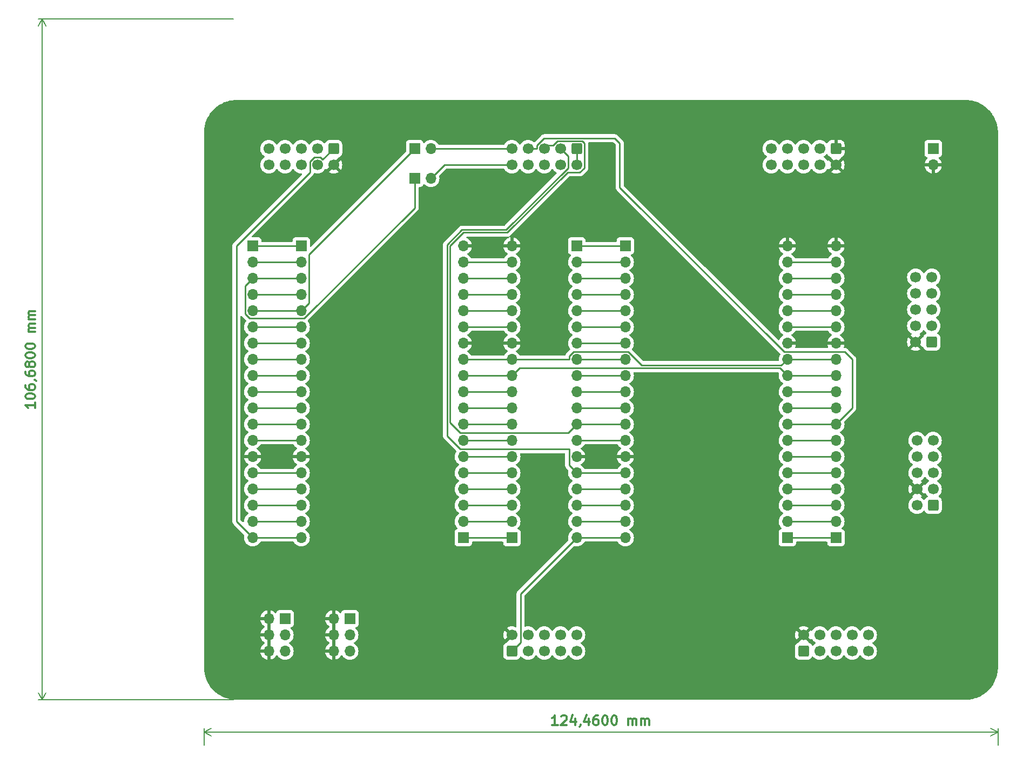
<source format=gbr>
%TF.GenerationSoftware,KiCad,Pcbnew,7.0.1*%
%TF.CreationDate,2023-05-05T18:30:55-04:00*%
%TF.ProjectId,PCB_BioGenius,5043425f-4269-46f4-9765-6e6975732e6b,rev?*%
%TF.SameCoordinates,Original*%
%TF.FileFunction,Copper,L2,Bot*%
%TF.FilePolarity,Positive*%
%FSLAX46Y46*%
G04 Gerber Fmt 4.6, Leading zero omitted, Abs format (unit mm)*
G04 Created by KiCad (PCBNEW 7.0.1) date 2023-05-05 18:30:55*
%MOMM*%
%LPD*%
G01*
G04 APERTURE LIST*
G04 Aperture macros list*
%AMRoundRect*
0 Rectangle with rounded corners*
0 $1 Rounding radius*
0 $2 $3 $4 $5 $6 $7 $8 $9 X,Y pos of 4 corners*
0 Add a 4 corners polygon primitive as box body*
4,1,4,$2,$3,$4,$5,$6,$7,$8,$9,$2,$3,0*
0 Add four circle primitives for the rounded corners*
1,1,$1+$1,$2,$3*
1,1,$1+$1,$4,$5*
1,1,$1+$1,$6,$7*
1,1,$1+$1,$8,$9*
0 Add four rect primitives between the rounded corners*
20,1,$1+$1,$2,$3,$4,$5,0*
20,1,$1+$1,$4,$5,$6,$7,0*
20,1,$1+$1,$6,$7,$8,$9,0*
20,1,$1+$1,$8,$9,$2,$3,0*%
G04 Aperture macros list end*
%ADD10C,0.300000*%
%TA.AperFunction,NonConductor*%
%ADD11C,0.300000*%
%TD*%
%TA.AperFunction,NonConductor*%
%ADD12C,0.200000*%
%TD*%
%TA.AperFunction,ComponentPad*%
%ADD13RoundRect,0.250000X-0.600000X0.600000X-0.600000X-0.600000X0.600000X-0.600000X0.600000X0.600000X0*%
%TD*%
%TA.AperFunction,ComponentPad*%
%ADD14C,1.700000*%
%TD*%
%TA.AperFunction,ComponentPad*%
%ADD15RoundRect,0.250000X0.600000X0.600000X-0.600000X0.600000X-0.600000X-0.600000X0.600000X-0.600000X0*%
%TD*%
%TA.AperFunction,ComponentPad*%
%ADD16R,1.700000X1.700000*%
%TD*%
%TA.AperFunction,ComponentPad*%
%ADD17O,1.700000X1.700000*%
%TD*%
%TA.AperFunction,ComponentPad*%
%ADD18RoundRect,0.250000X0.600000X-0.600000X0.600000X0.600000X-0.600000X0.600000X-0.600000X-0.600000X0*%
%TD*%
%TA.AperFunction,Conductor*%
%ADD19C,0.250000*%
%TD*%
G04 APERTURE END LIST*
D10*
D11*
X54773928Y-126165712D02*
X54773928Y-127022855D01*
X54773928Y-126594284D02*
X53273928Y-126594284D01*
X53273928Y-126594284D02*
X53488214Y-126737141D01*
X53488214Y-126737141D02*
X53631071Y-126879998D01*
X53631071Y-126879998D02*
X53702500Y-127022855D01*
X53273928Y-125237141D02*
X53273928Y-125094284D01*
X53273928Y-125094284D02*
X53345357Y-124951427D01*
X53345357Y-124951427D02*
X53416785Y-124879999D01*
X53416785Y-124879999D02*
X53559642Y-124808570D01*
X53559642Y-124808570D02*
X53845357Y-124737141D01*
X53845357Y-124737141D02*
X54202500Y-124737141D01*
X54202500Y-124737141D02*
X54488214Y-124808570D01*
X54488214Y-124808570D02*
X54631071Y-124879999D01*
X54631071Y-124879999D02*
X54702500Y-124951427D01*
X54702500Y-124951427D02*
X54773928Y-125094284D01*
X54773928Y-125094284D02*
X54773928Y-125237141D01*
X54773928Y-125237141D02*
X54702500Y-125379999D01*
X54702500Y-125379999D02*
X54631071Y-125451427D01*
X54631071Y-125451427D02*
X54488214Y-125522856D01*
X54488214Y-125522856D02*
X54202500Y-125594284D01*
X54202500Y-125594284D02*
X53845357Y-125594284D01*
X53845357Y-125594284D02*
X53559642Y-125522856D01*
X53559642Y-125522856D02*
X53416785Y-125451427D01*
X53416785Y-125451427D02*
X53345357Y-125379999D01*
X53345357Y-125379999D02*
X53273928Y-125237141D01*
X53273928Y-123451428D02*
X53273928Y-123737142D01*
X53273928Y-123737142D02*
X53345357Y-123879999D01*
X53345357Y-123879999D02*
X53416785Y-123951428D01*
X53416785Y-123951428D02*
X53631071Y-124094285D01*
X53631071Y-124094285D02*
X53916785Y-124165713D01*
X53916785Y-124165713D02*
X54488214Y-124165713D01*
X54488214Y-124165713D02*
X54631071Y-124094285D01*
X54631071Y-124094285D02*
X54702500Y-124022856D01*
X54702500Y-124022856D02*
X54773928Y-123879999D01*
X54773928Y-123879999D02*
X54773928Y-123594285D01*
X54773928Y-123594285D02*
X54702500Y-123451428D01*
X54702500Y-123451428D02*
X54631071Y-123379999D01*
X54631071Y-123379999D02*
X54488214Y-123308570D01*
X54488214Y-123308570D02*
X54131071Y-123308570D01*
X54131071Y-123308570D02*
X53988214Y-123379999D01*
X53988214Y-123379999D02*
X53916785Y-123451428D01*
X53916785Y-123451428D02*
X53845357Y-123594285D01*
X53845357Y-123594285D02*
X53845357Y-123879999D01*
X53845357Y-123879999D02*
X53916785Y-124022856D01*
X53916785Y-124022856D02*
X53988214Y-124094285D01*
X53988214Y-124094285D02*
X54131071Y-124165713D01*
X54702500Y-122594285D02*
X54773928Y-122594285D01*
X54773928Y-122594285D02*
X54916785Y-122665714D01*
X54916785Y-122665714D02*
X54988214Y-122737142D01*
X53273928Y-121308571D02*
X53273928Y-121594285D01*
X53273928Y-121594285D02*
X53345357Y-121737142D01*
X53345357Y-121737142D02*
X53416785Y-121808571D01*
X53416785Y-121808571D02*
X53631071Y-121951428D01*
X53631071Y-121951428D02*
X53916785Y-122022856D01*
X53916785Y-122022856D02*
X54488214Y-122022856D01*
X54488214Y-122022856D02*
X54631071Y-121951428D01*
X54631071Y-121951428D02*
X54702500Y-121879999D01*
X54702500Y-121879999D02*
X54773928Y-121737142D01*
X54773928Y-121737142D02*
X54773928Y-121451428D01*
X54773928Y-121451428D02*
X54702500Y-121308571D01*
X54702500Y-121308571D02*
X54631071Y-121237142D01*
X54631071Y-121237142D02*
X54488214Y-121165713D01*
X54488214Y-121165713D02*
X54131071Y-121165713D01*
X54131071Y-121165713D02*
X53988214Y-121237142D01*
X53988214Y-121237142D02*
X53916785Y-121308571D01*
X53916785Y-121308571D02*
X53845357Y-121451428D01*
X53845357Y-121451428D02*
X53845357Y-121737142D01*
X53845357Y-121737142D02*
X53916785Y-121879999D01*
X53916785Y-121879999D02*
X53988214Y-121951428D01*
X53988214Y-121951428D02*
X54131071Y-122022856D01*
X53916785Y-120308571D02*
X53845357Y-120451428D01*
X53845357Y-120451428D02*
X53773928Y-120522857D01*
X53773928Y-120522857D02*
X53631071Y-120594285D01*
X53631071Y-120594285D02*
X53559642Y-120594285D01*
X53559642Y-120594285D02*
X53416785Y-120522857D01*
X53416785Y-120522857D02*
X53345357Y-120451428D01*
X53345357Y-120451428D02*
X53273928Y-120308571D01*
X53273928Y-120308571D02*
X53273928Y-120022857D01*
X53273928Y-120022857D02*
X53345357Y-119880000D01*
X53345357Y-119880000D02*
X53416785Y-119808571D01*
X53416785Y-119808571D02*
X53559642Y-119737142D01*
X53559642Y-119737142D02*
X53631071Y-119737142D01*
X53631071Y-119737142D02*
X53773928Y-119808571D01*
X53773928Y-119808571D02*
X53845357Y-119880000D01*
X53845357Y-119880000D02*
X53916785Y-120022857D01*
X53916785Y-120022857D02*
X53916785Y-120308571D01*
X53916785Y-120308571D02*
X53988214Y-120451428D01*
X53988214Y-120451428D02*
X54059642Y-120522857D01*
X54059642Y-120522857D02*
X54202500Y-120594285D01*
X54202500Y-120594285D02*
X54488214Y-120594285D01*
X54488214Y-120594285D02*
X54631071Y-120522857D01*
X54631071Y-120522857D02*
X54702500Y-120451428D01*
X54702500Y-120451428D02*
X54773928Y-120308571D01*
X54773928Y-120308571D02*
X54773928Y-120022857D01*
X54773928Y-120022857D02*
X54702500Y-119880000D01*
X54702500Y-119880000D02*
X54631071Y-119808571D01*
X54631071Y-119808571D02*
X54488214Y-119737142D01*
X54488214Y-119737142D02*
X54202500Y-119737142D01*
X54202500Y-119737142D02*
X54059642Y-119808571D01*
X54059642Y-119808571D02*
X53988214Y-119880000D01*
X53988214Y-119880000D02*
X53916785Y-120022857D01*
X53273928Y-118808571D02*
X53273928Y-118665714D01*
X53273928Y-118665714D02*
X53345357Y-118522857D01*
X53345357Y-118522857D02*
X53416785Y-118451429D01*
X53416785Y-118451429D02*
X53559642Y-118380000D01*
X53559642Y-118380000D02*
X53845357Y-118308571D01*
X53845357Y-118308571D02*
X54202500Y-118308571D01*
X54202500Y-118308571D02*
X54488214Y-118380000D01*
X54488214Y-118380000D02*
X54631071Y-118451429D01*
X54631071Y-118451429D02*
X54702500Y-118522857D01*
X54702500Y-118522857D02*
X54773928Y-118665714D01*
X54773928Y-118665714D02*
X54773928Y-118808571D01*
X54773928Y-118808571D02*
X54702500Y-118951429D01*
X54702500Y-118951429D02*
X54631071Y-119022857D01*
X54631071Y-119022857D02*
X54488214Y-119094286D01*
X54488214Y-119094286D02*
X54202500Y-119165714D01*
X54202500Y-119165714D02*
X53845357Y-119165714D01*
X53845357Y-119165714D02*
X53559642Y-119094286D01*
X53559642Y-119094286D02*
X53416785Y-119022857D01*
X53416785Y-119022857D02*
X53345357Y-118951429D01*
X53345357Y-118951429D02*
X53273928Y-118808571D01*
X53273928Y-117380000D02*
X53273928Y-117237143D01*
X53273928Y-117237143D02*
X53345357Y-117094286D01*
X53345357Y-117094286D02*
X53416785Y-117022858D01*
X53416785Y-117022858D02*
X53559642Y-116951429D01*
X53559642Y-116951429D02*
X53845357Y-116880000D01*
X53845357Y-116880000D02*
X54202500Y-116880000D01*
X54202500Y-116880000D02*
X54488214Y-116951429D01*
X54488214Y-116951429D02*
X54631071Y-117022858D01*
X54631071Y-117022858D02*
X54702500Y-117094286D01*
X54702500Y-117094286D02*
X54773928Y-117237143D01*
X54773928Y-117237143D02*
X54773928Y-117380000D01*
X54773928Y-117380000D02*
X54702500Y-117522858D01*
X54702500Y-117522858D02*
X54631071Y-117594286D01*
X54631071Y-117594286D02*
X54488214Y-117665715D01*
X54488214Y-117665715D02*
X54202500Y-117737143D01*
X54202500Y-117737143D02*
X53845357Y-117737143D01*
X53845357Y-117737143D02*
X53559642Y-117665715D01*
X53559642Y-117665715D02*
X53416785Y-117594286D01*
X53416785Y-117594286D02*
X53345357Y-117522858D01*
X53345357Y-117522858D02*
X53273928Y-117380000D01*
X54773928Y-115094287D02*
X53773928Y-115094287D01*
X53916785Y-115094287D02*
X53845357Y-115022858D01*
X53845357Y-115022858D02*
X53773928Y-114880001D01*
X53773928Y-114880001D02*
X53773928Y-114665715D01*
X53773928Y-114665715D02*
X53845357Y-114522858D01*
X53845357Y-114522858D02*
X53988214Y-114451430D01*
X53988214Y-114451430D02*
X54773928Y-114451430D01*
X53988214Y-114451430D02*
X53845357Y-114380001D01*
X53845357Y-114380001D02*
X53773928Y-114237144D01*
X53773928Y-114237144D02*
X53773928Y-114022858D01*
X53773928Y-114022858D02*
X53845357Y-113880001D01*
X53845357Y-113880001D02*
X53988214Y-113808572D01*
X53988214Y-113808572D02*
X54773928Y-113808572D01*
X54773928Y-113094287D02*
X53773928Y-113094287D01*
X53916785Y-113094287D02*
X53845357Y-113022858D01*
X53845357Y-113022858D02*
X53773928Y-112880001D01*
X53773928Y-112880001D02*
X53773928Y-112665715D01*
X53773928Y-112665715D02*
X53845357Y-112522858D01*
X53845357Y-112522858D02*
X53988214Y-112451430D01*
X53988214Y-112451430D02*
X54773928Y-112451430D01*
X53988214Y-112451430D02*
X53845357Y-112380001D01*
X53845357Y-112380001D02*
X53773928Y-112237144D01*
X53773928Y-112237144D02*
X53773928Y-112022858D01*
X53773928Y-112022858D02*
X53845357Y-111880001D01*
X53845357Y-111880001D02*
X53988214Y-111808572D01*
X53988214Y-111808572D02*
X54773928Y-111808572D01*
D12*
X85860000Y-172720000D02*
X55293580Y-172720000D01*
X85860000Y-66040000D02*
X55293580Y-66040000D01*
X55880000Y-172720000D02*
X55880000Y-66040000D01*
X55880000Y-172720000D02*
X55880000Y-66040000D01*
X55880000Y-172720000D02*
X55293579Y-171593496D01*
X55880000Y-172720000D02*
X56466421Y-171593496D01*
X55880000Y-66040000D02*
X56466421Y-67166504D01*
X55880000Y-66040000D02*
X55293579Y-67166504D01*
D10*
D11*
X101502038Y-148900108D02*
X101573532Y-148828745D01*
X101573532Y-148828745D02*
X101716454Y-148757447D01*
X101716454Y-148757447D02*
X102073597Y-148757773D01*
X102073597Y-148757773D02*
X102216389Y-148829332D01*
X102216389Y-148829332D02*
X102287752Y-148900826D01*
X102287752Y-148900826D02*
X102359050Y-149043748D01*
X102359050Y-149043748D02*
X102358920Y-149186605D01*
X102358920Y-149186605D02*
X102287296Y-149400825D01*
X102287296Y-149400825D02*
X101429370Y-150257185D01*
X101429370Y-150257185D02*
X102357941Y-150258033D01*
X103786512Y-150259338D02*
X102929369Y-150258555D01*
X103357941Y-150258946D02*
X103359310Y-148758947D01*
X103359310Y-148758947D02*
X103216258Y-148973102D01*
X103216258Y-148973102D02*
X103073270Y-149115829D01*
X103073270Y-149115829D02*
X102930348Y-149187127D01*
X104500862Y-150188562D02*
X104500797Y-150259990D01*
X104500797Y-150259990D02*
X104429238Y-150402782D01*
X104429238Y-150402782D02*
X104357744Y-150474145D01*
X105215083Y-150260642D02*
X105500797Y-150260903D01*
X105500797Y-150260903D02*
X105643719Y-150189605D01*
X105643719Y-150189605D02*
X105715213Y-150118242D01*
X105715213Y-150118242D02*
X105858266Y-149904087D01*
X105858266Y-149904087D02*
X105929955Y-149618438D01*
X105929955Y-149618438D02*
X105930477Y-149047009D01*
X105930477Y-149047009D02*
X105859179Y-148904087D01*
X105859179Y-148904087D02*
X105787816Y-148832593D01*
X105787816Y-148832593D02*
X105645024Y-148761034D01*
X105645024Y-148761034D02*
X105359309Y-148760773D01*
X105359309Y-148760773D02*
X105216387Y-148832072D01*
X105216387Y-148832072D02*
X105144893Y-148903435D01*
X105144893Y-148903435D02*
X105073334Y-149046227D01*
X105073334Y-149046227D02*
X105073008Y-149403369D01*
X105073008Y-149403369D02*
X105144306Y-149546292D01*
X105144306Y-149546292D02*
X105215670Y-149617785D01*
X105215670Y-149617785D02*
X105358461Y-149689344D01*
X105358461Y-149689344D02*
X105644176Y-149689605D01*
X105644176Y-149689605D02*
X105787098Y-149618307D01*
X105787098Y-149618307D02*
X105858592Y-149546944D01*
X105858592Y-149546944D02*
X105930151Y-149404152D01*
X106859308Y-148762143D02*
X107002166Y-148762274D01*
X107002166Y-148762274D02*
X107144957Y-148833833D01*
X107144957Y-148833833D02*
X107216321Y-148905327D01*
X107216321Y-148905327D02*
X107287619Y-149048249D01*
X107287619Y-149048249D02*
X107358786Y-149334028D01*
X107358786Y-149334028D02*
X107358460Y-149691171D01*
X107358460Y-149691171D02*
X107286771Y-149976820D01*
X107286771Y-149976820D02*
X107215212Y-150119612D01*
X107215212Y-150119612D02*
X107143718Y-150190975D01*
X107143718Y-150190975D02*
X107000796Y-150262273D01*
X107000796Y-150262273D02*
X106857939Y-150262143D01*
X106857939Y-150262143D02*
X106715147Y-150190584D01*
X106715147Y-150190584D02*
X106643783Y-150119090D01*
X106643783Y-150119090D02*
X106572485Y-149976168D01*
X106572485Y-149976168D02*
X106501318Y-149690388D01*
X106501318Y-149690388D02*
X106501644Y-149333245D01*
X106501644Y-149333245D02*
X106573333Y-149047597D01*
X106573333Y-149047597D02*
X106644892Y-148904805D01*
X106644892Y-148904805D02*
X106716386Y-148833441D01*
X106716386Y-148833441D02*
X106859308Y-148762143D01*
X108287879Y-148763448D02*
X108430736Y-148763578D01*
X108430736Y-148763578D02*
X108573528Y-148835137D01*
X108573528Y-148835137D02*
X108644891Y-148906631D01*
X108644891Y-148906631D02*
X108716189Y-149049554D01*
X108716189Y-149049554D02*
X108787357Y-149335333D01*
X108787357Y-149335333D02*
X108787031Y-149692476D01*
X108787031Y-149692476D02*
X108715341Y-149978125D01*
X108715341Y-149978125D02*
X108643782Y-150120916D01*
X108643782Y-150120916D02*
X108572288Y-150192280D01*
X108572288Y-150192280D02*
X108429366Y-150263578D01*
X108429366Y-150263578D02*
X108286509Y-150263447D01*
X108286509Y-150263447D02*
X108143717Y-150191888D01*
X108143717Y-150191888D02*
X108072354Y-150120395D01*
X108072354Y-150120395D02*
X108001056Y-149977472D01*
X108001056Y-149977472D02*
X107929888Y-149691693D01*
X107929888Y-149691693D02*
X107930214Y-149334550D01*
X107930214Y-149334550D02*
X108001904Y-149048901D01*
X108001904Y-149048901D02*
X108073463Y-148906109D01*
X108073463Y-148906109D02*
X108144957Y-148834746D01*
X108144957Y-148834746D02*
X108287879Y-148763448D01*
X109716449Y-148764753D02*
X109859306Y-148764883D01*
X109859306Y-148764883D02*
X110002098Y-148836442D01*
X110002098Y-148836442D02*
X110073461Y-148907936D01*
X110073461Y-148907936D02*
X110144760Y-149050858D01*
X110144760Y-149050858D02*
X110215927Y-149336638D01*
X110215927Y-149336638D02*
X110215601Y-149693780D01*
X110215601Y-149693780D02*
X110143912Y-149979429D01*
X110143912Y-149979429D02*
X110072353Y-150122221D01*
X110072353Y-150122221D02*
X110000859Y-150193584D01*
X110000859Y-150193584D02*
X109857936Y-150264882D01*
X109857936Y-150264882D02*
X109715079Y-150264752D01*
X109715079Y-150264752D02*
X109572288Y-150193193D01*
X109572288Y-150193193D02*
X109500924Y-150121699D01*
X109500924Y-150121699D02*
X109429626Y-149978777D01*
X109429626Y-149978777D02*
X109358459Y-149692997D01*
X109358459Y-149692997D02*
X109358785Y-149335855D01*
X109358785Y-149335855D02*
X109430474Y-149050206D01*
X109430474Y-149050206D02*
X109502033Y-148907414D01*
X109502033Y-148907414D02*
X109573527Y-148836051D01*
X109573527Y-148836051D02*
X109716449Y-148764753D01*
X112000792Y-150266839D02*
X112001705Y-149266840D01*
X112001575Y-149409697D02*
X112073069Y-149338334D01*
X112073069Y-149338334D02*
X112215991Y-149267035D01*
X112215991Y-149267035D02*
X112430277Y-149267231D01*
X112430277Y-149267231D02*
X112573068Y-149338790D01*
X112573068Y-149338790D02*
X112644367Y-149481712D01*
X112644367Y-149481712D02*
X112643649Y-150267426D01*
X112644367Y-149481712D02*
X112715926Y-149338921D01*
X112715926Y-149338921D02*
X112858848Y-149267623D01*
X112858848Y-149267623D02*
X113073134Y-149267818D01*
X113073134Y-149267818D02*
X113215925Y-149339377D01*
X113215925Y-149339377D02*
X113287223Y-149482300D01*
X113287223Y-149482300D02*
X113286506Y-150268014D01*
X114000791Y-150268666D02*
X114001705Y-149268666D01*
X114001574Y-149411523D02*
X114073068Y-149340160D01*
X114073068Y-149340160D02*
X114215990Y-149268862D01*
X114215990Y-149268862D02*
X114430276Y-149269058D01*
X114430276Y-149269058D02*
X114573068Y-149340617D01*
X114573068Y-149340617D02*
X114644366Y-149483539D01*
X114644366Y-149483539D02*
X114643648Y-150269253D01*
X114644366Y-149483539D02*
X114715925Y-149340747D01*
X114715925Y-149340747D02*
X114858847Y-149269449D01*
X114858847Y-149269449D02*
X115073133Y-149269645D01*
X115073133Y-149269645D02*
X115215925Y-149341204D01*
X115215925Y-149341204D02*
X115287223Y-149484126D01*
X115287223Y-149484126D02*
X115286505Y-150269840D01*
D12*
X120170457Y-148620000D02*
X120172493Y-146390320D01*
X98270457Y-148600000D02*
X98272493Y-146370320D01*
X120171957Y-146976740D02*
X98271957Y-146956740D01*
X120171957Y-146976740D02*
X98271957Y-146956740D01*
X120171957Y-146976740D02*
X119044918Y-147562132D01*
X120171957Y-146976740D02*
X119045989Y-146389291D01*
X98271957Y-146956740D02*
X99398996Y-146371348D01*
X98271957Y-146956740D02*
X99397925Y-147544189D01*
D10*
D11*
X136724287Y-176693928D02*
X135867144Y-176693928D01*
X136295715Y-176693928D02*
X136295715Y-175193928D01*
X136295715Y-175193928D02*
X136152858Y-175408214D01*
X136152858Y-175408214D02*
X136010001Y-175551071D01*
X136010001Y-175551071D02*
X135867144Y-175622500D01*
X137295715Y-175336785D02*
X137367143Y-175265357D01*
X137367143Y-175265357D02*
X137510001Y-175193928D01*
X137510001Y-175193928D02*
X137867143Y-175193928D01*
X137867143Y-175193928D02*
X138010001Y-175265357D01*
X138010001Y-175265357D02*
X138081429Y-175336785D01*
X138081429Y-175336785D02*
X138152858Y-175479642D01*
X138152858Y-175479642D02*
X138152858Y-175622500D01*
X138152858Y-175622500D02*
X138081429Y-175836785D01*
X138081429Y-175836785D02*
X137224286Y-176693928D01*
X137224286Y-176693928D02*
X138152858Y-176693928D01*
X139438572Y-175693928D02*
X139438572Y-176693928D01*
X139081429Y-175122500D02*
X138724286Y-176193928D01*
X138724286Y-176193928D02*
X139652857Y-176193928D01*
X140295714Y-176622500D02*
X140295714Y-176693928D01*
X140295714Y-176693928D02*
X140224285Y-176836785D01*
X140224285Y-176836785D02*
X140152857Y-176908214D01*
X141581429Y-175693928D02*
X141581429Y-176693928D01*
X141224286Y-175122500D02*
X140867143Y-176193928D01*
X140867143Y-176193928D02*
X141795714Y-176193928D01*
X143010000Y-175193928D02*
X142724285Y-175193928D01*
X142724285Y-175193928D02*
X142581428Y-175265357D01*
X142581428Y-175265357D02*
X142510000Y-175336785D01*
X142510000Y-175336785D02*
X142367142Y-175551071D01*
X142367142Y-175551071D02*
X142295714Y-175836785D01*
X142295714Y-175836785D02*
X142295714Y-176408214D01*
X142295714Y-176408214D02*
X142367142Y-176551071D01*
X142367142Y-176551071D02*
X142438571Y-176622500D01*
X142438571Y-176622500D02*
X142581428Y-176693928D01*
X142581428Y-176693928D02*
X142867142Y-176693928D01*
X142867142Y-176693928D02*
X143010000Y-176622500D01*
X143010000Y-176622500D02*
X143081428Y-176551071D01*
X143081428Y-176551071D02*
X143152857Y-176408214D01*
X143152857Y-176408214D02*
X143152857Y-176051071D01*
X143152857Y-176051071D02*
X143081428Y-175908214D01*
X143081428Y-175908214D02*
X143010000Y-175836785D01*
X143010000Y-175836785D02*
X142867142Y-175765357D01*
X142867142Y-175765357D02*
X142581428Y-175765357D01*
X142581428Y-175765357D02*
X142438571Y-175836785D01*
X142438571Y-175836785D02*
X142367142Y-175908214D01*
X142367142Y-175908214D02*
X142295714Y-176051071D01*
X144081428Y-175193928D02*
X144224285Y-175193928D01*
X144224285Y-175193928D02*
X144367142Y-175265357D01*
X144367142Y-175265357D02*
X144438571Y-175336785D01*
X144438571Y-175336785D02*
X144509999Y-175479642D01*
X144509999Y-175479642D02*
X144581428Y-175765357D01*
X144581428Y-175765357D02*
X144581428Y-176122500D01*
X144581428Y-176122500D02*
X144509999Y-176408214D01*
X144509999Y-176408214D02*
X144438571Y-176551071D01*
X144438571Y-176551071D02*
X144367142Y-176622500D01*
X144367142Y-176622500D02*
X144224285Y-176693928D01*
X144224285Y-176693928D02*
X144081428Y-176693928D01*
X144081428Y-176693928D02*
X143938571Y-176622500D01*
X143938571Y-176622500D02*
X143867142Y-176551071D01*
X143867142Y-176551071D02*
X143795713Y-176408214D01*
X143795713Y-176408214D02*
X143724285Y-176122500D01*
X143724285Y-176122500D02*
X143724285Y-175765357D01*
X143724285Y-175765357D02*
X143795713Y-175479642D01*
X143795713Y-175479642D02*
X143867142Y-175336785D01*
X143867142Y-175336785D02*
X143938571Y-175265357D01*
X143938571Y-175265357D02*
X144081428Y-175193928D01*
X145509999Y-175193928D02*
X145652856Y-175193928D01*
X145652856Y-175193928D02*
X145795713Y-175265357D01*
X145795713Y-175265357D02*
X145867142Y-175336785D01*
X145867142Y-175336785D02*
X145938570Y-175479642D01*
X145938570Y-175479642D02*
X146009999Y-175765357D01*
X146009999Y-175765357D02*
X146009999Y-176122500D01*
X146009999Y-176122500D02*
X145938570Y-176408214D01*
X145938570Y-176408214D02*
X145867142Y-176551071D01*
X145867142Y-176551071D02*
X145795713Y-176622500D01*
X145795713Y-176622500D02*
X145652856Y-176693928D01*
X145652856Y-176693928D02*
X145509999Y-176693928D01*
X145509999Y-176693928D02*
X145367142Y-176622500D01*
X145367142Y-176622500D02*
X145295713Y-176551071D01*
X145295713Y-176551071D02*
X145224284Y-176408214D01*
X145224284Y-176408214D02*
X145152856Y-176122500D01*
X145152856Y-176122500D02*
X145152856Y-175765357D01*
X145152856Y-175765357D02*
X145224284Y-175479642D01*
X145224284Y-175479642D02*
X145295713Y-175336785D01*
X145295713Y-175336785D02*
X145367142Y-175265357D01*
X145367142Y-175265357D02*
X145509999Y-175193928D01*
X147795712Y-176693928D02*
X147795712Y-175693928D01*
X147795712Y-175836785D02*
X147867141Y-175765357D01*
X147867141Y-175765357D02*
X148009998Y-175693928D01*
X148009998Y-175693928D02*
X148224284Y-175693928D01*
X148224284Y-175693928D02*
X148367141Y-175765357D01*
X148367141Y-175765357D02*
X148438570Y-175908214D01*
X148438570Y-175908214D02*
X148438570Y-176693928D01*
X148438570Y-175908214D02*
X148509998Y-175765357D01*
X148509998Y-175765357D02*
X148652855Y-175693928D01*
X148652855Y-175693928D02*
X148867141Y-175693928D01*
X148867141Y-175693928D02*
X149009998Y-175765357D01*
X149009998Y-175765357D02*
X149081427Y-175908214D01*
X149081427Y-175908214D02*
X149081427Y-176693928D01*
X149795712Y-176693928D02*
X149795712Y-175693928D01*
X149795712Y-175836785D02*
X149867141Y-175765357D01*
X149867141Y-175765357D02*
X150009998Y-175693928D01*
X150009998Y-175693928D02*
X150224284Y-175693928D01*
X150224284Y-175693928D02*
X150367141Y-175765357D01*
X150367141Y-175765357D02*
X150438570Y-175908214D01*
X150438570Y-175908214D02*
X150438570Y-176693928D01*
X150438570Y-175908214D02*
X150509998Y-175765357D01*
X150509998Y-175765357D02*
X150652855Y-175693928D01*
X150652855Y-175693928D02*
X150867141Y-175693928D01*
X150867141Y-175693928D02*
X151009998Y-175765357D01*
X151009998Y-175765357D02*
X151081427Y-175908214D01*
X151081427Y-175908214D02*
X151081427Y-176693928D01*
D12*
X81280000Y-179840000D02*
X81280000Y-177213580D01*
X205740000Y-179840000D02*
X205740000Y-177213580D01*
X81280000Y-177800000D02*
X205740000Y-177800000D01*
X81280000Y-177800000D02*
X205740000Y-177800000D01*
X81280000Y-177800000D02*
X82406504Y-177213579D01*
X81280000Y-177800000D02*
X82406504Y-178386421D01*
X205740000Y-177800000D02*
X204613496Y-178386421D01*
X205740000Y-177800000D02*
X204613496Y-177213579D01*
D10*
D11*
X152329389Y-147651921D02*
X152400883Y-147580558D01*
X152400883Y-147580558D02*
X152543805Y-147509260D01*
X152543805Y-147509260D02*
X152900948Y-147509586D01*
X152900948Y-147509586D02*
X153043740Y-147581145D01*
X153043740Y-147581145D02*
X153115103Y-147652639D01*
X153115103Y-147652639D02*
X153186401Y-147795561D01*
X153186401Y-147795561D02*
X153186271Y-147938418D01*
X153186271Y-147938418D02*
X153114647Y-148152638D01*
X153114647Y-148152638D02*
X152256721Y-149008998D01*
X152256721Y-149008998D02*
X153185292Y-149009846D01*
X154613863Y-149011151D02*
X153756720Y-149010368D01*
X154185292Y-149010759D02*
X154186661Y-147510760D01*
X154186661Y-147510760D02*
X154043609Y-147724915D01*
X154043609Y-147724915D02*
X153900621Y-147867642D01*
X153900621Y-147867642D02*
X153757699Y-147938940D01*
X155328213Y-148940375D02*
X155328148Y-149011803D01*
X155328148Y-149011803D02*
X155256589Y-149154595D01*
X155256589Y-149154595D02*
X155185095Y-149225958D01*
X156042434Y-149012455D02*
X156328148Y-149012716D01*
X156328148Y-149012716D02*
X156471070Y-148941418D01*
X156471070Y-148941418D02*
X156542564Y-148870055D01*
X156542564Y-148870055D02*
X156685617Y-148655900D01*
X156685617Y-148655900D02*
X156757306Y-148370251D01*
X156757306Y-148370251D02*
X156757828Y-147798822D01*
X156757828Y-147798822D02*
X156686530Y-147655900D01*
X156686530Y-147655900D02*
X156615167Y-147584406D01*
X156615167Y-147584406D02*
X156472375Y-147512847D01*
X156472375Y-147512847D02*
X156186660Y-147512586D01*
X156186660Y-147512586D02*
X156043738Y-147583885D01*
X156043738Y-147583885D02*
X155972244Y-147655248D01*
X155972244Y-147655248D02*
X155900685Y-147798040D01*
X155900685Y-147798040D02*
X155900359Y-148155182D01*
X155900359Y-148155182D02*
X155971657Y-148298105D01*
X155971657Y-148298105D02*
X156043021Y-148369598D01*
X156043021Y-148369598D02*
X156185812Y-148441157D01*
X156185812Y-148441157D02*
X156471527Y-148441418D01*
X156471527Y-148441418D02*
X156614449Y-148370120D01*
X156614449Y-148370120D02*
X156685943Y-148298757D01*
X156685943Y-148298757D02*
X156757502Y-148155965D01*
X157686659Y-147513956D02*
X157829517Y-147514087D01*
X157829517Y-147514087D02*
X157972308Y-147585646D01*
X157972308Y-147585646D02*
X158043672Y-147657140D01*
X158043672Y-147657140D02*
X158114970Y-147800062D01*
X158114970Y-147800062D02*
X158186137Y-148085841D01*
X158186137Y-148085841D02*
X158185811Y-148442984D01*
X158185811Y-148442984D02*
X158114122Y-148728633D01*
X158114122Y-148728633D02*
X158042563Y-148871425D01*
X158042563Y-148871425D02*
X157971069Y-148942788D01*
X157971069Y-148942788D02*
X157828147Y-149014086D01*
X157828147Y-149014086D02*
X157685290Y-149013956D01*
X157685290Y-149013956D02*
X157542498Y-148942397D01*
X157542498Y-148942397D02*
X157471134Y-148870903D01*
X157471134Y-148870903D02*
X157399836Y-148727981D01*
X157399836Y-148727981D02*
X157328669Y-148442201D01*
X157328669Y-148442201D02*
X157328995Y-148085058D01*
X157328995Y-148085058D02*
X157400684Y-147799410D01*
X157400684Y-147799410D02*
X157472243Y-147656618D01*
X157472243Y-147656618D02*
X157543737Y-147585254D01*
X157543737Y-147585254D02*
X157686659Y-147513956D01*
X159115230Y-147515261D02*
X159258087Y-147515391D01*
X159258087Y-147515391D02*
X159400879Y-147586950D01*
X159400879Y-147586950D02*
X159472242Y-147658444D01*
X159472242Y-147658444D02*
X159543540Y-147801367D01*
X159543540Y-147801367D02*
X159614708Y-148087146D01*
X159614708Y-148087146D02*
X159614382Y-148444289D01*
X159614382Y-148444289D02*
X159542692Y-148729938D01*
X159542692Y-148729938D02*
X159471133Y-148872729D01*
X159471133Y-148872729D02*
X159399639Y-148944093D01*
X159399639Y-148944093D02*
X159256717Y-149015391D01*
X159256717Y-149015391D02*
X159113860Y-149015260D01*
X159113860Y-149015260D02*
X158971068Y-148943701D01*
X158971068Y-148943701D02*
X158899705Y-148872208D01*
X158899705Y-148872208D02*
X158828407Y-148729285D01*
X158828407Y-148729285D02*
X158757239Y-148443506D01*
X158757239Y-148443506D02*
X158757565Y-148086363D01*
X158757565Y-148086363D02*
X158829255Y-147800714D01*
X158829255Y-147800714D02*
X158900814Y-147657922D01*
X158900814Y-147657922D02*
X158972308Y-147586559D01*
X158972308Y-147586559D02*
X159115230Y-147515261D01*
X160543800Y-147516566D02*
X160686657Y-147516696D01*
X160686657Y-147516696D02*
X160829449Y-147588255D01*
X160829449Y-147588255D02*
X160900812Y-147659749D01*
X160900812Y-147659749D02*
X160972111Y-147802671D01*
X160972111Y-147802671D02*
X161043278Y-148088451D01*
X161043278Y-148088451D02*
X161042952Y-148445593D01*
X161042952Y-148445593D02*
X160971263Y-148731242D01*
X160971263Y-148731242D02*
X160899704Y-148874034D01*
X160899704Y-148874034D02*
X160828210Y-148945397D01*
X160828210Y-148945397D02*
X160685287Y-149016695D01*
X160685287Y-149016695D02*
X160542430Y-149016565D01*
X160542430Y-149016565D02*
X160399639Y-148945006D01*
X160399639Y-148945006D02*
X160328275Y-148873512D01*
X160328275Y-148873512D02*
X160256977Y-148730590D01*
X160256977Y-148730590D02*
X160185810Y-148444810D01*
X160185810Y-148444810D02*
X160186136Y-148087668D01*
X160186136Y-148087668D02*
X160257825Y-147802019D01*
X160257825Y-147802019D02*
X160329384Y-147659227D01*
X160329384Y-147659227D02*
X160400878Y-147587864D01*
X160400878Y-147587864D02*
X160543800Y-147516566D01*
X162828143Y-149018652D02*
X162829056Y-148018653D01*
X162828926Y-148161510D02*
X162900420Y-148090147D01*
X162900420Y-148090147D02*
X163043342Y-148018848D01*
X163043342Y-148018848D02*
X163257628Y-148019044D01*
X163257628Y-148019044D02*
X163400419Y-148090603D01*
X163400419Y-148090603D02*
X163471718Y-148233525D01*
X163471718Y-148233525D02*
X163471000Y-149019239D01*
X163471718Y-148233525D02*
X163543277Y-148090734D01*
X163543277Y-148090734D02*
X163686199Y-148019436D01*
X163686199Y-148019436D02*
X163900485Y-148019631D01*
X163900485Y-148019631D02*
X164043276Y-148091190D01*
X164043276Y-148091190D02*
X164114574Y-148234113D01*
X164114574Y-148234113D02*
X164113857Y-149019827D01*
X164828142Y-149020479D02*
X164829056Y-148020479D01*
X164828925Y-148163336D02*
X164900419Y-148091973D01*
X164900419Y-148091973D02*
X165043341Y-148020675D01*
X165043341Y-148020675D02*
X165257627Y-148020871D01*
X165257627Y-148020871D02*
X165400419Y-148092430D01*
X165400419Y-148092430D02*
X165471717Y-148235352D01*
X165471717Y-148235352D02*
X165470999Y-149021066D01*
X165471717Y-148235352D02*
X165543276Y-148092560D01*
X165543276Y-148092560D02*
X165686198Y-148021262D01*
X165686198Y-148021262D02*
X165900484Y-148021458D01*
X165900484Y-148021458D02*
X166043276Y-148093017D01*
X166043276Y-148093017D02*
X166114574Y-148235939D01*
X166114574Y-148235939D02*
X166113856Y-149021653D01*
D12*
X170997808Y-147371813D02*
X170999844Y-145142133D01*
X149097808Y-147351813D02*
X149099844Y-145122133D01*
X170999308Y-145728553D02*
X149099308Y-145708553D01*
X170999308Y-145728553D02*
X149099308Y-145708553D01*
X170999308Y-145728553D02*
X169872269Y-146313945D01*
X170999308Y-145728553D02*
X169873340Y-145141104D01*
X149099308Y-145708553D02*
X150226347Y-145123161D01*
X149099308Y-145708553D02*
X150225276Y-146296002D01*
D13*
%TO.P,J4,1,Pin_1*%
%TO.N,/GND*%
X139700000Y-86360000D03*
D14*
%TO.P,J4,2,Pin_2*%
X139700000Y-88900000D03*
%TO.P,J4,3,Pin_3*%
%TO.N,/G13_2*%
X137160000Y-86360000D03*
%TO.P,J4,4,Pin_4*%
%TO.N,/G17_2*%
X137160000Y-88900000D03*
%TO.P,J4,5,Pin_5*%
%TO.N,/G14_2*%
X134620000Y-86360000D03*
%TO.P,J4,6,Pin_6*%
%TO.N,/G21_2*%
X134620000Y-88900000D03*
%TO.P,J4,7,Pin_7*%
%TO.N,/G16_2*%
X132080000Y-86360000D03*
%TO.P,J4,8,Pin_8*%
%TO.N,/G22_2*%
X132080000Y-88900000D03*
%TO.P,J4,9,Pin_9*%
%TO.N,/G34_2*%
X129540000Y-86360000D03*
%TO.P,J4,10,Pin_10*%
%TO.N,/G35_2*%
X129540000Y-88900000D03*
%TD*%
D15*
%TO.P,J6,1,Pin_1*%
%TO.N,/5V*%
X195378235Y-116668627D03*
D14*
%TO.P,J6,2,Pin_2*%
%TO.N,/GND*%
X192838235Y-116668627D03*
%TO.P,J6,3,Pin_3*%
%TO.N,/G25*%
X195378235Y-114128627D03*
%TO.P,J6,4,Pin_4*%
%TO.N,/G14*%
X192838235Y-114128627D03*
%TO.P,J6,5,Pin_5*%
%TO.N,unconnected-(J6-Pin_5-Pad5)*%
X195378235Y-111588627D03*
%TO.P,J6,6,Pin_6*%
%TO.N,unconnected-(J6-Pin_6-Pad6)*%
X192838235Y-111588627D03*
%TO.P,J6,7,Pin_7*%
%TO.N,unconnected-(J6-Pin_7-Pad7)*%
X195378235Y-109048627D03*
%TO.P,J6,8,Pin_8*%
%TO.N,unconnected-(J6-Pin_8-Pad8)*%
X192838235Y-109048627D03*
%TO.P,J6,9,Pin_9*%
%TO.N,unconnected-(J6-Pin_9-Pad9)*%
X195378235Y-106508627D03*
%TO.P,J6,10,Pin_10*%
%TO.N,unconnected-(J6-Pin_10-Pad10)*%
X192838235Y-106508627D03*
%TD*%
D15*
%TO.P,J11,1,Pin_1*%
%TO.N,/5V*%
X195580000Y-142240000D03*
D14*
%TO.P,J11,2,Pin_2*%
%TO.N,/G16*%
X193040000Y-142240000D03*
%TO.P,J11,3,Pin_3*%
%TO.N,/G17*%
X195580000Y-139700000D03*
%TO.P,J11,4,Pin_4*%
%TO.N,/GND*%
X193040000Y-139700000D03*
%TO.P,J11,5,Pin_5*%
%TO.N,unconnected-(J11-Pin_5-Pad5)*%
X195580000Y-137160000D03*
%TO.P,J11,6,Pin_6*%
%TO.N,unconnected-(J11-Pin_6-Pad6)*%
X193040000Y-137160000D03*
%TO.P,J11,7,Pin_7*%
%TO.N,unconnected-(J11-Pin_7-Pad7)*%
X195580000Y-134620000D03*
%TO.P,J11,8,Pin_8*%
%TO.N,unconnected-(J11-Pin_8-Pad8)*%
X193040000Y-134620000D03*
%TO.P,J11,9,Pin_9*%
%TO.N,unconnected-(J11-Pin_9-Pad9)*%
X195580000Y-132080000D03*
%TO.P,J11,10,Pin_10*%
%TO.N,unconnected-(J11-Pin_10-Pad10)*%
X193040000Y-132080000D03*
%TD*%
D16*
%TO.P,J17,1,Pin_1*%
%TO.N,/3.3V_2*%
X139700000Y-101600000D03*
D17*
%TO.P,J17,2,Pin_2*%
%TO.N,/EN_2*%
X139700000Y-104140000D03*
%TO.P,J17,3,Pin_3*%
%TO.N,/G36_2*%
X139700000Y-106680000D03*
%TO.P,J17,4,Pin_4*%
%TO.N,/G39_2*%
X139700000Y-109220000D03*
%TO.P,J17,5,Pin_5*%
%TO.N,/G34_2*%
X139700000Y-111760000D03*
%TO.P,J17,6,Pin_6*%
%TO.N,/G35_2*%
X139700000Y-114300000D03*
%TO.P,J17,7,Pin_7*%
%TO.N,/G32_2*%
X139700000Y-116840000D03*
%TO.P,J17,8,Pin_8*%
%TO.N,/G33_2*%
X139700000Y-119380000D03*
%TO.P,J17,9,Pin_9*%
%TO.N,/G25_2*%
X139700000Y-121920000D03*
%TO.P,J17,10,Pin_10*%
%TO.N,/G26_2*%
X139700000Y-124460000D03*
%TO.P,J17,11,Pin_11*%
%TO.N,/G27_2*%
X139700000Y-127000000D03*
%TO.P,J17,12,Pin_12*%
%TO.N,/G14_2*%
X139700000Y-129540000D03*
%TO.P,J17,13,Pin_13*%
%TO.N,/A15_2*%
X139700000Y-132080000D03*
%TO.P,J17,14,Pin_14*%
%TO.N,/GND*%
X139700000Y-134620000D03*
%TO.P,J17,15,Pin_15*%
%TO.N,/G13_2*%
X139700000Y-137160000D03*
%TO.P,J17,16,Pin_16*%
%TO.N,/G9_2*%
X139700000Y-139700000D03*
%TO.P,J17,17,Pin_17*%
%TO.N,/G10_2*%
X139700000Y-142240000D03*
%TO.P,J17,18,Pin_18*%
%TO.N,/G11_2*%
X139700000Y-144780000D03*
%TO.P,J17,19,Pin_19*%
%TO.N,/5V*%
X139700000Y-147320000D03*
%TD*%
D18*
%TO.P,J2,1,Pin_1*%
%TO.N,/5V*%
X175260000Y-165100000D03*
D14*
%TO.P,J2,2,Pin_2*%
%TO.N,/GND*%
X175260000Y-162560000D03*
%TO.P,J2,3,Pin_3*%
%TO.N,/G33*%
X177800000Y-165100000D03*
%TO.P,J2,4,Pin_4*%
%TO.N,/G32*%
X177800000Y-162560000D03*
%TO.P,J2,5,Pin_5*%
%TO.N,/G23*%
X180340000Y-165100000D03*
%TO.P,J2,6,Pin_6*%
%TO.N,/G35*%
X180340000Y-162560000D03*
%TO.P,J2,7,Pin_7*%
%TO.N,unconnected-(J2-Pin_7-Pad7)*%
X182880000Y-165100000D03*
%TO.P,J2,8,Pin_8*%
%TO.N,unconnected-(J2-Pin_8-Pad8)*%
X182880000Y-162560000D03*
%TO.P,J2,9,Pin_9*%
%TO.N,unconnected-(J2-Pin_9-Pad9)*%
X185420000Y-165100000D03*
%TO.P,J2,10,Pin_10*%
%TO.N,unconnected-(J2-Pin_10-Pad10)*%
X185420000Y-162560000D03*
%TD*%
D16*
%TO.P,J19,1,Pin_1*%
%TO.N,/G6_2*%
X180340000Y-147320000D03*
D17*
%TO.P,J19,2,Pin_2*%
%TO.N,/G7_2*%
X180340000Y-144780000D03*
%TO.P,J19,3,Pin_3*%
%TO.N,/G8_2*%
X180340000Y-142240000D03*
%TO.P,J19,4,Pin_4*%
%TO.N,/G15_2*%
X180340000Y-139700000D03*
%TO.P,J19,5,Pin_5*%
%TO.N,/G2_2*%
X180340000Y-137160000D03*
%TO.P,J19,6,Pin_6*%
%TO.N,/G0_2*%
X180340000Y-134620000D03*
%TO.P,J19,7,Pin_7*%
%TO.N,/G4_2*%
X180340000Y-132080000D03*
%TO.P,J19,8,Pin_8*%
%TO.N,/G16_2*%
X180340000Y-129540000D03*
%TO.P,J19,9,Pin_9*%
%TO.N,/G17_2*%
X180340000Y-127000000D03*
%TO.P,J19,10,Pin_10*%
%TO.N,/G5_2*%
X180340000Y-124460000D03*
%TO.P,J19,11,Pin_11*%
%TO.N,/G18*%
X180340000Y-121920000D03*
%TO.P,J19,12,Pin_12*%
%TO.N,/G19*%
X180340000Y-119380000D03*
%TO.P,J19,13,Pin_13*%
%TO.N,/GND*%
X180340000Y-116840000D03*
%TO.P,J19,14,Pin_14*%
%TO.N,/G21_2*%
X180340000Y-114300000D03*
%TO.P,J19,15,Pin_15*%
%TO.N,/G3_2*%
X180340000Y-111760000D03*
%TO.P,J19,16,Pin_16*%
%TO.N,/G1_2*%
X180340000Y-109220000D03*
%TO.P,J19,17,Pin_17*%
%TO.N,/G22_2*%
X180340000Y-106680000D03*
%TO.P,J19,18,Pin_18*%
%TO.N,/G23_2*%
X180340000Y-104140000D03*
%TO.P,J19,19,Pin_19*%
%TO.N,/GND*%
X180340000Y-101600000D03*
%TD*%
D16*
%TO.P,J12,1,Pin_1*%
%TO.N,/5V*%
X195580000Y-86360000D03*
D17*
%TO.P,J12,2,Pin_2*%
%TO.N,/GND*%
X195580000Y-88900000D03*
%TD*%
D13*
%TO.P,J5,1,Pin_1*%
%TO.N,/5V*%
X101600000Y-86360000D03*
D14*
%TO.P,J5,2,Pin_2*%
%TO.N,/GND*%
X101600000Y-88900000D03*
%TO.P,J5,3,Pin_3*%
%TO.N,/G13*%
X99060000Y-86360000D03*
%TO.P,J5,4,Pin_4*%
%TO.N,/G4*%
X99060000Y-88900000D03*
%TO.P,J5,5,Pin_5*%
%TO.N,/G21*%
X96520000Y-86360000D03*
%TO.P,J5,6,Pin_6*%
%TO.N,/G22*%
X96520000Y-88900000D03*
%TO.P,J5,7,Pin_7*%
%TO.N,unconnected-(J5-Pin_7-Pad7)*%
X93980000Y-86360000D03*
%TO.P,J5,8,Pin_8*%
%TO.N,unconnected-(J5-Pin_8-Pad8)*%
X93980000Y-88900000D03*
%TO.P,J5,9,Pin_9*%
%TO.N,unconnected-(J5-Pin_9-Pad9)*%
X91440000Y-86360000D03*
%TO.P,J5,10,Pin_10*%
%TO.N,unconnected-(J5-Pin_10-Pad10)*%
X91440000Y-88900000D03*
%TD*%
D18*
%TO.P,J1,1,Pin_1*%
%TO.N,/5V*%
X129540000Y-165100000D03*
D14*
%TO.P,J1,2,Pin_2*%
%TO.N,/GND*%
X129540000Y-162560000D03*
%TO.P,J1,3,Pin_3*%
%TO.N,/G26*%
X132080000Y-165100000D03*
%TO.P,J1,4,Pin_4*%
%TO.N,/G27*%
X132080000Y-162560000D03*
%TO.P,J1,5,Pin_5*%
%TO.N,/G15*%
X134620000Y-165100000D03*
%TO.P,J1,6,Pin_6*%
%TO.N,/G39*%
X134620000Y-162560000D03*
%TO.P,J1,7,Pin_7*%
%TO.N,unconnected-(J1-Pin_7-Pad7)*%
X137160000Y-165100000D03*
%TO.P,J1,8,Pin_8*%
%TO.N,unconnected-(J1-Pin_8-Pad8)*%
X137160000Y-162560000D03*
%TO.P,J1,9,Pin_9*%
%TO.N,unconnected-(J1-Pin_9-Pad9)*%
X139700000Y-165100000D03*
%TO.P,J1,10,Pin_10*%
%TO.N,unconnected-(J1-Pin_10-Pad10)*%
X139700000Y-162560000D03*
%TD*%
D16*
%TO.P,J15,1,Pin_1*%
%TO.N,/G34*%
X114300000Y-86360000D03*
D17*
%TO.P,J15,2,Pin_2*%
%TO.N,/G34_2*%
X116840000Y-86360000D03*
%TD*%
D16*
%TO.P,J9,1,Pin_1*%
%TO.N,/3.3V*%
X96520000Y-101600000D03*
D17*
%TO.P,J9,2,Pin_2*%
%TO.N,/EN*%
X96520000Y-104140000D03*
%TO.P,J9,3,Pin_3*%
%TO.N,/G36*%
X96520000Y-106680000D03*
%TO.P,J9,4,Pin_4*%
%TO.N,/G39*%
X96520000Y-109220000D03*
%TO.P,J9,5,Pin_5*%
%TO.N,/G34*%
X96520000Y-111760000D03*
%TO.P,J9,6,Pin_6*%
%TO.N,/G35*%
X96520000Y-114300000D03*
%TO.P,J9,7,Pin_7*%
%TO.N,/G32*%
X96520000Y-116840000D03*
%TO.P,J9,8,Pin_8*%
%TO.N,/G33*%
X96520000Y-119380000D03*
%TO.P,J9,9,Pin_9*%
%TO.N,/G25*%
X96520000Y-121920000D03*
%TO.P,J9,10,Pin_10*%
%TO.N,/G26*%
X96520000Y-124460000D03*
%TO.P,J9,11,Pin_11*%
%TO.N,/G27*%
X96520000Y-127000000D03*
%TO.P,J9,12,Pin_12*%
%TO.N,/G14*%
X96520000Y-129540000D03*
%TO.P,J9,13,Pin_13*%
%TO.N,/G12*%
X96520000Y-132080000D03*
%TO.P,J9,14,Pin_14*%
%TO.N,/GND*%
X96520000Y-134620000D03*
%TO.P,J9,15,Pin_15*%
%TO.N,/G13*%
X96520000Y-137160000D03*
%TO.P,J9,16,Pin_16*%
%TO.N,/G9*%
X96520000Y-139700000D03*
%TO.P,J9,17,Pin_17*%
%TO.N,/G10*%
X96520000Y-142240000D03*
%TO.P,J9,18,Pin_18*%
%TO.N,/G11*%
X96520000Y-144780000D03*
%TO.P,J9,19,Pin_19*%
%TO.N,/5V*%
X96520000Y-147320000D03*
%TD*%
D16*
%TO.P,J12,1,Pin_1*%
%TO.N,/G36*%
X114300000Y-91010000D03*
D17*
%TO.P,J12,2,Pin_2*%
%TO.N,/G35_2*%
X116840000Y-91010000D03*
%TD*%
D13*
%TO.P,J3,1,Pin_1*%
%TO.N,/GND*%
X180340000Y-86360000D03*
D14*
%TO.P,J3,2,Pin_2*%
X180340000Y-88900000D03*
%TO.P,J3,3,Pin_3*%
%TO.N,/G23_2*%
X177800000Y-86360000D03*
%TO.P,J3,4,Pin_4*%
%TO.N,/G27_2*%
X177800000Y-88900000D03*
%TO.P,J3,5,Pin_5*%
%TO.N,/G25_2*%
X175260000Y-86360000D03*
%TO.P,J3,6,Pin_6*%
%TO.N,/G32_2*%
X175260000Y-88900000D03*
%TO.P,J3,7,Pin_7*%
%TO.N,/G26_2*%
X172720000Y-86360000D03*
%TO.P,J3,8,Pin_8*%
%TO.N,/G33_2*%
X172720000Y-88900000D03*
%TO.P,J3,9,Pin_9*%
%TO.N,/G36_2*%
X170180000Y-86360000D03*
%TO.P,J3,10,Pin_10*%
%TO.N,/G39_2*%
X170180000Y-88900000D03*
%TD*%
D16*
%TO.P,J7,1,Pin_1*%
%TO.N,/3.3V*%
X88900000Y-101600000D03*
D17*
%TO.P,J7,2,Pin_2*%
%TO.N,/EN*%
X88900000Y-104140000D03*
%TO.P,J7,3,Pin_3*%
%TO.N,/G36*%
X88900000Y-106680000D03*
%TO.P,J7,4,Pin_4*%
%TO.N,/G39*%
X88900000Y-109220000D03*
%TO.P,J7,5,Pin_5*%
%TO.N,/G34*%
X88900000Y-111760000D03*
%TO.P,J7,6,Pin_6*%
%TO.N,/G35*%
X88900000Y-114300000D03*
%TO.P,J7,7,Pin_7*%
%TO.N,/G32*%
X88900000Y-116840000D03*
%TO.P,J7,8,Pin_8*%
%TO.N,/G33*%
X88900000Y-119380000D03*
%TO.P,J7,9,Pin_9*%
%TO.N,/G25*%
X88900000Y-121920000D03*
%TO.P,J7,10,Pin_10*%
%TO.N,/G26*%
X88900000Y-124460000D03*
%TO.P,J7,11,Pin_11*%
%TO.N,/G27*%
X88900000Y-127000000D03*
%TO.P,J7,12,Pin_12*%
%TO.N,/G14*%
X88900000Y-129540000D03*
%TO.P,J7,13,Pin_13*%
%TO.N,/G12*%
X88900000Y-132080000D03*
%TO.P,J7,14,Pin_14*%
%TO.N,/GND*%
X88900000Y-134620000D03*
%TO.P,J7,15,Pin_15*%
%TO.N,/G13*%
X88900000Y-137160000D03*
%TO.P,J7,16,Pin_16*%
%TO.N,/G9*%
X88900000Y-139700000D03*
%TO.P,J7,17,Pin_17*%
%TO.N,/G10*%
X88900000Y-142240000D03*
%TO.P,J7,18,Pin_18*%
%TO.N,/G11*%
X88900000Y-144780000D03*
%TO.P,J7,19,Pin_19*%
%TO.N,/5V*%
X88900000Y-147320000D03*
%TD*%
D16*
%TO.P,J8,1,Pin_1*%
%TO.N,/G6*%
X129540000Y-147320000D03*
D17*
%TO.P,J8,2,Pin_2*%
%TO.N,/G7*%
X129540000Y-144780000D03*
%TO.P,J8,3,Pin_3*%
%TO.N,/G8*%
X129540000Y-142240000D03*
%TO.P,J8,4,Pin_4*%
%TO.N,/G15*%
X129540000Y-139700000D03*
%TO.P,J8,5,Pin_5*%
%TO.N,/G2*%
X129540000Y-137160000D03*
%TO.P,J8,6,Pin_6*%
%TO.N,/G0*%
X129540000Y-134620000D03*
%TO.P,J8,7,Pin_7*%
%TO.N,/G4*%
X129540000Y-132080000D03*
%TO.P,J8,8,Pin_8*%
%TO.N,/G16*%
X129540000Y-129540000D03*
%TO.P,J8,9,Pin_9*%
%TO.N,/G17*%
X129540000Y-127000000D03*
%TO.P,J8,10,Pin_10*%
%TO.N,/G5*%
X129540000Y-124460000D03*
%TO.P,J8,11,Pin_11*%
%TO.N,/G18*%
X129540000Y-121920000D03*
%TO.P,J8,12,Pin_12*%
%TO.N,/G19*%
X129540000Y-119380000D03*
%TO.P,J8,13,Pin_13*%
%TO.N,/GND*%
X129540000Y-116840000D03*
%TO.P,J8,14,Pin_14*%
%TO.N,/G21*%
X129540000Y-114300000D03*
%TO.P,J8,15,Pin_15*%
%TO.N,/G3*%
X129540000Y-111760000D03*
%TO.P,J8,16,Pin_16*%
%TO.N,/G1*%
X129540000Y-109220000D03*
%TO.P,J8,17,Pin_17*%
%TO.N,/G22*%
X129540000Y-106680000D03*
%TO.P,J8,18,Pin_18*%
%TO.N,/G23*%
X129540000Y-104140000D03*
%TO.P,J8,19,Pin_19*%
%TO.N,/GND*%
X129540000Y-101600000D03*
%TD*%
D16*
%TO.P,J20,1,Pin_1*%
%TO.N,/G6_2*%
X172720000Y-147320000D03*
D17*
%TO.P,J20,2,Pin_2*%
%TO.N,/G7_2*%
X172720000Y-144780000D03*
%TO.P,J20,3,Pin_3*%
%TO.N,/G8_2*%
X172720000Y-142240000D03*
%TO.P,J20,4,Pin_4*%
%TO.N,/G15_2*%
X172720000Y-139700000D03*
%TO.P,J20,5,Pin_5*%
%TO.N,/G2_2*%
X172720000Y-137160000D03*
%TO.P,J20,6,Pin_6*%
%TO.N,/G0_2*%
X172720000Y-134620000D03*
%TO.P,J20,7,Pin_7*%
%TO.N,/G4_2*%
X172720000Y-132080000D03*
%TO.P,J20,8,Pin_8*%
%TO.N,/G16_2*%
X172720000Y-129540000D03*
%TO.P,J20,9,Pin_9*%
%TO.N,/G17_2*%
X172720000Y-127000000D03*
%TO.P,J20,10,Pin_10*%
%TO.N,/G5_2*%
X172720000Y-124460000D03*
%TO.P,J20,11,Pin_11*%
%TO.N,/G18*%
X172720000Y-121920000D03*
%TO.P,J20,12,Pin_12*%
%TO.N,/G19*%
X172720000Y-119380000D03*
%TO.P,J20,13,Pin_13*%
%TO.N,/GND*%
X172720000Y-116840000D03*
%TO.P,J20,14,Pin_14*%
%TO.N,/G21_2*%
X172720000Y-114300000D03*
%TO.P,J20,15,Pin_15*%
%TO.N,/G3_2*%
X172720000Y-111760000D03*
%TO.P,J20,16,Pin_16*%
%TO.N,/G1_2*%
X172720000Y-109220000D03*
%TO.P,J20,17,Pin_17*%
%TO.N,/G22_2*%
X172720000Y-106680000D03*
%TO.P,J20,18,Pin_18*%
%TO.N,/G23_2*%
X172720000Y-104140000D03*
%TO.P,J20,19,Pin_19*%
%TO.N,/GND*%
X172720000Y-101600000D03*
%TD*%
D16*
%TO.P,J14,1,Pin_1*%
%TO.N,/5V*%
X104140000Y-160020000D03*
D17*
%TO.P,J14,2,Pin_2*%
%TO.N,/GND*%
X101600000Y-160020000D03*
%TO.P,J14,3,Pin_3*%
%TO.N,/5V*%
X104140000Y-162560000D03*
%TO.P,J14,4,Pin_4*%
%TO.N,/GND*%
X101600000Y-162560000D03*
%TO.P,J14,5,Pin_5*%
%TO.N,/5V*%
X104140000Y-165100000D03*
%TO.P,J14,6,Pin_6*%
%TO.N,/GND*%
X101600000Y-165100000D03*
%TD*%
D16*
%TO.P,J18,1,Pin_1*%
%TO.N,/3.3V_2*%
X147320000Y-101600000D03*
D17*
%TO.P,J18,2,Pin_2*%
%TO.N,/EN_2*%
X147320000Y-104140000D03*
%TO.P,J18,3,Pin_3*%
%TO.N,/G36_2*%
X147320000Y-106680000D03*
%TO.P,J18,4,Pin_4*%
%TO.N,/G39_2*%
X147320000Y-109220000D03*
%TO.P,J18,5,Pin_5*%
%TO.N,/G34_2*%
X147320000Y-111760000D03*
%TO.P,J18,6,Pin_6*%
%TO.N,/G35_2*%
X147320000Y-114300000D03*
%TO.P,J18,7,Pin_7*%
%TO.N,/G32_2*%
X147320000Y-116840000D03*
%TO.P,J18,8,Pin_8*%
%TO.N,/G33_2*%
X147320000Y-119380000D03*
%TO.P,J18,9,Pin_9*%
%TO.N,/G25_2*%
X147320000Y-121920000D03*
%TO.P,J18,10,Pin_10*%
%TO.N,/G26_2*%
X147320000Y-124460000D03*
%TO.P,J18,11,Pin_11*%
%TO.N,/G27_2*%
X147320000Y-127000000D03*
%TO.P,J18,12,Pin_12*%
%TO.N,/G14_2*%
X147320000Y-129540000D03*
%TO.P,J18,13,Pin_13*%
%TO.N,/A15_2*%
X147320000Y-132080000D03*
%TO.P,J18,14,Pin_14*%
%TO.N,/GND*%
X147320000Y-134620000D03*
%TO.P,J18,15,Pin_15*%
%TO.N,/G13_2*%
X147320000Y-137160000D03*
%TO.P,J18,16,Pin_16*%
%TO.N,/G9_2*%
X147320000Y-139700000D03*
%TO.P,J18,17,Pin_17*%
%TO.N,/G10_2*%
X147320000Y-142240000D03*
%TO.P,J18,18,Pin_18*%
%TO.N,/G11_2*%
X147320000Y-144780000D03*
%TO.P,J18,19,Pin_19*%
%TO.N,/5V*%
X147320000Y-147320000D03*
%TD*%
D16*
%TO.P,J10,1,Pin_1*%
%TO.N,/G6*%
X121920000Y-147320000D03*
D17*
%TO.P,J10,2,Pin_2*%
%TO.N,/G7*%
X121920000Y-144780000D03*
%TO.P,J10,3,Pin_3*%
%TO.N,/G8*%
X121920000Y-142240000D03*
%TO.P,J10,4,Pin_4*%
%TO.N,/G15*%
X121920000Y-139700000D03*
%TO.P,J10,5,Pin_5*%
%TO.N,/G2*%
X121920000Y-137160000D03*
%TO.P,J10,6,Pin_6*%
%TO.N,/G0*%
X121920000Y-134620000D03*
%TO.P,J10,7,Pin_7*%
%TO.N,/G4*%
X121920000Y-132080000D03*
%TO.P,J10,8,Pin_8*%
%TO.N,/G16*%
X121920000Y-129540000D03*
%TO.P,J10,9,Pin_9*%
%TO.N,/G17*%
X121920000Y-127000000D03*
%TO.P,J10,10,Pin_10*%
%TO.N,/G5*%
X121920000Y-124460000D03*
%TO.P,J10,11,Pin_11*%
%TO.N,/G18*%
X121920000Y-121920000D03*
%TO.P,J10,12,Pin_12*%
%TO.N,/G19*%
X121920000Y-119380000D03*
%TO.P,J10,13,Pin_13*%
%TO.N,/GND*%
X121920000Y-116840000D03*
%TO.P,J10,14,Pin_14*%
%TO.N,/G21*%
X121920000Y-114300000D03*
%TO.P,J10,15,Pin_15*%
%TO.N,/G3*%
X121920000Y-111760000D03*
%TO.P,J10,16,Pin_16*%
%TO.N,/G1*%
X121920000Y-109220000D03*
%TO.P,J10,17,Pin_17*%
%TO.N,/G22*%
X121920000Y-106680000D03*
%TO.P,J10,18,Pin_18*%
%TO.N,/G23*%
X121920000Y-104140000D03*
%TO.P,J10,19,Pin_19*%
%TO.N,/GND*%
X121920000Y-101600000D03*
%TD*%
D16*
%TO.P,J13,1,Pin_1*%
%TO.N,/5V*%
X93980000Y-160020000D03*
D17*
%TO.P,J13,2,Pin_2*%
%TO.N,/GND*%
X91440000Y-160020000D03*
%TO.P,J13,3,Pin_3*%
%TO.N,/5V*%
X93980000Y-162560000D03*
%TO.P,J13,4,Pin_4*%
%TO.N,/GND*%
X91440000Y-162560000D03*
%TO.P,J13,5,Pin_5*%
%TO.N,/5V*%
X93980000Y-165100000D03*
%TO.P,J13,6,Pin_6*%
%TO.N,/GND*%
X91440000Y-165100000D03*
%TD*%
D19*
%TO.N,/GND*%
X139700000Y-86360000D02*
X139700000Y-88900000D01*
X88900000Y-134620000D02*
X96520000Y-134620000D01*
X172720000Y-116840000D02*
X180340000Y-116840000D01*
X172720000Y-101600000D02*
X180340000Y-101600000D01*
X121920000Y-116840000D02*
X129540000Y-116840000D01*
X139700000Y-134620000D02*
X147320000Y-134620000D01*
X121920000Y-101600000D02*
X129540000Y-101600000D01*
%TO.N,/G22*%
X129540000Y-106680000D02*
X121920000Y-106680000D01*
%TO.N,/G23*%
X121920000Y-104140000D02*
X129540000Y-104140000D01*
%TO.N,/G21*%
X129540000Y-114300000D02*
X121920000Y-114300000D01*
%TO.N,/5V*%
X97885000Y-90075000D02*
X86360000Y-101600000D01*
X101600000Y-86360000D02*
X99890850Y-88069150D01*
X97885000Y-88413299D02*
X97885000Y-90075000D01*
X98573299Y-87725000D02*
X97885000Y-88413299D01*
X86360000Y-144780000D02*
X88900000Y-147320000D01*
X99546701Y-87725000D02*
X98573299Y-87725000D01*
X147320000Y-147320000D02*
X139700000Y-147320000D01*
X88900000Y-147320000D02*
X96520000Y-147320000D01*
X130905000Y-156115000D02*
X139700000Y-147320000D01*
X86360000Y-101600000D02*
X86360000Y-144780000D01*
X129540000Y-165100000D02*
X130905000Y-163735000D01*
X99890850Y-88069150D02*
X99546701Y-87725000D01*
X130905000Y-163735000D02*
X130905000Y-156115000D01*
%TO.N,/G26*%
X88900000Y-124460000D02*
X96520000Y-124460000D01*
%TO.N,/G27*%
X88900000Y-127000000D02*
X96520000Y-127000000D01*
%TO.N,/G36*%
X114300000Y-91010000D02*
X114300000Y-95641701D01*
X97006701Y-112935000D02*
X88413299Y-112935000D01*
X87725000Y-107855000D02*
X88900000Y-106680000D01*
X87725000Y-112246701D02*
X87725000Y-107855000D01*
X88900000Y-106680000D02*
X96520000Y-106680000D01*
X114300000Y-95641701D02*
X97006701Y-112935000D01*
X88413299Y-112935000D02*
X87725000Y-112246701D01*
%TO.N,/G39*%
X88900000Y-109220000D02*
X96520000Y-109220000D01*
%TO.N,/G33*%
X88900000Y-119380000D02*
X96520000Y-119380000D01*
%TO.N,/G34*%
X114300000Y-86360000D02*
X97695000Y-102965000D01*
X88900000Y-111760000D02*
X96520000Y-111760000D01*
X97695000Y-102965000D02*
X97695000Y-110585000D01*
X97695000Y-110585000D02*
X96520000Y-111760000D01*
%TO.N,/G35*%
X88900000Y-114300000D02*
X96520000Y-114300000D01*
%TO.N,/G1*%
X129540000Y-109220000D02*
X121920000Y-109220000D01*
%TO.N,/G5*%
X121920000Y-124460000D02*
X129540000Y-124460000D01*
%TO.N,/G18*%
X171545000Y-120745000D02*
X172720000Y-121920000D01*
X129540000Y-121920000D02*
X130715000Y-120745000D01*
X130715000Y-120745000D02*
X171545000Y-120745000D01*
X180340000Y-121920000D02*
X172720000Y-121920000D01*
X121920000Y-121920000D02*
X129540000Y-121920000D01*
%TO.N,/G19*%
X149896701Y-120295000D02*
X171731396Y-120295000D01*
X129540000Y-119380000D02*
X138525000Y-119380000D01*
X139213299Y-118205000D02*
X147806701Y-118205000D01*
X121920000Y-119380000D02*
X129540000Y-119380000D01*
X171731396Y-120295000D02*
X171768198Y-120331802D01*
X172720000Y-119380000D02*
X180340000Y-119380000D01*
X138525000Y-119380000D02*
X138525000Y-118893299D01*
X138525000Y-118893299D02*
X139213299Y-118205000D01*
X147806701Y-118205000D02*
X149896701Y-120295000D01*
X171768198Y-120331802D02*
X172720000Y-119380000D01*
%TO.N,/G25*%
X88900000Y-121920000D02*
X96520000Y-121920000D01*
%TO.N,/G14*%
X88900000Y-129540000D02*
X96520000Y-129540000D01*
%TO.N,/3.3V*%
X88900000Y-101600000D02*
X96520000Y-101600000D01*
%TO.N,/EN*%
X88900000Y-104140000D02*
X96520000Y-104140000D01*
%TO.N,/G3*%
X121920000Y-111760000D02*
X129540000Y-111760000D01*
%TO.N,/G9*%
X88900000Y-139700000D02*
X96520000Y-139700000D01*
%TO.N,/G10*%
X96520000Y-142240000D02*
X88900000Y-142240000D01*
%TO.N,/G11*%
X88900000Y-144780000D02*
X96520000Y-144780000D01*
%TO.N,/G17*%
X121920000Y-127000000D02*
X129540000Y-127000000D01*
%TO.N,/G32*%
X88900000Y-116840000D02*
X96520000Y-116840000D01*
%TO.N,/G15*%
X129540000Y-139700000D02*
X121920000Y-139700000D01*
%TO.N,/G2*%
X121920000Y-137160000D02*
X129540000Y-137160000D01*
%TO.N,/G6*%
X121920000Y-147320000D02*
X129540000Y-147320000D01*
%TO.N,/G7*%
X129540000Y-144780000D02*
X121920000Y-144780000D01*
%TO.N,/G8*%
X121920000Y-142240000D02*
X129540000Y-142240000D01*
%TO.N,/G16*%
X129540000Y-129540000D02*
X121920000Y-129540000D01*
%TO.N,/3.3V_2*%
X139700000Y-101600000D02*
X147320000Y-101600000D01*
%TO.N,/EN_2*%
X139700000Y-104140000D02*
X147320000Y-104140000D01*
%TO.N,/G36_2*%
X147320000Y-106680000D02*
X139700000Y-106680000D01*
%TO.N,/G39_2*%
X139700000Y-109220000D02*
X147320000Y-109220000D01*
%TO.N,/G34_2*%
X129540000Y-86360000D02*
X116840000Y-86360000D01*
X147320000Y-111760000D02*
X139700000Y-111760000D01*
%TO.N,/G35_2*%
X139700000Y-114300000D02*
X147320000Y-114300000D01*
X129540000Y-88900000D02*
X118950000Y-88900000D01*
X118950000Y-88900000D02*
X116840000Y-91010000D01*
%TO.N,/G32_2*%
X147320000Y-116840000D02*
X139700000Y-116840000D01*
%TO.N,/G33_2*%
X139700000Y-119380000D02*
X147320000Y-119380000D01*
%TO.N,/G25_2*%
X147320000Y-121920000D02*
X139700000Y-121920000D01*
%TO.N,/G26_2*%
X139700000Y-124460000D02*
X147320000Y-124460000D01*
%TO.N,/G27_2*%
X147320000Y-127000000D02*
X139700000Y-127000000D01*
%TO.N,/G14_2*%
X135985000Y-85873299D02*
X136673299Y-85185000D01*
X128848097Y-99510000D02*
X121920000Y-99510000D01*
X119830000Y-101600000D02*
X119830000Y-129301701D01*
X134620000Y-86360000D02*
X135106701Y-85873299D01*
X140538173Y-85185000D02*
X140875000Y-85521827D01*
X140186701Y-90075000D02*
X138283097Y-90075000D01*
X140875000Y-89386701D02*
X140186701Y-90075000D01*
X136673299Y-85185000D02*
X140538173Y-85185000D01*
X135106701Y-85873299D02*
X135985000Y-85873299D01*
X119830000Y-129301701D02*
X121433299Y-130905000D01*
X140875000Y-85521827D02*
X140875000Y-89386701D01*
X121433299Y-130905000D02*
X138335000Y-130905000D01*
X121920000Y-99510000D02*
X119830000Y-101600000D01*
X147320000Y-129540000D02*
X139700000Y-129540000D01*
X138335000Y-130905000D02*
X139700000Y-129540000D01*
X138283097Y-90075000D02*
X128848097Y-99510000D01*
%TO.N,/A15_2*%
X139700000Y-132080000D02*
X147320000Y-132080000D01*
%TO.N,/G9_2*%
X139700000Y-139700000D02*
X147320000Y-139700000D01*
%TO.N,/G10_2*%
X147320000Y-142240000D02*
X139700000Y-142240000D01*
%TO.N,/G11_2*%
X139700000Y-144780000D02*
X147320000Y-144780000D01*
%TO.N,/G6_2*%
X180340000Y-147320000D02*
X172720000Y-147320000D01*
%TO.N,/G7_2*%
X172720000Y-144780000D02*
X180340000Y-144780000D01*
%TO.N,/G8_2*%
X180340000Y-142240000D02*
X172720000Y-142240000D01*
%TO.N,/G15_2*%
X172720000Y-139700000D02*
X180340000Y-139700000D01*
%TO.N,/G2_2*%
X180340000Y-137160000D02*
X172720000Y-137160000D01*
%TO.N,/G16_2*%
X132080000Y-86360000D02*
X133445000Y-86360000D01*
X145695000Y-84735000D02*
X146453299Y-85493299D01*
X172233299Y-118205000D02*
X181705000Y-118205000D01*
X146453299Y-92425000D02*
X172233299Y-118205000D01*
X172720000Y-129540000D02*
X180340000Y-129540000D01*
X182880000Y-127000000D02*
X180340000Y-129540000D01*
X181705000Y-118205000D02*
X182880000Y-119380000D01*
X146453299Y-85493299D02*
X146453299Y-92425000D01*
X134583299Y-84735000D02*
X145695000Y-84735000D01*
X182880000Y-119380000D02*
X182880000Y-127000000D01*
X133445000Y-85873299D02*
X134583299Y-84735000D01*
X133445000Y-86360000D02*
X133445000Y-85873299D01*
%TO.N,/G17_2*%
X172720000Y-127000000D02*
X180340000Y-127000000D01*
%TO.N,/G5_2*%
X180340000Y-124460000D02*
X172720000Y-124460000D01*
%TO.N,/G21_2*%
X180340000Y-114300000D02*
X172720000Y-114300000D01*
%TO.N,/G3_2*%
X172720000Y-111760000D02*
X180340000Y-111760000D01*
%TO.N,/G1_2*%
X180340000Y-109220000D02*
X172720000Y-109220000D01*
%TO.N,/G22_2*%
X172720000Y-106680000D02*
X180340000Y-106680000D01*
%TO.N,/G23_2*%
X180340000Y-104140000D02*
X172720000Y-104140000D01*
%TO.N,/G13_2*%
X147320000Y-137160000D02*
X139700000Y-137160000D01*
X119380000Y-131391701D02*
X121433299Y-133445000D01*
X119380000Y-101413604D02*
X119380000Y-131391701D01*
X128661701Y-99060000D02*
X121733604Y-99060000D01*
X137160000Y-86360000D02*
X138335000Y-87535000D01*
X138525000Y-135985000D02*
X139700000Y-137160000D01*
X121733604Y-99060000D02*
X119380000Y-101413604D01*
X121433299Y-133445000D02*
X138525000Y-133445000D01*
X138335000Y-87535000D02*
X138335000Y-89386701D01*
X138525000Y-133445000D02*
X138525000Y-135985000D01*
X138335000Y-89386701D02*
X128661701Y-99060000D01*
%TO.N,/G4*%
X121920000Y-132080000D02*
X129540000Y-132080000D01*
%TO.N,/G13*%
X96520000Y-137160000D02*
X88900000Y-137160000D01*
%TO.N,/G12*%
X88900000Y-132080000D02*
X96520000Y-132080000D01*
%TO.N,/G0*%
X129540000Y-134620000D02*
X121920000Y-134620000D01*
%TO.N,/G4_2*%
X180340000Y-132080000D02*
X172720000Y-132080000D01*
%TO.N,/G0_2*%
X172720000Y-134620000D02*
X180340000Y-134620000D01*
%TD*%
%TA.AperFunction,Conductor*%
%TO.N,/GND*%
G36*
X145432001Y-85369939D02*
G01*
X145472229Y-85396819D01*
X145791480Y-85716070D01*
X145818360Y-85756298D01*
X145827799Y-85803751D01*
X145827799Y-92342256D01*
X145825534Y-92362762D01*
X145827738Y-92432873D01*
X145827799Y-92436768D01*
X145827799Y-92464349D01*
X145828302Y-92468334D01*
X145829217Y-92479967D01*
X145830589Y-92523626D01*
X145836178Y-92542860D01*
X145840124Y-92561916D01*
X145842634Y-92581792D01*
X145858713Y-92622404D01*
X145862496Y-92633451D01*
X145874681Y-92675391D01*
X145884879Y-92692635D01*
X145893435Y-92710100D01*
X145900813Y-92728732D01*
X145900814Y-92728733D01*
X145926479Y-92764059D01*
X145932892Y-92773822D01*
X145955125Y-92811416D01*
X145955128Y-92811419D01*
X145955129Y-92811420D01*
X145969294Y-92825585D01*
X145981926Y-92840375D01*
X145993705Y-92856587D01*
X146027357Y-92884426D01*
X146035998Y-92892289D01*
X171595907Y-118452198D01*
X171625932Y-118500875D01*
X171630917Y-118557850D01*
X171609801Y-118611002D01*
X171545965Y-118702169D01*
X171446097Y-118916336D01*
X171384936Y-119144592D01*
X171364340Y-119379999D01*
X171377875Y-119534692D01*
X171365158Y-119601151D01*
X171319444Y-119651038D01*
X171254347Y-119669500D01*
X150207154Y-119669500D01*
X150159701Y-119660061D01*
X150119473Y-119633181D01*
X148365775Y-117879483D01*
X148333681Y-117823896D01*
X148333681Y-117759708D01*
X148355241Y-117722365D01*
X148352272Y-117720287D01*
X148358491Y-117711404D01*
X148358495Y-117711401D01*
X148494035Y-117517830D01*
X148593903Y-117303663D01*
X148655063Y-117075408D01*
X148675659Y-116840000D01*
X148655063Y-116604592D01*
X148593903Y-116376337D01*
X148494035Y-116162171D01*
X148358495Y-115968599D01*
X148191401Y-115801505D01*
X148005839Y-115671573D01*
X147966975Y-115627257D01*
X147952964Y-115570000D01*
X147966975Y-115512743D01*
X148005839Y-115468426D01*
X148191401Y-115338495D01*
X148358495Y-115171401D01*
X148494035Y-114977830D01*
X148593903Y-114763663D01*
X148655063Y-114535408D01*
X148675659Y-114300000D01*
X148655063Y-114064592D01*
X148593903Y-113836337D01*
X148494035Y-113622171D01*
X148358495Y-113428599D01*
X148191401Y-113261505D01*
X148005839Y-113131573D01*
X147966975Y-113087257D01*
X147952964Y-113030000D01*
X147966975Y-112972743D01*
X148005839Y-112928426D01*
X148191401Y-112798495D01*
X148358495Y-112631401D01*
X148494035Y-112437830D01*
X148593903Y-112223663D01*
X148655063Y-111995408D01*
X148675659Y-111760000D01*
X148655063Y-111524592D01*
X148593903Y-111296337D01*
X148494035Y-111082171D01*
X148358495Y-110888599D01*
X148191401Y-110721505D01*
X148005839Y-110591573D01*
X147966975Y-110547257D01*
X147952964Y-110490000D01*
X147966975Y-110432743D01*
X148005839Y-110388426D01*
X148191401Y-110258495D01*
X148358495Y-110091401D01*
X148494035Y-109897830D01*
X148593903Y-109683663D01*
X148655063Y-109455408D01*
X148675659Y-109220000D01*
X148655063Y-108984592D01*
X148593903Y-108756337D01*
X148494035Y-108542171D01*
X148358495Y-108348599D01*
X148191401Y-108181505D01*
X148005839Y-108051573D01*
X147966975Y-108007257D01*
X147952964Y-107950000D01*
X147966975Y-107892743D01*
X148005839Y-107848426D01*
X148191401Y-107718495D01*
X148358495Y-107551401D01*
X148494035Y-107357830D01*
X148593903Y-107143663D01*
X148655063Y-106915408D01*
X148675659Y-106680000D01*
X148655063Y-106444592D01*
X148593903Y-106216337D01*
X148494035Y-106002171D01*
X148358495Y-105808599D01*
X148191401Y-105641505D01*
X148005839Y-105511573D01*
X147966975Y-105467257D01*
X147952964Y-105410000D01*
X147966975Y-105352743D01*
X148005839Y-105308426D01*
X148191401Y-105178495D01*
X148358495Y-105011401D01*
X148494035Y-104817830D01*
X148593903Y-104603663D01*
X148655063Y-104375408D01*
X148675659Y-104140000D01*
X148655063Y-103904592D01*
X148593903Y-103676337D01*
X148494035Y-103462171D01*
X148358495Y-103268599D01*
X148236569Y-103146673D01*
X148205273Y-103093927D01*
X148203084Y-103032634D01*
X148230537Y-102977789D01*
X148280916Y-102942810D01*
X148412331Y-102893796D01*
X148527546Y-102807546D01*
X148613796Y-102692331D01*
X148664091Y-102557483D01*
X148670500Y-102497873D01*
X148670499Y-100702128D01*
X148664091Y-100642517D01*
X148613796Y-100507669D01*
X148527546Y-100392454D01*
X148412331Y-100306204D01*
X148277483Y-100255909D01*
X148217873Y-100249500D01*
X148217869Y-100249500D01*
X146422130Y-100249500D01*
X146362515Y-100255909D01*
X146227669Y-100306204D01*
X146112454Y-100392454D01*
X146026204Y-100507668D01*
X145975909Y-100642516D01*
X145969500Y-100702131D01*
X145969500Y-100850500D01*
X145952887Y-100912500D01*
X145907500Y-100957887D01*
X145845500Y-100974500D01*
X141174499Y-100974500D01*
X141112499Y-100957887D01*
X141067112Y-100912500D01*
X141050499Y-100850500D01*
X141050499Y-100702130D01*
X141050499Y-100702127D01*
X141044091Y-100642517D01*
X140993796Y-100507669D01*
X140907546Y-100392454D01*
X140792331Y-100306204D01*
X140657483Y-100255909D01*
X140597873Y-100249500D01*
X140597869Y-100249500D01*
X138802130Y-100249500D01*
X138742515Y-100255909D01*
X138607669Y-100306204D01*
X138492454Y-100392454D01*
X138406204Y-100507668D01*
X138355909Y-100642516D01*
X138349500Y-100702130D01*
X138349500Y-102497869D01*
X138355909Y-102557483D01*
X138406204Y-102692331D01*
X138492454Y-102807546D01*
X138607669Y-102893796D01*
X138719907Y-102935658D01*
X138739082Y-102942810D01*
X138789462Y-102977789D01*
X138816915Y-103032634D01*
X138814726Y-103093926D01*
X138783431Y-103146673D01*
X138661503Y-103268601D01*
X138525965Y-103462170D01*
X138426097Y-103676336D01*
X138364936Y-103904592D01*
X138344340Y-104140000D01*
X138364936Y-104375407D01*
X138409709Y-104542501D01*
X138426097Y-104603663D01*
X138525965Y-104817830D01*
X138661505Y-105011401D01*
X138828599Y-105178495D01*
X139014160Y-105308426D01*
X139053024Y-105352743D01*
X139067035Y-105410000D01*
X139053024Y-105467257D01*
X139014158Y-105511575D01*
X138834712Y-105637225D01*
X138828595Y-105641508D01*
X138661505Y-105808598D01*
X138525965Y-106002170D01*
X138426097Y-106216336D01*
X138364936Y-106444592D01*
X138344340Y-106679999D01*
X138364936Y-106915407D01*
X138391856Y-107015873D01*
X138426097Y-107143663D01*
X138525965Y-107357830D01*
X138661505Y-107551401D01*
X138828599Y-107718495D01*
X139014160Y-107848426D01*
X139053024Y-107892743D01*
X139067035Y-107950000D01*
X139053024Y-108007257D01*
X139014158Y-108051575D01*
X138834712Y-108177225D01*
X138828595Y-108181508D01*
X138661505Y-108348598D01*
X138525965Y-108542170D01*
X138426097Y-108756336D01*
X138364936Y-108984592D01*
X138344340Y-109220000D01*
X138364936Y-109455407D01*
X138409709Y-109622502D01*
X138426097Y-109683663D01*
X138525965Y-109897830D01*
X138661505Y-110091401D01*
X138828599Y-110258495D01*
X139014160Y-110388426D01*
X139053024Y-110432743D01*
X139067035Y-110490000D01*
X139053024Y-110547257D01*
X139014158Y-110591575D01*
X138834712Y-110717225D01*
X138828595Y-110721508D01*
X138661505Y-110888598D01*
X138525965Y-111082170D01*
X138426097Y-111296336D01*
X138364936Y-111524592D01*
X138344340Y-111759999D01*
X138364936Y-111995407D01*
X138409709Y-112162501D01*
X138426097Y-112223663D01*
X138525965Y-112437830D01*
X138661505Y-112631401D01*
X138828599Y-112798495D01*
X139014160Y-112928426D01*
X139053024Y-112972743D01*
X139067035Y-113030000D01*
X139053024Y-113087257D01*
X139014158Y-113131575D01*
X138830012Y-113260516D01*
X138828595Y-113261508D01*
X138661505Y-113428598D01*
X138525965Y-113622170D01*
X138426097Y-113836336D01*
X138364936Y-114064592D01*
X138344340Y-114299999D01*
X138364936Y-114535407D01*
X138409709Y-114702501D01*
X138426097Y-114763663D01*
X138525965Y-114977830D01*
X138661505Y-115171401D01*
X138828599Y-115338495D01*
X139014160Y-115468426D01*
X139053024Y-115512743D01*
X139067035Y-115570000D01*
X139053024Y-115627257D01*
X139014159Y-115671575D01*
X138828595Y-115801508D01*
X138661505Y-115968598D01*
X138525965Y-116162170D01*
X138426097Y-116376336D01*
X138364936Y-116604592D01*
X138344340Y-116840000D01*
X138364936Y-117075407D01*
X138380132Y-117132119D01*
X138426097Y-117303663D01*
X138525965Y-117517830D01*
X138661505Y-117711401D01*
X138661508Y-117711404D01*
X138667728Y-117720287D01*
X138664758Y-117722366D01*
X138686318Y-117759707D01*
X138686318Y-117823895D01*
X138654224Y-117879482D01*
X138141208Y-118392498D01*
X138125110Y-118405395D01*
X138077096Y-118456524D01*
X138074391Y-118459316D01*
X138054874Y-118478833D01*
X138052415Y-118482004D01*
X138044842Y-118490871D01*
X138014935Y-118522719D01*
X138005285Y-118540273D01*
X137994609Y-118556527D01*
X137982326Y-118572362D01*
X137964975Y-118612457D01*
X137959838Y-118622943D01*
X137938803Y-118661205D01*
X137938770Y-118661336D01*
X137914209Y-118709540D01*
X137871462Y-118742698D01*
X137818665Y-118754500D01*
X130815226Y-118754500D01*
X130757969Y-118740489D01*
X130713651Y-118701623D01*
X130623142Y-118572362D01*
X130578495Y-118508599D01*
X130411401Y-118341505D01*
X130225402Y-118211267D01*
X130186539Y-118166951D01*
X130172528Y-118109694D01*
X130186539Y-118052437D01*
X130225405Y-118008119D01*
X130411078Y-117878109D01*
X130578106Y-117711081D01*
X130713600Y-117517576D01*
X130813430Y-117303492D01*
X130870636Y-117090000D01*
X128209364Y-117090000D01*
X128266569Y-117303492D01*
X128366399Y-117517576D01*
X128501893Y-117711081D01*
X128668918Y-117878106D01*
X128854595Y-118008119D01*
X128893460Y-118052437D01*
X128907471Y-118109694D01*
X128893460Y-118166951D01*
X128854595Y-118211269D01*
X128668595Y-118341508D01*
X128501505Y-118508598D01*
X128366349Y-118701623D01*
X128322031Y-118740489D01*
X128264774Y-118754500D01*
X123195226Y-118754500D01*
X123137969Y-118740489D01*
X123093651Y-118701623D01*
X123003142Y-118572362D01*
X122958495Y-118508599D01*
X122791401Y-118341505D01*
X122605402Y-118211267D01*
X122566539Y-118166951D01*
X122552528Y-118109694D01*
X122566539Y-118052437D01*
X122605405Y-118008119D01*
X122791078Y-117878109D01*
X122958106Y-117711081D01*
X123093600Y-117517576D01*
X123193430Y-117303492D01*
X123250636Y-117090000D01*
X121794000Y-117090000D01*
X121732000Y-117073387D01*
X121686613Y-117028000D01*
X121670000Y-116966000D01*
X121670000Y-116714000D01*
X121686613Y-116652000D01*
X121732000Y-116606613D01*
X121794000Y-116590000D01*
X123250636Y-116590000D01*
X123250635Y-116589999D01*
X123193430Y-116376507D01*
X123093599Y-116162421D01*
X122958109Y-115968921D01*
X122791081Y-115801893D01*
X122605404Y-115671880D01*
X122566539Y-115627562D01*
X122552528Y-115570305D01*
X122566539Y-115513048D01*
X122605402Y-115468732D01*
X122791401Y-115338495D01*
X122958495Y-115171401D01*
X123093653Y-114978374D01*
X123137970Y-114939511D01*
X123195227Y-114925500D01*
X128264773Y-114925500D01*
X128322030Y-114939511D01*
X128366346Y-114978374D01*
X128501505Y-115171401D01*
X128668599Y-115338495D01*
X128854597Y-115468732D01*
X128893460Y-115513048D01*
X128907471Y-115570305D01*
X128893461Y-115627561D01*
X128854595Y-115671880D01*
X128668919Y-115801892D01*
X128501890Y-115968921D01*
X128366400Y-116162421D01*
X128266569Y-116376507D01*
X128209364Y-116589999D01*
X128209364Y-116590000D01*
X130870636Y-116590000D01*
X130870635Y-116589999D01*
X130813430Y-116376507D01*
X130713599Y-116162421D01*
X130578109Y-115968921D01*
X130411081Y-115801893D01*
X130225404Y-115671880D01*
X130186539Y-115627562D01*
X130172528Y-115570305D01*
X130186539Y-115513048D01*
X130225402Y-115468732D01*
X130411401Y-115338495D01*
X130578495Y-115171401D01*
X130714035Y-114977830D01*
X130813903Y-114763663D01*
X130875063Y-114535408D01*
X130895659Y-114300000D01*
X130875063Y-114064592D01*
X130813903Y-113836337D01*
X130714035Y-113622171D01*
X130578495Y-113428599D01*
X130411401Y-113261505D01*
X130225839Y-113131573D01*
X130186975Y-113087257D01*
X130172964Y-113030000D01*
X130186975Y-112972743D01*
X130225839Y-112928426D01*
X130411401Y-112798495D01*
X130578495Y-112631401D01*
X130714035Y-112437830D01*
X130813903Y-112223663D01*
X130875063Y-111995408D01*
X130895659Y-111760000D01*
X130875063Y-111524592D01*
X130813903Y-111296337D01*
X130714035Y-111082171D01*
X130578495Y-110888599D01*
X130411401Y-110721505D01*
X130225839Y-110591573D01*
X130186975Y-110547257D01*
X130172964Y-110490000D01*
X130186975Y-110432743D01*
X130225839Y-110388426D01*
X130411401Y-110258495D01*
X130578495Y-110091401D01*
X130714035Y-109897830D01*
X130813903Y-109683663D01*
X130875063Y-109455408D01*
X130895659Y-109220000D01*
X130875063Y-108984592D01*
X130813903Y-108756337D01*
X130714035Y-108542171D01*
X130578495Y-108348599D01*
X130411401Y-108181505D01*
X130225839Y-108051573D01*
X130186975Y-108007257D01*
X130172964Y-107950000D01*
X130186975Y-107892743D01*
X130225839Y-107848426D01*
X130411401Y-107718495D01*
X130578495Y-107551401D01*
X130714035Y-107357830D01*
X130813903Y-107143663D01*
X130875063Y-106915408D01*
X130895659Y-106680000D01*
X130875063Y-106444592D01*
X130813903Y-106216337D01*
X130714035Y-106002171D01*
X130578495Y-105808599D01*
X130411401Y-105641505D01*
X130225839Y-105511573D01*
X130186975Y-105467257D01*
X130172964Y-105410000D01*
X130186975Y-105352743D01*
X130225839Y-105308426D01*
X130411401Y-105178495D01*
X130578495Y-105011401D01*
X130714035Y-104817830D01*
X130813903Y-104603663D01*
X130875063Y-104375408D01*
X130895659Y-104140000D01*
X130875063Y-103904592D01*
X130813903Y-103676337D01*
X130714035Y-103462171D01*
X130578495Y-103268599D01*
X130411401Y-103101505D01*
X130225402Y-102971267D01*
X130186539Y-102926951D01*
X130172528Y-102869694D01*
X130186539Y-102812437D01*
X130225405Y-102768119D01*
X130411078Y-102638109D01*
X130578106Y-102471081D01*
X130713600Y-102277576D01*
X130813430Y-102063492D01*
X130870636Y-101850000D01*
X128209364Y-101850000D01*
X128266569Y-102063492D01*
X128366399Y-102277576D01*
X128501893Y-102471081D01*
X128668918Y-102638106D01*
X128854595Y-102768119D01*
X128893460Y-102812437D01*
X128907471Y-102869694D01*
X128893460Y-102926951D01*
X128854595Y-102971269D01*
X128668595Y-103101508D01*
X128501505Y-103268598D01*
X128366349Y-103461623D01*
X128322031Y-103500489D01*
X128264774Y-103514500D01*
X123195226Y-103514500D01*
X123137969Y-103500489D01*
X123093651Y-103461623D01*
X122958495Y-103268599D01*
X122791401Y-103101505D01*
X122605402Y-102971267D01*
X122566539Y-102926951D01*
X122552528Y-102869694D01*
X122566539Y-102812437D01*
X122605405Y-102768119D01*
X122791078Y-102638109D01*
X122958106Y-102471081D01*
X123093600Y-102277576D01*
X123193430Y-102063492D01*
X123250636Y-101850000D01*
X121794000Y-101850000D01*
X121732000Y-101833387D01*
X121686613Y-101788000D01*
X121670000Y-101726000D01*
X121670000Y-101474000D01*
X121686613Y-101412000D01*
X121732000Y-101366613D01*
X121794000Y-101350000D01*
X123250636Y-101350000D01*
X123250635Y-101349999D01*
X123193430Y-101136507D01*
X123093599Y-100922421D01*
X122958109Y-100728921D01*
X122791081Y-100561893D01*
X122597576Y-100426399D01*
X122480665Y-100371882D01*
X122430269Y-100328840D01*
X122409240Y-100265989D01*
X122423585Y-100201285D01*
X122469205Y-100153211D01*
X122533070Y-100135500D01*
X128765353Y-100135500D01*
X128785859Y-100137764D01*
X128788762Y-100137672D01*
X128788764Y-100137673D01*
X128855969Y-100135561D01*
X128859865Y-100135500D01*
X128887446Y-100135500D01*
X128887447Y-100135500D01*
X128891416Y-100134998D01*
X128903057Y-100134080D01*
X128927884Y-100133300D01*
X128992950Y-100149378D01*
X129040145Y-100196970D01*
X129055679Y-100262171D01*
X129035012Y-100325931D01*
X128984183Y-100369621D01*
X128862419Y-100426401D01*
X128668921Y-100561890D01*
X128501890Y-100728921D01*
X128366400Y-100922421D01*
X128266569Y-101136507D01*
X128209364Y-101349999D01*
X128209364Y-101350000D01*
X129290000Y-101350000D01*
X129290000Y-100269364D01*
X129790000Y-100269364D01*
X129790000Y-101350000D01*
X130870636Y-101350000D01*
X130870635Y-101349999D01*
X130813430Y-101136507D01*
X130713599Y-100922421D01*
X130578109Y-100728921D01*
X130411081Y-100561893D01*
X130217576Y-100426399D01*
X130003492Y-100326569D01*
X129790000Y-100269364D01*
X129290000Y-100269364D01*
X129289998Y-100269363D01*
X129266229Y-100275732D01*
X129198296Y-100274664D01*
X129141123Y-100237959D01*
X129111873Y-100176636D01*
X129119329Y-100109105D01*
X129161250Y-100055640D01*
X129187162Y-100036814D01*
X129196927Y-100030400D01*
X129234515Y-100008171D01*
X129234514Y-100008171D01*
X129234517Y-100008170D01*
X129248682Y-99994004D01*
X129263470Y-99981373D01*
X129279684Y-99969594D01*
X129307535Y-99935926D01*
X129315376Y-99927309D01*
X138505868Y-90736819D01*
X138546097Y-90709939D01*
X138593550Y-90700500D01*
X140103957Y-90700500D01*
X140124463Y-90702764D01*
X140127366Y-90702672D01*
X140127368Y-90702673D01*
X140194573Y-90700561D01*
X140198469Y-90700500D01*
X140226050Y-90700500D01*
X140226051Y-90700500D01*
X140230020Y-90699998D01*
X140241666Y-90699080D01*
X140285328Y-90697709D01*
X140304560Y-90692120D01*
X140323619Y-90688174D01*
X140329897Y-90687381D01*
X140343493Y-90685664D01*
X140384108Y-90669582D01*
X140395145Y-90665803D01*
X140437091Y-90653618D01*
X140454330Y-90643422D01*
X140471803Y-90634862D01*
X140490433Y-90627486D01*
X140525765Y-90601814D01*
X140535531Y-90595400D01*
X140573119Y-90573171D01*
X140573118Y-90573171D01*
X140573121Y-90573170D01*
X140587286Y-90559004D01*
X140602074Y-90546373D01*
X140618288Y-90534594D01*
X140646139Y-90500926D01*
X140653980Y-90492309D01*
X141258786Y-89887503D01*
X141274887Y-89874605D01*
X141276874Y-89872488D01*
X141276877Y-89872487D01*
X141322932Y-89823442D01*
X141325613Y-89820677D01*
X141345120Y-89801171D01*
X141347581Y-89797996D01*
X141355152Y-89789132D01*
X141385062Y-89757283D01*
X141394712Y-89739728D01*
X141405400Y-89723458D01*
X141411027Y-89716204D01*
X141417673Y-89707637D01*
X141435022Y-89667542D01*
X141440157Y-89657063D01*
X141461197Y-89618793D01*
X141466178Y-89599391D01*
X141472478Y-89580988D01*
X141480438Y-89562596D01*
X141487270Y-89519449D01*
X141489639Y-89508016D01*
X141500500Y-89465721D01*
X141500500Y-89445685D01*
X141502027Y-89426286D01*
X141505160Y-89406505D01*
X141501050Y-89363026D01*
X141500500Y-89351357D01*
X141500500Y-85604567D01*
X141502763Y-85584063D01*
X141500561Y-85513971D01*
X141500500Y-85510077D01*
X141500500Y-85484500D01*
X141517113Y-85422500D01*
X141562500Y-85377113D01*
X141624500Y-85360500D01*
X145384548Y-85360500D01*
X145432001Y-85369939D01*
G37*
%TD.AperFunction*%
%TA.AperFunction,Conductor*%
G36*
X200662562Y-78740605D02*
G01*
X200877373Y-78749490D01*
X201080249Y-78758348D01*
X201090120Y-78759177D01*
X201305510Y-78786026D01*
X201305963Y-78786084D01*
X201508504Y-78812749D01*
X201517718Y-78814319D01*
X201729797Y-78858787D01*
X201730827Y-78859009D01*
X201930566Y-78903290D01*
X201939092Y-78905502D01*
X202076957Y-78946546D01*
X202146503Y-78967251D01*
X202148407Y-78967835D01*
X202199925Y-78984078D01*
X202343404Y-79029316D01*
X202351119Y-79032034D01*
X202552754Y-79110712D01*
X202555027Y-79111626D01*
X202743987Y-79189896D01*
X202750965Y-79193043D01*
X202945405Y-79288098D01*
X202948080Y-79289449D01*
X203038300Y-79336415D01*
X203129482Y-79383882D01*
X203135698Y-79387348D01*
X203321533Y-79498081D01*
X203324685Y-79500024D01*
X203497116Y-79609875D01*
X203502545Y-79613538D01*
X203678570Y-79739218D01*
X203682002Y-79741759D01*
X203844219Y-79866232D01*
X203848874Y-79869985D01*
X204013920Y-80009771D01*
X204017552Y-80012972D01*
X204168327Y-80151132D01*
X204172235Y-80154873D01*
X204325125Y-80307763D01*
X204328866Y-80311671D01*
X204467026Y-80462446D01*
X204470227Y-80466078D01*
X204610013Y-80631124D01*
X204613766Y-80635779D01*
X204738239Y-80797996D01*
X204740780Y-80801428D01*
X204866460Y-80977453D01*
X204870123Y-80982882D01*
X204979974Y-81155313D01*
X204981917Y-81158465D01*
X205092650Y-81344300D01*
X205096116Y-81350516D01*
X205190534Y-81531889D01*
X205191946Y-81534686D01*
X205286942Y-81729004D01*
X205290102Y-81736011D01*
X205368351Y-81924920D01*
X205369307Y-81927298D01*
X205447949Y-82128838D01*
X205450693Y-82136627D01*
X205512163Y-82331591D01*
X205512747Y-82333495D01*
X205574494Y-82540898D01*
X205576710Y-82549441D01*
X205620949Y-82748987D01*
X205621249Y-82750380D01*
X205665675Y-82962260D01*
X205667253Y-82971521D01*
X205693887Y-83173829D01*
X205693996Y-83174676D01*
X205720818Y-83389849D01*
X205721652Y-83399778D01*
X205730512Y-83602701D01*
X205730524Y-83602986D01*
X205739394Y-83817438D01*
X205739500Y-83822562D01*
X205739500Y-167637438D01*
X205739394Y-167642562D01*
X205730524Y-167857013D01*
X205730512Y-167857298D01*
X205721652Y-168060220D01*
X205720818Y-168070149D01*
X205693996Y-168285322D01*
X205693887Y-168286169D01*
X205667252Y-168488480D01*
X205665674Y-168497741D01*
X205621250Y-168709611D01*
X205620950Y-168711004D01*
X205576711Y-168910553D01*
X205574495Y-168919096D01*
X205512745Y-169126510D01*
X205512161Y-169128415D01*
X205450693Y-169323372D01*
X205447949Y-169331160D01*
X205369307Y-169532700D01*
X205368351Y-169535078D01*
X205290102Y-169723987D01*
X205286942Y-169730994D01*
X205191946Y-169925312D01*
X205190534Y-169928109D01*
X205096117Y-170109482D01*
X205092650Y-170115699D01*
X204981925Y-170301518D01*
X204979984Y-170304669D01*
X204870122Y-170477119D01*
X204866458Y-170482548D01*
X204740782Y-170658568D01*
X204738241Y-170662001D01*
X204613762Y-170824224D01*
X204610009Y-170828878D01*
X204470215Y-170993933D01*
X204467015Y-170997565D01*
X204328886Y-171148307D01*
X204325144Y-171152215D01*
X204172218Y-171305141D01*
X204168310Y-171308882D01*
X204017553Y-171447025D01*
X204013921Y-171450225D01*
X203848884Y-171590004D01*
X203844230Y-171593758D01*
X203681985Y-171718254D01*
X203678552Y-171720795D01*
X203502556Y-171846454D01*
X203497127Y-171850118D01*
X203324690Y-171959972D01*
X203321539Y-171961913D01*
X203135703Y-172072648D01*
X203129485Y-172076116D01*
X202948116Y-172170530D01*
X202945320Y-172171941D01*
X202750988Y-172266944D01*
X202743981Y-172270104D01*
X202555072Y-172348353D01*
X202552694Y-172349309D01*
X202351163Y-172427946D01*
X202343376Y-172430690D01*
X202148433Y-172492156D01*
X202146527Y-172492740D01*
X201939081Y-172554499D01*
X201930537Y-172556715D01*
X201731086Y-172600932D01*
X201729695Y-172601232D01*
X201517740Y-172645675D01*
X201508478Y-172647253D01*
X201306170Y-172673887D01*
X201305323Y-172673996D01*
X201090152Y-172700817D01*
X201080223Y-172701651D01*
X200877189Y-172710516D01*
X200876905Y-172710528D01*
X200662588Y-172719393D01*
X200657463Y-172719499D01*
X86362560Y-172719499D01*
X86357437Y-172719393D01*
X86347620Y-172718987D01*
X86142673Y-172710510D01*
X86142389Y-172710498D01*
X85939778Y-172701652D01*
X85929849Y-172700818D01*
X85714676Y-172673996D01*
X85713829Y-172673887D01*
X85511521Y-172647253D01*
X85502260Y-172645675D01*
X85290380Y-172601249D01*
X85288987Y-172600949D01*
X85089441Y-172556710D01*
X85080898Y-172554494D01*
X84873495Y-172492747D01*
X84871591Y-172492163D01*
X84676627Y-172430693D01*
X84668845Y-172427951D01*
X84538255Y-172376995D01*
X84467298Y-172349307D01*
X84464920Y-172348351D01*
X84276011Y-172270102D01*
X84269004Y-172266942D01*
X84074657Y-172171931D01*
X84071889Y-172170534D01*
X83890516Y-172076116D01*
X83884300Y-172072650D01*
X83698465Y-171961917D01*
X83695313Y-171959974D01*
X83522882Y-171850123D01*
X83517453Y-171846460D01*
X83341428Y-171720780D01*
X83337996Y-171718239D01*
X83175779Y-171593766D01*
X83171124Y-171590013D01*
X83006078Y-171450227D01*
X83002446Y-171447026D01*
X82851671Y-171308866D01*
X82847763Y-171305125D01*
X82694873Y-171152235D01*
X82691132Y-171148327D01*
X82552972Y-170997552D01*
X82549771Y-170993920D01*
X82409985Y-170828874D01*
X82406232Y-170824219D01*
X82281759Y-170662002D01*
X82279218Y-170658570D01*
X82153538Y-170482545D01*
X82149875Y-170477116D01*
X82040024Y-170304685D01*
X82038081Y-170301533D01*
X81927348Y-170115698D01*
X81923882Y-170109482D01*
X81829464Y-169928109D01*
X81828098Y-169925404D01*
X81733043Y-169730965D01*
X81729896Y-169723987D01*
X81651626Y-169535027D01*
X81650712Y-169532754D01*
X81572034Y-169331119D01*
X81569316Y-169323404D01*
X81524078Y-169179925D01*
X81507835Y-169128407D01*
X81507251Y-169126503D01*
X81445504Y-168919100D01*
X81443288Y-168910557D01*
X81443287Y-168910553D01*
X81399009Y-168710827D01*
X81398787Y-168709797D01*
X81354319Y-168497718D01*
X81352746Y-168488480D01*
X81326084Y-168285963D01*
X81326026Y-168285510D01*
X81299177Y-168070120D01*
X81298348Y-168060249D01*
X81289487Y-167857298D01*
X81280605Y-167642562D01*
X81280500Y-167637439D01*
X81280500Y-165350000D01*
X90109364Y-165350000D01*
X90166569Y-165563492D01*
X90266399Y-165777576D01*
X90401893Y-165971081D01*
X90568918Y-166138106D01*
X90762423Y-166273600D01*
X90976507Y-166373430D01*
X91189999Y-166430635D01*
X91190000Y-166430636D01*
X91190000Y-166430635D01*
X91690000Y-166430635D01*
X91903492Y-166373430D01*
X92117576Y-166273600D01*
X92311081Y-166138106D01*
X92478109Y-165971078D01*
X92608119Y-165785405D01*
X92652437Y-165746539D01*
X92709694Y-165732528D01*
X92766951Y-165746539D01*
X92811267Y-165785402D01*
X92941505Y-165971401D01*
X93108599Y-166138495D01*
X93302170Y-166274035D01*
X93516337Y-166373903D01*
X93728070Y-166430636D01*
X93744592Y-166435063D01*
X93979999Y-166455659D01*
X93979999Y-166455658D01*
X93980000Y-166455659D01*
X94215408Y-166435063D01*
X94443663Y-166373903D01*
X94657830Y-166274035D01*
X94851401Y-166138495D01*
X95018495Y-165971401D01*
X95154035Y-165777830D01*
X95253903Y-165563663D01*
X95311153Y-165350000D01*
X100269364Y-165350000D01*
X100326569Y-165563492D01*
X100426399Y-165777576D01*
X100561893Y-165971081D01*
X100728918Y-166138106D01*
X100922423Y-166273600D01*
X101136507Y-166373430D01*
X101349999Y-166430635D01*
X101350000Y-166430636D01*
X101350000Y-166430635D01*
X101850000Y-166430635D01*
X102063492Y-166373430D01*
X102277576Y-166273600D01*
X102471081Y-166138106D01*
X102638109Y-165971078D01*
X102768119Y-165785405D01*
X102812437Y-165746539D01*
X102869694Y-165732528D01*
X102926951Y-165746539D01*
X102971267Y-165785402D01*
X103101505Y-165971401D01*
X103268599Y-166138495D01*
X103462170Y-166274035D01*
X103676337Y-166373903D01*
X103888070Y-166430636D01*
X103904592Y-166435063D01*
X104139999Y-166455659D01*
X104139999Y-166455658D01*
X104140000Y-166455659D01*
X104375408Y-166435063D01*
X104603663Y-166373903D01*
X104817830Y-166274035D01*
X105011401Y-166138495D01*
X105178495Y-165971401D01*
X105314035Y-165777830D01*
X105413903Y-165563663D01*
X105475063Y-165335408D01*
X105495659Y-165100000D01*
X105475063Y-164864592D01*
X105413903Y-164636337D01*
X105314035Y-164422171D01*
X105178495Y-164228599D01*
X105011401Y-164061505D01*
X104825839Y-163931573D01*
X104786975Y-163887257D01*
X104772964Y-163830000D01*
X104786975Y-163772743D01*
X104825839Y-163728426D01*
X105011401Y-163598495D01*
X105178495Y-163431401D01*
X105314035Y-163237830D01*
X105413903Y-163023663D01*
X105475063Y-162795408D01*
X105495659Y-162560000D01*
X105495659Y-162559999D01*
X128184842Y-162559999D01*
X128205430Y-162795318D01*
X128266569Y-163023492D01*
X128366400Y-163237580D01*
X128425073Y-163321373D01*
X129186447Y-162560001D01*
X129186447Y-162560000D01*
X128425072Y-161798625D01*
X128366399Y-161882422D01*
X128266569Y-162096507D01*
X128205430Y-162324681D01*
X128184842Y-162559999D01*
X105495659Y-162559999D01*
X105475063Y-162324592D01*
X105413903Y-162096337D01*
X105314035Y-161882171D01*
X105178495Y-161688599D01*
X105056569Y-161566673D01*
X105025273Y-161513927D01*
X105023084Y-161452634D01*
X105050537Y-161397789D01*
X105100916Y-161362810D01*
X105232331Y-161313796D01*
X105347546Y-161227546D01*
X105433796Y-161112331D01*
X105484091Y-160977483D01*
X105490500Y-160917873D01*
X105490499Y-159122128D01*
X105484091Y-159062517D01*
X105433796Y-158927669D01*
X105347546Y-158812454D01*
X105232331Y-158726204D01*
X105097483Y-158675909D01*
X105037873Y-158669500D01*
X105037869Y-158669500D01*
X103242130Y-158669500D01*
X103182515Y-158675909D01*
X103047669Y-158726204D01*
X102932454Y-158812454D01*
X102846204Y-158927669D01*
X102796997Y-159059599D01*
X102762018Y-159109978D01*
X102707173Y-159137431D01*
X102645880Y-159135242D01*
X102593134Y-159103946D01*
X102471081Y-158981893D01*
X102277576Y-158846399D01*
X102063492Y-158746569D01*
X101850000Y-158689364D01*
X101850000Y-166430635D01*
X101350000Y-166430635D01*
X101350000Y-165350000D01*
X100269364Y-165350000D01*
X95311153Y-165350000D01*
X95315063Y-165335408D01*
X95335659Y-165100000D01*
X95315063Y-164864592D01*
X95253903Y-164636337D01*
X95154035Y-164422171D01*
X95018495Y-164228599D01*
X94851401Y-164061505D01*
X94665839Y-163931573D01*
X94626975Y-163887257D01*
X94612964Y-163830000D01*
X94626975Y-163772743D01*
X94665839Y-163728426D01*
X94851401Y-163598495D01*
X95018495Y-163431401D01*
X95154035Y-163237830D01*
X95253903Y-163023663D01*
X95311153Y-162810000D01*
X100269364Y-162810000D01*
X100326569Y-163023492D01*
X100426399Y-163237576D01*
X100561893Y-163431081D01*
X100728918Y-163598106D01*
X100915031Y-163728425D01*
X100953896Y-163772743D01*
X100967907Y-163830000D01*
X100953896Y-163887257D01*
X100915031Y-163931575D01*
X100728918Y-164061893D01*
X100561890Y-164228921D01*
X100426400Y-164422421D01*
X100326569Y-164636507D01*
X100269364Y-164849999D01*
X100269364Y-164850000D01*
X101350000Y-164850000D01*
X101350000Y-162810000D01*
X100269364Y-162810000D01*
X95311153Y-162810000D01*
X95315063Y-162795408D01*
X95335659Y-162560000D01*
X95315063Y-162324592D01*
X95253903Y-162096337D01*
X95154035Y-161882171D01*
X95018495Y-161688599D01*
X94896569Y-161566673D01*
X94865273Y-161513927D01*
X94863084Y-161452634D01*
X94890537Y-161397789D01*
X94940916Y-161362810D01*
X95072331Y-161313796D01*
X95187546Y-161227546D01*
X95273796Y-161112331D01*
X95324091Y-160977483D01*
X95330500Y-160917873D01*
X95330499Y-160270000D01*
X100269364Y-160270000D01*
X100326569Y-160483492D01*
X100426399Y-160697576D01*
X100561893Y-160891081D01*
X100728918Y-161058106D01*
X100915031Y-161188425D01*
X100953896Y-161232743D01*
X100967907Y-161290000D01*
X100953896Y-161347257D01*
X100915031Y-161391575D01*
X100728918Y-161521893D01*
X100561890Y-161688921D01*
X100426400Y-161882421D01*
X100326569Y-162096507D01*
X100269364Y-162309999D01*
X100269364Y-162310000D01*
X101350000Y-162310000D01*
X101350000Y-160270000D01*
X100269364Y-160270000D01*
X95330499Y-160270000D01*
X95330499Y-159770000D01*
X100269364Y-159770000D01*
X101350000Y-159770000D01*
X101350000Y-158689364D01*
X101349999Y-158689364D01*
X101136507Y-158746569D01*
X100922421Y-158846400D01*
X100728921Y-158981890D01*
X100561890Y-159148921D01*
X100426400Y-159342421D01*
X100326569Y-159556507D01*
X100269364Y-159769999D01*
X100269364Y-159770000D01*
X95330499Y-159770000D01*
X95330499Y-159122128D01*
X95324091Y-159062517D01*
X95273796Y-158927669D01*
X95187546Y-158812454D01*
X95072331Y-158726204D01*
X94937483Y-158675909D01*
X94877873Y-158669500D01*
X94877869Y-158669500D01*
X93082130Y-158669500D01*
X93022515Y-158675909D01*
X92887669Y-158726204D01*
X92772454Y-158812454D01*
X92686204Y-158927669D01*
X92636997Y-159059599D01*
X92602018Y-159109978D01*
X92547173Y-159137431D01*
X92485880Y-159135242D01*
X92433134Y-159103946D01*
X92311081Y-158981893D01*
X92117576Y-158846399D01*
X91903492Y-158746569D01*
X91690000Y-158689364D01*
X91690000Y-166430635D01*
X91190000Y-166430635D01*
X91190000Y-165350000D01*
X90109364Y-165350000D01*
X81280500Y-165350000D01*
X81280500Y-162810000D01*
X90109364Y-162810000D01*
X90166569Y-163023492D01*
X90266399Y-163237576D01*
X90401893Y-163431081D01*
X90568918Y-163598106D01*
X90755031Y-163728425D01*
X90793896Y-163772743D01*
X90807907Y-163830000D01*
X90793896Y-163887257D01*
X90755031Y-163931575D01*
X90568918Y-164061893D01*
X90401890Y-164228921D01*
X90266400Y-164422421D01*
X90166569Y-164636507D01*
X90109364Y-164849999D01*
X90109364Y-164850000D01*
X91190000Y-164850000D01*
X91190000Y-162810000D01*
X90109364Y-162810000D01*
X81280500Y-162810000D01*
X81280500Y-160270000D01*
X90109364Y-160270000D01*
X90166569Y-160483492D01*
X90266399Y-160697576D01*
X90401893Y-160891081D01*
X90568918Y-161058106D01*
X90755031Y-161188425D01*
X90793896Y-161232743D01*
X90807907Y-161290000D01*
X90793896Y-161347257D01*
X90755031Y-161391575D01*
X90568918Y-161521893D01*
X90401890Y-161688921D01*
X90266400Y-161882421D01*
X90166569Y-162096507D01*
X90109364Y-162309999D01*
X90109364Y-162310000D01*
X91190000Y-162310000D01*
X91190000Y-160270000D01*
X90109364Y-160270000D01*
X81280500Y-160270000D01*
X81280500Y-159770000D01*
X90109364Y-159770000D01*
X91190000Y-159770000D01*
X91190000Y-158689364D01*
X91189999Y-158689364D01*
X90976507Y-158746569D01*
X90762421Y-158846400D01*
X90568921Y-158981890D01*
X90401890Y-159148921D01*
X90266400Y-159342421D01*
X90166569Y-159556507D01*
X90109364Y-159769999D01*
X90109364Y-159770000D01*
X81280500Y-159770000D01*
X81280500Y-101580194D01*
X85729840Y-101580194D01*
X85733950Y-101623675D01*
X85734500Y-101635344D01*
X85734500Y-144697256D01*
X85732235Y-144717762D01*
X85734439Y-144787873D01*
X85734500Y-144791768D01*
X85734500Y-144819349D01*
X85735003Y-144823334D01*
X85735918Y-144834967D01*
X85737290Y-144878626D01*
X85742879Y-144897860D01*
X85746825Y-144916916D01*
X85749335Y-144936792D01*
X85765414Y-144977404D01*
X85769197Y-144988451D01*
X85781382Y-145030391D01*
X85791580Y-145047635D01*
X85800136Y-145065100D01*
X85807514Y-145083732D01*
X85807515Y-145083733D01*
X85833180Y-145119059D01*
X85839593Y-145128822D01*
X85861826Y-145166416D01*
X85861829Y-145166419D01*
X85861830Y-145166420D01*
X85875995Y-145180585D01*
X85888627Y-145195375D01*
X85900406Y-145211587D01*
X85934058Y-145239426D01*
X85942699Y-145247289D01*
X87559762Y-146864352D01*
X87591856Y-146919939D01*
X87591856Y-146984126D01*
X87564936Y-147084593D01*
X87544340Y-147320000D01*
X87564936Y-147555407D01*
X87591856Y-147655873D01*
X87626097Y-147783663D01*
X87725965Y-147997830D01*
X87861505Y-148191401D01*
X88028599Y-148358495D01*
X88222170Y-148494035D01*
X88436337Y-148593903D01*
X88664591Y-148655062D01*
X88664592Y-148655063D01*
X88899999Y-148675659D01*
X88899999Y-148675658D01*
X88900000Y-148675659D01*
X89135408Y-148655063D01*
X89363663Y-148593903D01*
X89577830Y-148494035D01*
X89771401Y-148358495D01*
X89938495Y-148191401D01*
X90073653Y-147998374D01*
X90117970Y-147959511D01*
X90175227Y-147945500D01*
X95244773Y-147945500D01*
X95302030Y-147959511D01*
X95346346Y-147998374D01*
X95481505Y-148191401D01*
X95648599Y-148358495D01*
X95842170Y-148494035D01*
X96056337Y-148593903D01*
X96284591Y-148655062D01*
X96284592Y-148655063D01*
X96519999Y-148675659D01*
X96519999Y-148675658D01*
X96520000Y-148675659D01*
X96755408Y-148655063D01*
X96983663Y-148593903D01*
X97197830Y-148494035D01*
X97391401Y-148358495D01*
X97558495Y-148191401D01*
X97694035Y-147997830D01*
X97793903Y-147783663D01*
X97855063Y-147555408D01*
X97875659Y-147320000D01*
X97855063Y-147084592D01*
X97793903Y-146856337D01*
X97694035Y-146642171D01*
X97558495Y-146448599D01*
X97391401Y-146281505D01*
X97205839Y-146151573D01*
X97166976Y-146107257D01*
X97152965Y-146050000D01*
X97166976Y-145992743D01*
X97205839Y-145948426D01*
X97391401Y-145818495D01*
X97558495Y-145651401D01*
X97694035Y-145457830D01*
X97793903Y-145243663D01*
X97855063Y-145015408D01*
X97875659Y-144780000D01*
X97855063Y-144544592D01*
X97793903Y-144316337D01*
X97694035Y-144102171D01*
X97558495Y-143908599D01*
X97391401Y-143741505D01*
X97205839Y-143611573D01*
X97166975Y-143567257D01*
X97152964Y-143510000D01*
X97166975Y-143452743D01*
X97205839Y-143408426D01*
X97391401Y-143278495D01*
X97558495Y-143111401D01*
X97694035Y-142917830D01*
X97793903Y-142703663D01*
X97855063Y-142475408D01*
X97875659Y-142240000D01*
X97855063Y-142004592D01*
X97793903Y-141776337D01*
X97694035Y-141562171D01*
X97558495Y-141368599D01*
X97391401Y-141201505D01*
X97205839Y-141071573D01*
X97166975Y-141027257D01*
X97152964Y-140970000D01*
X97166975Y-140912743D01*
X97205839Y-140868426D01*
X97391401Y-140738495D01*
X97558495Y-140571401D01*
X97694035Y-140377830D01*
X97793903Y-140163663D01*
X97855063Y-139935408D01*
X97875659Y-139700000D01*
X97855063Y-139464592D01*
X97793903Y-139236337D01*
X97694035Y-139022171D01*
X97558495Y-138828599D01*
X97391401Y-138661505D01*
X97205839Y-138531573D01*
X97166974Y-138487255D01*
X97152964Y-138429999D01*
X97166975Y-138372742D01*
X97205837Y-138328428D01*
X97391401Y-138198495D01*
X97558495Y-138031401D01*
X97694035Y-137837830D01*
X97793903Y-137623663D01*
X97855063Y-137395408D01*
X97875659Y-137160000D01*
X97855063Y-136924592D01*
X97793903Y-136696337D01*
X97694035Y-136482171D01*
X97558495Y-136288599D01*
X97391401Y-136121505D01*
X97205402Y-135991267D01*
X97166539Y-135946951D01*
X97152528Y-135889694D01*
X97166539Y-135832437D01*
X97205405Y-135788119D01*
X97391078Y-135658109D01*
X97558106Y-135491081D01*
X97693600Y-135297576D01*
X97793430Y-135083492D01*
X97850636Y-134870000D01*
X95189364Y-134870000D01*
X95246569Y-135083492D01*
X95346399Y-135297576D01*
X95481893Y-135491081D01*
X95648918Y-135658106D01*
X95834595Y-135788119D01*
X95873460Y-135832437D01*
X95887471Y-135889694D01*
X95873460Y-135946951D01*
X95834595Y-135991269D01*
X95648595Y-136121508D01*
X95481505Y-136288598D01*
X95346349Y-136481623D01*
X95302031Y-136520489D01*
X95244774Y-136534500D01*
X90175226Y-136534500D01*
X90117969Y-136520489D01*
X90073651Y-136481623D01*
X90053111Y-136452289D01*
X89938495Y-136288599D01*
X89771401Y-136121505D01*
X89585402Y-135991267D01*
X89546539Y-135946951D01*
X89532528Y-135889694D01*
X89546539Y-135832437D01*
X89585405Y-135788119D01*
X89771078Y-135658109D01*
X89938106Y-135491081D01*
X90073600Y-135297576D01*
X90173430Y-135083492D01*
X90230636Y-134870000D01*
X87569364Y-134870000D01*
X87626569Y-135083492D01*
X87726399Y-135297576D01*
X87861893Y-135491081D01*
X88028918Y-135658106D01*
X88214595Y-135788119D01*
X88253460Y-135832437D01*
X88267471Y-135889694D01*
X88253460Y-135946951D01*
X88214595Y-135991269D01*
X88028595Y-136121508D01*
X87861505Y-136288598D01*
X87725965Y-136482170D01*
X87626097Y-136696336D01*
X87564936Y-136924592D01*
X87544340Y-137160000D01*
X87564936Y-137395407D01*
X87609709Y-137562501D01*
X87626097Y-137623663D01*
X87725965Y-137837830D01*
X87861505Y-138031401D01*
X88028599Y-138198495D01*
X88214160Y-138328426D01*
X88253024Y-138372743D01*
X88267035Y-138430000D01*
X88253024Y-138487257D01*
X88214159Y-138531575D01*
X88028595Y-138661508D01*
X87861505Y-138828598D01*
X87725965Y-139022170D01*
X87626097Y-139236336D01*
X87564936Y-139464592D01*
X87544340Y-139699999D01*
X87564936Y-139935407D01*
X87596593Y-140053553D01*
X87626097Y-140163663D01*
X87725965Y-140377830D01*
X87861505Y-140571401D01*
X88028599Y-140738495D01*
X88214160Y-140868426D01*
X88253024Y-140912743D01*
X88267035Y-140970000D01*
X88253024Y-141027257D01*
X88214158Y-141071575D01*
X88071677Y-141171342D01*
X88028595Y-141201508D01*
X87861505Y-141368598D01*
X87725965Y-141562170D01*
X87626097Y-141776336D01*
X87564936Y-142004592D01*
X87544340Y-142240000D01*
X87564936Y-142475407D01*
X87609709Y-142642501D01*
X87626097Y-142703663D01*
X87725965Y-142917830D01*
X87861505Y-143111401D01*
X88028599Y-143278495D01*
X88214160Y-143408426D01*
X88253024Y-143452743D01*
X88267035Y-143510000D01*
X88253024Y-143567257D01*
X88214159Y-143611575D01*
X88028595Y-143741508D01*
X87861505Y-143908598D01*
X87725965Y-144102170D01*
X87626097Y-144316336D01*
X87564936Y-144544592D01*
X87543401Y-144790728D01*
X87518249Y-144855407D01*
X87462283Y-144896442D01*
X87393034Y-144900981D01*
X87332192Y-144867601D01*
X87021819Y-144557228D01*
X86994939Y-144517000D01*
X86985500Y-144469547D01*
X86985500Y-112678323D01*
X87001983Y-112616548D01*
X87047050Y-112571197D01*
X87108720Y-112554325D01*
X87170598Y-112570420D01*
X87216232Y-112615201D01*
X87225814Y-112631404D01*
X87226830Y-112633121D01*
X87240995Y-112647286D01*
X87253627Y-112662076D01*
X87265406Y-112678288D01*
X87299058Y-112706127D01*
X87307699Y-112713990D01*
X87854224Y-113260515D01*
X87886290Y-113316001D01*
X87886372Y-113380086D01*
X87864788Y-113417654D01*
X87867727Y-113419712D01*
X87725965Y-113622170D01*
X87626097Y-113836336D01*
X87564936Y-114064592D01*
X87544340Y-114300000D01*
X87564936Y-114535407D01*
X87609709Y-114702501D01*
X87626097Y-114763663D01*
X87725965Y-114977830D01*
X87861505Y-115171401D01*
X88028599Y-115338495D01*
X88214160Y-115468426D01*
X88253024Y-115512743D01*
X88267035Y-115570000D01*
X88253024Y-115627257D01*
X88214159Y-115671575D01*
X88028595Y-115801508D01*
X87861505Y-115968598D01*
X87725965Y-116162170D01*
X87626097Y-116376336D01*
X87564936Y-116604592D01*
X87544340Y-116839999D01*
X87564936Y-117075407D01*
X87580132Y-117132119D01*
X87626097Y-117303663D01*
X87725965Y-117517830D01*
X87861505Y-117711401D01*
X88028599Y-117878495D01*
X88214160Y-118008426D01*
X88253024Y-118052743D01*
X88267035Y-118110000D01*
X88253024Y-118167257D01*
X88214159Y-118211575D01*
X88028595Y-118341508D01*
X87861505Y-118508598D01*
X87725965Y-118702170D01*
X87626097Y-118916336D01*
X87564936Y-119144592D01*
X87544340Y-119380000D01*
X87564936Y-119615407D01*
X87585045Y-119690453D01*
X87626097Y-119843663D01*
X87725965Y-120057830D01*
X87861505Y-120251401D01*
X88028599Y-120418495D01*
X88214160Y-120548426D01*
X88253024Y-120592743D01*
X88267035Y-120650000D01*
X88253024Y-120707257D01*
X88214159Y-120751575D01*
X88028595Y-120881508D01*
X87861505Y-121048598D01*
X87725965Y-121242170D01*
X87626097Y-121456336D01*
X87564936Y-121684592D01*
X87544340Y-121919999D01*
X87564936Y-122155407D01*
X87609709Y-122322501D01*
X87626097Y-122383663D01*
X87725965Y-122597830D01*
X87861505Y-122791401D01*
X88028599Y-122958495D01*
X88214160Y-123088426D01*
X88253024Y-123132743D01*
X88267035Y-123190000D01*
X88253024Y-123247257D01*
X88214159Y-123291575D01*
X88028595Y-123421508D01*
X87861505Y-123588598D01*
X87725965Y-123782170D01*
X87626097Y-123996336D01*
X87564936Y-124224592D01*
X87544340Y-124460000D01*
X87564936Y-124695407D01*
X87609709Y-124862502D01*
X87626097Y-124923663D01*
X87725965Y-125137830D01*
X87861505Y-125331401D01*
X88028599Y-125498495D01*
X88214160Y-125628426D01*
X88253024Y-125672743D01*
X88267035Y-125730000D01*
X88253024Y-125787257D01*
X88214159Y-125831575D01*
X88028595Y-125961508D01*
X87861505Y-126128598D01*
X87725965Y-126322170D01*
X87626097Y-126536336D01*
X87564936Y-126764592D01*
X87544340Y-126999999D01*
X87564936Y-127235407D01*
X87596453Y-127353029D01*
X87626097Y-127463663D01*
X87725965Y-127677830D01*
X87861505Y-127871401D01*
X88028599Y-128038495D01*
X88214160Y-128168426D01*
X88253024Y-128212743D01*
X88267035Y-128270000D01*
X88253024Y-128327257D01*
X88214159Y-128371575D01*
X88028595Y-128501508D01*
X87861505Y-128668598D01*
X87725965Y-128862170D01*
X87626097Y-129076336D01*
X87564936Y-129304592D01*
X87544340Y-129540000D01*
X87564936Y-129775407D01*
X87591856Y-129875873D01*
X87626097Y-130003663D01*
X87725965Y-130217830D01*
X87861505Y-130411401D01*
X88028599Y-130578495D01*
X88214160Y-130708426D01*
X88253024Y-130752743D01*
X88267035Y-130810000D01*
X88253024Y-130867257D01*
X88214159Y-130911575D01*
X88028595Y-131041508D01*
X87861505Y-131208598D01*
X87725965Y-131402170D01*
X87626097Y-131616336D01*
X87564936Y-131844592D01*
X87544340Y-132079999D01*
X87564936Y-132315407D01*
X87609709Y-132482501D01*
X87626097Y-132543663D01*
X87725965Y-132757830D01*
X87861505Y-132951401D01*
X88028599Y-133118495D01*
X88214597Y-133248732D01*
X88253460Y-133293048D01*
X88267471Y-133350305D01*
X88253461Y-133407561D01*
X88214595Y-133451880D01*
X88028919Y-133581892D01*
X87861890Y-133748921D01*
X87726400Y-133942421D01*
X87626569Y-134156507D01*
X87569364Y-134369999D01*
X87569364Y-134370000D01*
X90230636Y-134370000D01*
X90230635Y-134369999D01*
X90173430Y-134156507D01*
X90073599Y-133942421D01*
X89938109Y-133748921D01*
X89771081Y-133581893D01*
X89585404Y-133451880D01*
X89546539Y-133407562D01*
X89532528Y-133350305D01*
X89546539Y-133293048D01*
X89585402Y-133248732D01*
X89771401Y-133118495D01*
X89938495Y-132951401D01*
X90073653Y-132758374D01*
X90117970Y-132719511D01*
X90175227Y-132705500D01*
X95244773Y-132705500D01*
X95302030Y-132719511D01*
X95346346Y-132758374D01*
X95481505Y-132951401D01*
X95648599Y-133118495D01*
X95834597Y-133248732D01*
X95873460Y-133293048D01*
X95887471Y-133350305D01*
X95873461Y-133407561D01*
X95834595Y-133451880D01*
X95648919Y-133581892D01*
X95481890Y-133748921D01*
X95346400Y-133942421D01*
X95246569Y-134156507D01*
X95189364Y-134369999D01*
X95189364Y-134370000D01*
X97850636Y-134370000D01*
X97850635Y-134369999D01*
X97793430Y-134156507D01*
X97693599Y-133942421D01*
X97558109Y-133748921D01*
X97391081Y-133581893D01*
X97205404Y-133451880D01*
X97166539Y-133407562D01*
X97152528Y-133350305D01*
X97166539Y-133293048D01*
X97205402Y-133248732D01*
X97391401Y-133118495D01*
X97558495Y-132951401D01*
X97694035Y-132757830D01*
X97793903Y-132543663D01*
X97855063Y-132315408D01*
X97875659Y-132080000D01*
X97855063Y-131844592D01*
X97793903Y-131616337D01*
X97694035Y-131402171D01*
X97558495Y-131208599D01*
X97391401Y-131041505D01*
X97205839Y-130911573D01*
X97166976Y-130867257D01*
X97152965Y-130810000D01*
X97166976Y-130752743D01*
X97205839Y-130708426D01*
X97391401Y-130578495D01*
X97558495Y-130411401D01*
X97694035Y-130217830D01*
X97793903Y-130003663D01*
X97855063Y-129775408D01*
X97875659Y-129540000D01*
X97855063Y-129304592D01*
X97793903Y-129076337D01*
X97694035Y-128862171D01*
X97558495Y-128668599D01*
X97391401Y-128501505D01*
X97205839Y-128371573D01*
X97166976Y-128327257D01*
X97152965Y-128270000D01*
X97166976Y-128212743D01*
X97205839Y-128168426D01*
X97391401Y-128038495D01*
X97558495Y-127871401D01*
X97694035Y-127677830D01*
X97793903Y-127463663D01*
X97855063Y-127235408D01*
X97875659Y-127000000D01*
X97855063Y-126764592D01*
X97793903Y-126536337D01*
X97694035Y-126322171D01*
X97558495Y-126128599D01*
X97391401Y-125961505D01*
X97205839Y-125831573D01*
X97166975Y-125787257D01*
X97152964Y-125730000D01*
X97166975Y-125672743D01*
X97205839Y-125628426D01*
X97391401Y-125498495D01*
X97558495Y-125331401D01*
X97694035Y-125137830D01*
X97793903Y-124923663D01*
X97855063Y-124695408D01*
X97875659Y-124460000D01*
X97855063Y-124224592D01*
X97793903Y-123996337D01*
X97694035Y-123782171D01*
X97558495Y-123588599D01*
X97391401Y-123421505D01*
X97205839Y-123291573D01*
X97166975Y-123247257D01*
X97152964Y-123190000D01*
X97166975Y-123132743D01*
X97205839Y-123088426D01*
X97391401Y-122958495D01*
X97558495Y-122791401D01*
X97694035Y-122597830D01*
X97793903Y-122383663D01*
X97855063Y-122155408D01*
X97875659Y-121920000D01*
X97855063Y-121684592D01*
X97793903Y-121456337D01*
X97694035Y-121242171D01*
X97558495Y-121048599D01*
X97391401Y-120881505D01*
X97205839Y-120751573D01*
X97166974Y-120707255D01*
X97152964Y-120649999D01*
X97166975Y-120592742D01*
X97205837Y-120548428D01*
X97391401Y-120418495D01*
X97558495Y-120251401D01*
X97694035Y-120057830D01*
X97793903Y-119843663D01*
X97855063Y-119615408D01*
X97875659Y-119380000D01*
X97855063Y-119144592D01*
X97793903Y-118916337D01*
X97694035Y-118702171D01*
X97558495Y-118508599D01*
X97391401Y-118341505D01*
X97205839Y-118211573D01*
X97166975Y-118167257D01*
X97152964Y-118110000D01*
X97166975Y-118052743D01*
X97205839Y-118008426D01*
X97391401Y-117878495D01*
X97558495Y-117711401D01*
X97694035Y-117517830D01*
X97793903Y-117303663D01*
X97855063Y-117075408D01*
X97875659Y-116840000D01*
X97855063Y-116604592D01*
X97793903Y-116376337D01*
X97694035Y-116162171D01*
X97558495Y-115968599D01*
X97391401Y-115801505D01*
X97205839Y-115671573D01*
X97166975Y-115627257D01*
X97152964Y-115570000D01*
X97166975Y-115512743D01*
X97205839Y-115468426D01*
X97391401Y-115338495D01*
X97558495Y-115171401D01*
X97694035Y-114977830D01*
X97793903Y-114763663D01*
X97855063Y-114535408D01*
X97875659Y-114300000D01*
X97855063Y-114064592D01*
X97793903Y-113836337D01*
X97694035Y-113622171D01*
X97558495Y-113428599D01*
X97558494Y-113428598D01*
X97552272Y-113419712D01*
X97555240Y-113417633D01*
X97533680Y-113380291D01*
X97533680Y-113316103D01*
X97565774Y-113260516D01*
X106072037Y-104754253D01*
X114683789Y-96142501D01*
X114699885Y-96129607D01*
X114701873Y-96127488D01*
X114701877Y-96127487D01*
X114747948Y-96078424D01*
X114750566Y-96075724D01*
X114770120Y-96056172D01*
X114772581Y-96052999D01*
X114780156Y-96044128D01*
X114810062Y-96012283D01*
X114819712Y-95994728D01*
X114830400Y-95978458D01*
X114842671Y-95962639D01*
X114842673Y-95962637D01*
X114860026Y-95922533D01*
X114865157Y-95912063D01*
X114886197Y-95873793D01*
X114891175Y-95854400D01*
X114897481Y-95835983D01*
X114899018Y-95832429D01*
X114905438Y-95817597D01*
X114912272Y-95774446D01*
X114914635Y-95763032D01*
X114925500Y-95720720D01*
X114925500Y-95700685D01*
X114927027Y-95681286D01*
X114930160Y-95661505D01*
X114926050Y-95618026D01*
X114925500Y-95606357D01*
X114925500Y-92484499D01*
X114942113Y-92422499D01*
X114987500Y-92377112D01*
X115049500Y-92360499D01*
X115197870Y-92360499D01*
X115197872Y-92360499D01*
X115257483Y-92354091D01*
X115392331Y-92303796D01*
X115507546Y-92217546D01*
X115593796Y-92102331D01*
X115642810Y-91970916D01*
X115677789Y-91920537D01*
X115732634Y-91893084D01*
X115793927Y-91895273D01*
X115846672Y-91926568D01*
X115968599Y-92048495D01*
X116162170Y-92184035D01*
X116376337Y-92283903D01*
X116594116Y-92342256D01*
X116604592Y-92345063D01*
X116839999Y-92365659D01*
X116839999Y-92365658D01*
X116840000Y-92365659D01*
X117075408Y-92345063D01*
X117303663Y-92283903D01*
X117517830Y-92184035D01*
X117711401Y-92048495D01*
X117878495Y-91881401D01*
X118014035Y-91687830D01*
X118113903Y-91473663D01*
X118175063Y-91245408D01*
X118195659Y-91010000D01*
X118175063Y-90774592D01*
X118148143Y-90674126D01*
X118148143Y-90609939D01*
X118180235Y-90554353D01*
X119172770Y-89561819D01*
X119212999Y-89534939D01*
X119260452Y-89525500D01*
X128264773Y-89525500D01*
X128322030Y-89539511D01*
X128366346Y-89578374D01*
X128501505Y-89771401D01*
X128668599Y-89938495D01*
X128862170Y-90074035D01*
X129076337Y-90173903D01*
X129288070Y-90230636D01*
X129304592Y-90235063D01*
X129539999Y-90255659D01*
X129539999Y-90255658D01*
X129540000Y-90255659D01*
X129775408Y-90235063D01*
X130003663Y-90173903D01*
X130217830Y-90074035D01*
X130411401Y-89938495D01*
X130578495Y-89771401D01*
X130708426Y-89585839D01*
X130752743Y-89546975D01*
X130810000Y-89532964D01*
X130867257Y-89546975D01*
X130911573Y-89585839D01*
X131041505Y-89771401D01*
X131208599Y-89938495D01*
X131402170Y-90074035D01*
X131616337Y-90173903D01*
X131828070Y-90230636D01*
X131844592Y-90235063D01*
X132079999Y-90255659D01*
X132079999Y-90255658D01*
X132080000Y-90255659D01*
X132315408Y-90235063D01*
X132543663Y-90173903D01*
X132757830Y-90074035D01*
X132951401Y-89938495D01*
X133118495Y-89771401D01*
X133248426Y-89585839D01*
X133292743Y-89546975D01*
X133350000Y-89532964D01*
X133407257Y-89546975D01*
X133451573Y-89585839D01*
X133581505Y-89771401D01*
X133748599Y-89938495D01*
X133942170Y-90074035D01*
X134156337Y-90173903D01*
X134368070Y-90230636D01*
X134384592Y-90235063D01*
X134619999Y-90255659D01*
X134619999Y-90255658D01*
X134620000Y-90255659D01*
X134855408Y-90235063D01*
X135083663Y-90173903D01*
X135297830Y-90074035D01*
X135491401Y-89938495D01*
X135658495Y-89771401D01*
X135788426Y-89585839D01*
X135832743Y-89546975D01*
X135890000Y-89532964D01*
X135947257Y-89546975D01*
X135991573Y-89585839D01*
X136121505Y-89771401D01*
X136288599Y-89938495D01*
X136482170Y-90074035D01*
X136513244Y-90088525D01*
X136559216Y-90125420D01*
X136582956Y-90179374D01*
X136579101Y-90238194D01*
X136548521Y-90288588D01*
X128438929Y-98398181D01*
X128398701Y-98425061D01*
X128351248Y-98434500D01*
X121816348Y-98434500D01*
X121795840Y-98432235D01*
X121725717Y-98434439D01*
X121721823Y-98434500D01*
X121694254Y-98434500D01*
X121690275Y-98435002D01*
X121678645Y-98435917D01*
X121634976Y-98437289D01*
X121615732Y-98442880D01*
X121596688Y-98446824D01*
X121576812Y-98449335D01*
X121536204Y-98465413D01*
X121525158Y-98469194D01*
X121483214Y-98481382D01*
X121483211Y-98481383D01*
X121465969Y-98491579D01*
X121448508Y-98500133D01*
X121429871Y-98507512D01*
X121394535Y-98533185D01*
X121384778Y-98539595D01*
X121347184Y-98561829D01*
X121333017Y-98575996D01*
X121318228Y-98588626D01*
X121302017Y-98600404D01*
X121274176Y-98634058D01*
X121266315Y-98642697D01*
X118996208Y-100912803D01*
X118980110Y-100925700D01*
X118932096Y-100976829D01*
X118929391Y-100979621D01*
X118909874Y-100999138D01*
X118907415Y-101002309D01*
X118899842Y-101011176D01*
X118869935Y-101043024D01*
X118860285Y-101060578D01*
X118849609Y-101076832D01*
X118837326Y-101092667D01*
X118819975Y-101132762D01*
X118814838Y-101143248D01*
X118793802Y-101181511D01*
X118788821Y-101200913D01*
X118782520Y-101219315D01*
X118774561Y-101237706D01*
X118767728Y-101280846D01*
X118765360Y-101292278D01*
X118754500Y-101334582D01*
X118754500Y-101354620D01*
X118752973Y-101374017D01*
X118749840Y-101393800D01*
X118752704Y-101424102D01*
X118753950Y-101437279D01*
X118754500Y-101448948D01*
X118754500Y-131308957D01*
X118752235Y-131329463D01*
X118754439Y-131399574D01*
X118754500Y-131403469D01*
X118754500Y-131431050D01*
X118755003Y-131435035D01*
X118755918Y-131446668D01*
X118757290Y-131490327D01*
X118762879Y-131509561D01*
X118766825Y-131528617D01*
X118769335Y-131548493D01*
X118785414Y-131589105D01*
X118789197Y-131600152D01*
X118801382Y-131642092D01*
X118811580Y-131659336D01*
X118820136Y-131676801D01*
X118827514Y-131695433D01*
X118827515Y-131695434D01*
X118853180Y-131730760D01*
X118859593Y-131740523D01*
X118881826Y-131778117D01*
X118881829Y-131778120D01*
X118881830Y-131778121D01*
X118895995Y-131792286D01*
X118908627Y-131807076D01*
X118920406Y-131823288D01*
X118954058Y-131851127D01*
X118962699Y-131858990D01*
X120795907Y-133692199D01*
X120825932Y-133740876D01*
X120830917Y-133797851D01*
X120809801Y-133851003D01*
X120745965Y-133942170D01*
X120646097Y-134156336D01*
X120584936Y-134384592D01*
X120564340Y-134619999D01*
X120584936Y-134855407D01*
X120629709Y-135022502D01*
X120646097Y-135083663D01*
X120745965Y-135297830D01*
X120881505Y-135491401D01*
X121048599Y-135658495D01*
X121234160Y-135788426D01*
X121273024Y-135832743D01*
X121287035Y-135890000D01*
X121273024Y-135947257D01*
X121234159Y-135991575D01*
X121048595Y-136121508D01*
X120881505Y-136288598D01*
X120745965Y-136482170D01*
X120646097Y-136696336D01*
X120584936Y-136924592D01*
X120564340Y-137160000D01*
X120584936Y-137395407D01*
X120629709Y-137562501D01*
X120646097Y-137623663D01*
X120745965Y-137837830D01*
X120881505Y-138031401D01*
X121048599Y-138198495D01*
X121234160Y-138328426D01*
X121273024Y-138372743D01*
X121287035Y-138430000D01*
X121273024Y-138487257D01*
X121234159Y-138531575D01*
X121048595Y-138661508D01*
X120881505Y-138828598D01*
X120745965Y-139022170D01*
X120646097Y-139236336D01*
X120584936Y-139464592D01*
X120564340Y-139699999D01*
X120584936Y-139935407D01*
X120616593Y-140053553D01*
X120646097Y-140163663D01*
X120745965Y-140377830D01*
X120881505Y-140571401D01*
X121048599Y-140738495D01*
X121234160Y-140868426D01*
X121273024Y-140912743D01*
X121287035Y-140970000D01*
X121273024Y-141027257D01*
X121234158Y-141071575D01*
X121091677Y-141171342D01*
X121048595Y-141201508D01*
X120881505Y-141368598D01*
X120745965Y-141562170D01*
X120646097Y-141776336D01*
X120584936Y-142004592D01*
X120564340Y-142240000D01*
X120584936Y-142475407D01*
X120629709Y-142642501D01*
X120646097Y-142703663D01*
X120745965Y-142917830D01*
X120881505Y-143111401D01*
X121048599Y-143278495D01*
X121234160Y-143408426D01*
X121273024Y-143452743D01*
X121287035Y-143510000D01*
X121273024Y-143567257D01*
X121234159Y-143611575D01*
X121048595Y-143741508D01*
X120881505Y-143908598D01*
X120745965Y-144102170D01*
X120646097Y-144316336D01*
X120584936Y-144544592D01*
X120564340Y-144779999D01*
X120584936Y-145015407D01*
X120625399Y-145166416D01*
X120646097Y-145243663D01*
X120745965Y-145457830D01*
X120881505Y-145651401D01*
X120881508Y-145651404D01*
X121003430Y-145773326D01*
X121034726Y-145826072D01*
X121036915Y-145887365D01*
X121009462Y-145942209D01*
X120959083Y-145977189D01*
X120827669Y-146026204D01*
X120712454Y-146112454D01*
X120626204Y-146227668D01*
X120575909Y-146362516D01*
X120569500Y-146422130D01*
X120569500Y-148217869D01*
X120575909Y-148277483D01*
X120626204Y-148412331D01*
X120712454Y-148527546D01*
X120827669Y-148613796D01*
X120962517Y-148664091D01*
X121022127Y-148670500D01*
X122817872Y-148670499D01*
X122877483Y-148664091D01*
X123012331Y-148613796D01*
X123127546Y-148527546D01*
X123213796Y-148412331D01*
X123264091Y-148277483D01*
X123270500Y-148217873D01*
X123270500Y-148069500D01*
X123287113Y-148007500D01*
X123332500Y-147962113D01*
X123394500Y-147945500D01*
X128065501Y-147945500D01*
X128127501Y-147962113D01*
X128172888Y-148007500D01*
X128189501Y-148069500D01*
X128189501Y-148217872D01*
X128195909Y-148277483D01*
X128246204Y-148412331D01*
X128332454Y-148527546D01*
X128447669Y-148613796D01*
X128582517Y-148664091D01*
X128642127Y-148670500D01*
X130437872Y-148670499D01*
X130497483Y-148664091D01*
X130632331Y-148613796D01*
X130747546Y-148527546D01*
X130833796Y-148412331D01*
X130884091Y-148277483D01*
X130890500Y-148217873D01*
X130890499Y-146422128D01*
X130884091Y-146362517D01*
X130833796Y-146227669D01*
X130747546Y-146112454D01*
X130632331Y-146026204D01*
X130570898Y-146003291D01*
X130500916Y-145977189D01*
X130450537Y-145942209D01*
X130423084Y-145887365D01*
X130425273Y-145826072D01*
X130456566Y-145773329D01*
X130578495Y-145651401D01*
X130714035Y-145457830D01*
X130813903Y-145243663D01*
X130875063Y-145015408D01*
X130895659Y-144780000D01*
X130875063Y-144544592D01*
X130813903Y-144316337D01*
X130714035Y-144102171D01*
X130578495Y-143908599D01*
X130411401Y-143741505D01*
X130225839Y-143611573D01*
X130186975Y-143567257D01*
X130172964Y-143510000D01*
X130186975Y-143452743D01*
X130225839Y-143408426D01*
X130411401Y-143278495D01*
X130578495Y-143111401D01*
X130714035Y-142917830D01*
X130813903Y-142703663D01*
X130875063Y-142475408D01*
X130895659Y-142240000D01*
X130875063Y-142004592D01*
X130813903Y-141776337D01*
X130714035Y-141562171D01*
X130578495Y-141368599D01*
X130411401Y-141201505D01*
X130225839Y-141071573D01*
X130186975Y-141027257D01*
X130172964Y-140970000D01*
X130186975Y-140912743D01*
X130225839Y-140868426D01*
X130411401Y-140738495D01*
X130578495Y-140571401D01*
X130714035Y-140377830D01*
X130813903Y-140163663D01*
X130875063Y-139935408D01*
X130895659Y-139700000D01*
X130875063Y-139464592D01*
X130813903Y-139236337D01*
X130714035Y-139022171D01*
X130578495Y-138828599D01*
X130411401Y-138661505D01*
X130225839Y-138531573D01*
X130186974Y-138487255D01*
X130172964Y-138429999D01*
X130186975Y-138372742D01*
X130225837Y-138328428D01*
X130411401Y-138198495D01*
X130578495Y-138031401D01*
X130714035Y-137837830D01*
X130813903Y-137623663D01*
X130875063Y-137395408D01*
X130895659Y-137160000D01*
X130875063Y-136924592D01*
X130813903Y-136696337D01*
X130714035Y-136482171D01*
X130578495Y-136288599D01*
X130411401Y-136121505D01*
X130225839Y-135991573D01*
X130186975Y-135947257D01*
X130172964Y-135890000D01*
X130186975Y-135832743D01*
X130225839Y-135788426D01*
X130411401Y-135658495D01*
X130578495Y-135491401D01*
X130714035Y-135297830D01*
X130813903Y-135083663D01*
X130875063Y-134855408D01*
X130895659Y-134620000D01*
X130875063Y-134384592D01*
X130832728Y-134226593D01*
X130830886Y-134170309D01*
X130854127Y-134119014D01*
X130897659Y-134083288D01*
X130952503Y-134070500D01*
X137775500Y-134070500D01*
X137837500Y-134087113D01*
X137882887Y-134132500D01*
X137899500Y-134194500D01*
X137899500Y-135902256D01*
X137897235Y-135922762D01*
X137899439Y-135992873D01*
X137899500Y-135996768D01*
X137899500Y-136024349D01*
X137900003Y-136028334D01*
X137900918Y-136039967D01*
X137902290Y-136083626D01*
X137907879Y-136102860D01*
X137911825Y-136121916D01*
X137914335Y-136141792D01*
X137930414Y-136182404D01*
X137934197Y-136193451D01*
X137946382Y-136235391D01*
X137956580Y-136252635D01*
X137965136Y-136270100D01*
X137972514Y-136288732D01*
X137972515Y-136288733D01*
X137998180Y-136324059D01*
X138004593Y-136333822D01*
X138026826Y-136371416D01*
X138026829Y-136371419D01*
X138026830Y-136371420D01*
X138040995Y-136385585D01*
X138053627Y-136400375D01*
X138065406Y-136416587D01*
X138099058Y-136444426D01*
X138107699Y-136452289D01*
X138359762Y-136704352D01*
X138391856Y-136759939D01*
X138391856Y-136824126D01*
X138364936Y-136924593D01*
X138344340Y-137160000D01*
X138364936Y-137395407D01*
X138409709Y-137562501D01*
X138426097Y-137623663D01*
X138525965Y-137837830D01*
X138661505Y-138031401D01*
X138828599Y-138198495D01*
X139014160Y-138328426D01*
X139053024Y-138372743D01*
X139067035Y-138430000D01*
X139053024Y-138487257D01*
X139014159Y-138531575D01*
X138828595Y-138661508D01*
X138661505Y-138828598D01*
X138525965Y-139022170D01*
X138426097Y-139236336D01*
X138364936Y-139464592D01*
X138344340Y-139699999D01*
X138364936Y-139935407D01*
X138396593Y-140053553D01*
X138426097Y-140163663D01*
X138525965Y-140377830D01*
X138661505Y-140571401D01*
X138828599Y-140738495D01*
X139014160Y-140868426D01*
X139053024Y-140912743D01*
X139067035Y-140970000D01*
X139053024Y-141027257D01*
X139014158Y-141071575D01*
X138871677Y-141171342D01*
X138828595Y-141201508D01*
X138661505Y-141368598D01*
X138525965Y-141562170D01*
X138426097Y-141776336D01*
X138364936Y-142004592D01*
X138344340Y-142239999D01*
X138364936Y-142475407D01*
X138409709Y-142642501D01*
X138426097Y-142703663D01*
X138525965Y-142917830D01*
X138661505Y-143111401D01*
X138828599Y-143278495D01*
X139014160Y-143408426D01*
X139053024Y-143452743D01*
X139067035Y-143510000D01*
X139053024Y-143567257D01*
X139014159Y-143611575D01*
X138828595Y-143741508D01*
X138661505Y-143908598D01*
X138525965Y-144102170D01*
X138426097Y-144316336D01*
X138364936Y-144544592D01*
X138344340Y-144780000D01*
X138364936Y-145015407D01*
X138405399Y-145166416D01*
X138426097Y-145243663D01*
X138525965Y-145457830D01*
X138661505Y-145651401D01*
X138828599Y-145818495D01*
X139014160Y-145948426D01*
X139053024Y-145992743D01*
X139067035Y-146050000D01*
X139053024Y-146107257D01*
X139014159Y-146151575D01*
X138828595Y-146281508D01*
X138661505Y-146448598D01*
X138525965Y-146642170D01*
X138426097Y-146856336D01*
X138364936Y-147084592D01*
X138344340Y-147319999D01*
X138364936Y-147555408D01*
X138391855Y-147655873D01*
X138391855Y-147720059D01*
X138359761Y-147775646D01*
X130521208Y-155614199D01*
X130505110Y-155627096D01*
X130457096Y-155678225D01*
X130454391Y-155681017D01*
X130434874Y-155700534D01*
X130432415Y-155703705D01*
X130424842Y-155712572D01*
X130394935Y-155744420D01*
X130385285Y-155761974D01*
X130374609Y-155778228D01*
X130362326Y-155794063D01*
X130344975Y-155834158D01*
X130339838Y-155844644D01*
X130318802Y-155882907D01*
X130313821Y-155902309D01*
X130307520Y-155920711D01*
X130299561Y-155939102D01*
X130292728Y-155982242D01*
X130290360Y-155993674D01*
X130279500Y-156035978D01*
X130279500Y-156056016D01*
X130277973Y-156075415D01*
X130274840Y-156095194D01*
X130278950Y-156138675D01*
X130279500Y-156150344D01*
X130279500Y-161220633D01*
X130264214Y-161280276D01*
X130222125Y-161325214D01*
X130163610Y-161344368D01*
X130103095Y-161333015D01*
X130003492Y-161286569D01*
X129775318Y-161225430D01*
X129540000Y-161204842D01*
X129304681Y-161225430D01*
X129076507Y-161286569D01*
X128862422Y-161386399D01*
X128778625Y-161445072D01*
X129805871Y-162472318D01*
X129837965Y-162527905D01*
X129837965Y-162592093D01*
X129805871Y-162647680D01*
X128775450Y-163678100D01*
X128770132Y-163717038D01*
X128739992Y-163762864D01*
X128693032Y-163791206D01*
X128620664Y-163815186D01*
X128471342Y-163907288D01*
X128347288Y-164031342D01*
X128255186Y-164180665D01*
X128200000Y-164347202D01*
X128189500Y-164449990D01*
X128189500Y-165750008D01*
X128200000Y-165852796D01*
X128255186Y-166019334D01*
X128347288Y-166168657D01*
X128471342Y-166292711D01*
X128471344Y-166292712D01*
X128620666Y-166384814D01*
X128732016Y-166421712D01*
X128787202Y-166439999D01*
X128797703Y-166441071D01*
X128889991Y-166450500D01*
X130190008Y-166450499D01*
X130292797Y-166439999D01*
X130459334Y-166384814D01*
X130608656Y-166292712D01*
X130732712Y-166168656D01*
X130824814Y-166019334D01*
X130827538Y-166011111D01*
X130865526Y-165955135D01*
X130927244Y-165927427D01*
X130994320Y-165936239D01*
X131031258Y-165966305D01*
X131033834Y-165963730D01*
X131041505Y-165971401D01*
X131208599Y-166138495D01*
X131402170Y-166274035D01*
X131616337Y-166373903D01*
X131828070Y-166430636D01*
X131844592Y-166435063D01*
X132079999Y-166455659D01*
X132079999Y-166455658D01*
X132080000Y-166455659D01*
X132315408Y-166435063D01*
X132543663Y-166373903D01*
X132757830Y-166274035D01*
X132951401Y-166138495D01*
X133118495Y-165971401D01*
X133248426Y-165785839D01*
X133292743Y-165746975D01*
X133350000Y-165732964D01*
X133407257Y-165746975D01*
X133451573Y-165785839D01*
X133581505Y-165971401D01*
X133748599Y-166138495D01*
X133942170Y-166274035D01*
X134156337Y-166373903D01*
X134368070Y-166430636D01*
X134384592Y-166435063D01*
X134619999Y-166455659D01*
X134619999Y-166455658D01*
X134620000Y-166455659D01*
X134855408Y-166435063D01*
X135083663Y-166373903D01*
X135297830Y-166274035D01*
X135491401Y-166138495D01*
X135658495Y-165971401D01*
X135788426Y-165785839D01*
X135832743Y-165746975D01*
X135890000Y-165732964D01*
X135947257Y-165746975D01*
X135991573Y-165785839D01*
X136121505Y-165971401D01*
X136288599Y-166138495D01*
X136482170Y-166274035D01*
X136696337Y-166373903D01*
X136908070Y-166430636D01*
X136924592Y-166435063D01*
X137159999Y-166455659D01*
X137159999Y-166455658D01*
X137160000Y-166455659D01*
X137395408Y-166435063D01*
X137623663Y-166373903D01*
X137837830Y-166274035D01*
X138031401Y-166138495D01*
X138198495Y-165971401D01*
X138328426Y-165785839D01*
X138372743Y-165746975D01*
X138430000Y-165732964D01*
X138487257Y-165746975D01*
X138531573Y-165785839D01*
X138661505Y-165971401D01*
X138828599Y-166138495D01*
X139022170Y-166274035D01*
X139236337Y-166373903D01*
X139448070Y-166430636D01*
X139464592Y-166435063D01*
X139699999Y-166455659D01*
X139699999Y-166455658D01*
X139700000Y-166455659D01*
X139935408Y-166435063D01*
X140163663Y-166373903D01*
X140377830Y-166274035D01*
X140571401Y-166138495D01*
X140738495Y-165971401D01*
X140874035Y-165777830D01*
X140887009Y-165750008D01*
X173909500Y-165750008D01*
X173920000Y-165852796D01*
X173975186Y-166019334D01*
X174067288Y-166168657D01*
X174191342Y-166292711D01*
X174191344Y-166292712D01*
X174340666Y-166384814D01*
X174452016Y-166421712D01*
X174507202Y-166439999D01*
X174517703Y-166441071D01*
X174609991Y-166450500D01*
X175910008Y-166450499D01*
X176012797Y-166439999D01*
X176179334Y-166384814D01*
X176328656Y-166292712D01*
X176452712Y-166168656D01*
X176544814Y-166019334D01*
X176547538Y-166011111D01*
X176585526Y-165955135D01*
X176647244Y-165927427D01*
X176714320Y-165936239D01*
X176751258Y-165966305D01*
X176753834Y-165963730D01*
X176761505Y-165971401D01*
X176928599Y-166138495D01*
X177122170Y-166274035D01*
X177336337Y-166373903D01*
X177548070Y-166430636D01*
X177564592Y-166435063D01*
X177799999Y-166455659D01*
X177799999Y-166455658D01*
X177800000Y-166455659D01*
X178035408Y-166435063D01*
X178263663Y-166373903D01*
X178477830Y-166274035D01*
X178671401Y-166138495D01*
X178838495Y-165971401D01*
X178968426Y-165785839D01*
X179012743Y-165746975D01*
X179070000Y-165732964D01*
X179127257Y-165746975D01*
X179171573Y-165785839D01*
X179301505Y-165971401D01*
X179468599Y-166138495D01*
X179662170Y-166274035D01*
X179876337Y-166373903D01*
X180088070Y-166430636D01*
X180104592Y-166435063D01*
X180339999Y-166455659D01*
X180339999Y-166455658D01*
X180340000Y-166455659D01*
X180575408Y-166435063D01*
X180803663Y-166373903D01*
X181017830Y-166274035D01*
X181211401Y-166138495D01*
X181378495Y-165971401D01*
X181508426Y-165785839D01*
X181552743Y-165746975D01*
X181610000Y-165732964D01*
X181667257Y-165746975D01*
X181711573Y-165785839D01*
X181841505Y-165971401D01*
X182008599Y-166138495D01*
X182202170Y-166274035D01*
X182416337Y-166373903D01*
X182628070Y-166430636D01*
X182644592Y-166435063D01*
X182879999Y-166455659D01*
X182879999Y-166455658D01*
X182880000Y-166455659D01*
X183115408Y-166435063D01*
X183343663Y-166373903D01*
X183557830Y-166274035D01*
X183751401Y-166138495D01*
X183918495Y-165971401D01*
X184048426Y-165785839D01*
X184092743Y-165746975D01*
X184150000Y-165732964D01*
X184207257Y-165746975D01*
X184251573Y-165785839D01*
X184381505Y-165971401D01*
X184548599Y-166138495D01*
X184742170Y-166274035D01*
X184956337Y-166373903D01*
X185168070Y-166430636D01*
X185184592Y-166435063D01*
X185419999Y-166455659D01*
X185419999Y-166455658D01*
X185420000Y-166455659D01*
X185655408Y-166435063D01*
X185883663Y-166373903D01*
X186097830Y-166274035D01*
X186291401Y-166138495D01*
X186458495Y-165971401D01*
X186594035Y-165777830D01*
X186693903Y-165563663D01*
X186755063Y-165335408D01*
X186775659Y-165100000D01*
X186755063Y-164864592D01*
X186693903Y-164636337D01*
X186594035Y-164422171D01*
X186458495Y-164228599D01*
X186291401Y-164061505D01*
X186105839Y-163931573D01*
X186066975Y-163887257D01*
X186052964Y-163830000D01*
X186066975Y-163772743D01*
X186105839Y-163728426D01*
X186291401Y-163598495D01*
X186458495Y-163431401D01*
X186594035Y-163237830D01*
X186693903Y-163023663D01*
X186755063Y-162795408D01*
X186775659Y-162560000D01*
X186755063Y-162324592D01*
X186693903Y-162096337D01*
X186594035Y-161882171D01*
X186458495Y-161688599D01*
X186291401Y-161521505D01*
X186097830Y-161385965D01*
X185883663Y-161286097D01*
X185813406Y-161267272D01*
X185655407Y-161224936D01*
X185420000Y-161204340D01*
X185184592Y-161224936D01*
X184956336Y-161286097D01*
X184742170Y-161385965D01*
X184548598Y-161521505D01*
X184381505Y-161688598D01*
X184251575Y-161874159D01*
X184207257Y-161913025D01*
X184150000Y-161927036D01*
X184092743Y-161913025D01*
X184048425Y-161874159D01*
X183918494Y-161688598D01*
X183751404Y-161521508D01*
X183751403Y-161521507D01*
X183751401Y-161521505D01*
X183557830Y-161385965D01*
X183343663Y-161286097D01*
X183273406Y-161267272D01*
X183115407Y-161224936D01*
X182880000Y-161204340D01*
X182644592Y-161224936D01*
X182416336Y-161286097D01*
X182202170Y-161385965D01*
X182008598Y-161521505D01*
X181841505Y-161688598D01*
X181711575Y-161874159D01*
X181667257Y-161913025D01*
X181610000Y-161927036D01*
X181552743Y-161913025D01*
X181508425Y-161874159D01*
X181378494Y-161688598D01*
X181211404Y-161521508D01*
X181211403Y-161521507D01*
X181211401Y-161521505D01*
X181017830Y-161385965D01*
X180803663Y-161286097D01*
X180733406Y-161267272D01*
X180575407Y-161224936D01*
X180340000Y-161204340D01*
X180104592Y-161224936D01*
X179876336Y-161286097D01*
X179662170Y-161385965D01*
X179468598Y-161521505D01*
X179301505Y-161688598D01*
X179171575Y-161874159D01*
X179127257Y-161913025D01*
X179070000Y-161927036D01*
X179012743Y-161913025D01*
X178968425Y-161874159D01*
X178838494Y-161688598D01*
X178671404Y-161521508D01*
X178671403Y-161521507D01*
X178671401Y-161521505D01*
X178477830Y-161385965D01*
X178263663Y-161286097D01*
X178193406Y-161267272D01*
X178035407Y-161224936D01*
X177800000Y-161204340D01*
X177564592Y-161224936D01*
X177336336Y-161286097D01*
X177122170Y-161385965D01*
X176928598Y-161521505D01*
X176761508Y-161688595D01*
X176761507Y-161688597D01*
X176761505Y-161688599D01*
X176631575Y-161874160D01*
X176631270Y-161874595D01*
X176586952Y-161913460D01*
X176529695Y-161927471D01*
X176472438Y-161913460D01*
X176428120Y-161874595D01*
X176374925Y-161798626D01*
X176374925Y-161798625D01*
X175613553Y-162560000D01*
X175613553Y-162560001D01*
X176374925Y-163321373D01*
X176428119Y-163245405D01*
X176472437Y-163206539D01*
X176529694Y-163192528D01*
X176586951Y-163206539D01*
X176631267Y-163245402D01*
X176761505Y-163431401D01*
X176928599Y-163598495D01*
X177114160Y-163728426D01*
X177153024Y-163772743D01*
X177167035Y-163830000D01*
X177153024Y-163887257D01*
X177114158Y-163931575D01*
X176971677Y-164031342D01*
X176928595Y-164061508D01*
X176753834Y-164236270D01*
X176751261Y-164233697D01*
X176714290Y-164263773D01*
X176647223Y-164272568D01*
X176585518Y-164244858D01*
X176547539Y-164188890D01*
X176544814Y-164180666D01*
X176452712Y-164031344D01*
X176452711Y-164031342D01*
X176328657Y-163907288D01*
X176179334Y-163815186D01*
X176106967Y-163791206D01*
X176060006Y-163762864D01*
X176029865Y-163717037D01*
X176024547Y-163678099D01*
X175260000Y-162913553D01*
X174495450Y-163678100D01*
X174490132Y-163717038D01*
X174459992Y-163762864D01*
X174413032Y-163791206D01*
X174340664Y-163815186D01*
X174191342Y-163907288D01*
X174067288Y-164031342D01*
X173975186Y-164180665D01*
X173920000Y-164347202D01*
X173909500Y-164449990D01*
X173909500Y-165750008D01*
X140887009Y-165750008D01*
X140973903Y-165563663D01*
X141035063Y-165335408D01*
X141055659Y-165100000D01*
X141035063Y-164864592D01*
X140973903Y-164636337D01*
X140874035Y-164422171D01*
X140738495Y-164228599D01*
X140571401Y-164061505D01*
X140385839Y-163931573D01*
X140346975Y-163887257D01*
X140332964Y-163830000D01*
X140346975Y-163772743D01*
X140385839Y-163728426D01*
X140571401Y-163598495D01*
X140738495Y-163431401D01*
X140874035Y-163237830D01*
X140973903Y-163023663D01*
X141035063Y-162795408D01*
X141055659Y-162560000D01*
X141055659Y-162559999D01*
X173904842Y-162559999D01*
X173925430Y-162795318D01*
X173986569Y-163023492D01*
X174086400Y-163237580D01*
X174145073Y-163321373D01*
X174906447Y-162560001D01*
X174906447Y-162559999D01*
X174145073Y-161798625D01*
X174145072Y-161798625D01*
X174086399Y-161882422D01*
X173986569Y-162096507D01*
X173925430Y-162324681D01*
X173904842Y-162559999D01*
X141055659Y-162559999D01*
X141035063Y-162324592D01*
X140973903Y-162096337D01*
X140874035Y-161882171D01*
X140738495Y-161688599D01*
X140571401Y-161521505D01*
X140462243Y-161445072D01*
X174498625Y-161445072D01*
X175260000Y-162206447D01*
X175260001Y-162206447D01*
X176021373Y-161445073D01*
X176021373Y-161445072D01*
X175937580Y-161386400D01*
X175723492Y-161286569D01*
X175495318Y-161225430D01*
X175260000Y-161204842D01*
X175024681Y-161225430D01*
X174796507Y-161286569D01*
X174582422Y-161386399D01*
X174498625Y-161445072D01*
X140462243Y-161445072D01*
X140377830Y-161385965D01*
X140163663Y-161286097D01*
X140093406Y-161267272D01*
X139935407Y-161224936D01*
X139700000Y-161204340D01*
X139464592Y-161224936D01*
X139236336Y-161286097D01*
X139022170Y-161385965D01*
X138828598Y-161521505D01*
X138661505Y-161688598D01*
X138531575Y-161874159D01*
X138487257Y-161913025D01*
X138430000Y-161927036D01*
X138372743Y-161913025D01*
X138328425Y-161874159D01*
X138198494Y-161688598D01*
X138031404Y-161521508D01*
X138031403Y-161521507D01*
X138031401Y-161521505D01*
X137837830Y-161385965D01*
X137623663Y-161286097D01*
X137553406Y-161267272D01*
X137395407Y-161224936D01*
X137160000Y-161204340D01*
X136924592Y-161224936D01*
X136696336Y-161286097D01*
X136482170Y-161385965D01*
X136288598Y-161521505D01*
X136121505Y-161688598D01*
X135991575Y-161874159D01*
X135947257Y-161913025D01*
X135890000Y-161927036D01*
X135832743Y-161913025D01*
X135788425Y-161874159D01*
X135658494Y-161688598D01*
X135491404Y-161521508D01*
X135491403Y-161521507D01*
X135491401Y-161521505D01*
X135297830Y-161385965D01*
X135083663Y-161286097D01*
X135013406Y-161267272D01*
X134855407Y-161224936D01*
X134620000Y-161204340D01*
X134384592Y-161224936D01*
X134156336Y-161286097D01*
X133942170Y-161385965D01*
X133748598Y-161521505D01*
X133581508Y-161688595D01*
X133451574Y-161874160D01*
X133407255Y-161913026D01*
X133349999Y-161927036D01*
X133292742Y-161913025D01*
X133248426Y-161874161D01*
X133118495Y-161688599D01*
X132951401Y-161521505D01*
X132757830Y-161385965D01*
X132543663Y-161286097D01*
X132473406Y-161267272D01*
X132315407Y-161224936D01*
X132080000Y-161204340D01*
X131844592Y-161224936D01*
X131686593Y-161267272D01*
X131630309Y-161269114D01*
X131579014Y-161245873D01*
X131543288Y-161202341D01*
X131530500Y-161147497D01*
X131530500Y-156425452D01*
X131539939Y-156377999D01*
X131566819Y-156337771D01*
X132290391Y-155614199D01*
X139244354Y-148660235D01*
X139299940Y-148628143D01*
X139364124Y-148628143D01*
X139464592Y-148655063D01*
X139700000Y-148675659D01*
X139935408Y-148655063D01*
X140163663Y-148593903D01*
X140377830Y-148494035D01*
X140571401Y-148358495D01*
X140738495Y-148191401D01*
X140873653Y-147998374D01*
X140917970Y-147959511D01*
X140975227Y-147945500D01*
X146044773Y-147945500D01*
X146102030Y-147959511D01*
X146146346Y-147998374D01*
X146281505Y-148191401D01*
X146448599Y-148358495D01*
X146642170Y-148494035D01*
X146856337Y-148593903D01*
X147084591Y-148655062D01*
X147084592Y-148655063D01*
X147319999Y-148675659D01*
X147319999Y-148675658D01*
X147320000Y-148675659D01*
X147555408Y-148655063D01*
X147783663Y-148593903D01*
X147997830Y-148494035D01*
X148191401Y-148358495D01*
X148358495Y-148191401D01*
X148494035Y-147997830D01*
X148593903Y-147783663D01*
X148655063Y-147555408D01*
X148675659Y-147320000D01*
X148655063Y-147084592D01*
X148593903Y-146856337D01*
X148494035Y-146642171D01*
X148358495Y-146448599D01*
X148191401Y-146281505D01*
X148005839Y-146151573D01*
X147966976Y-146107257D01*
X147952965Y-146050000D01*
X147966976Y-145992743D01*
X148005839Y-145948426D01*
X148191401Y-145818495D01*
X148358495Y-145651401D01*
X148494035Y-145457830D01*
X148593903Y-145243663D01*
X148655063Y-145015408D01*
X148675659Y-144780000D01*
X148655063Y-144544592D01*
X148593903Y-144316337D01*
X148494035Y-144102171D01*
X148358495Y-143908599D01*
X148191401Y-143741505D01*
X148005839Y-143611573D01*
X147966975Y-143567257D01*
X147952964Y-143510000D01*
X147966975Y-143452743D01*
X148005839Y-143408426D01*
X148191401Y-143278495D01*
X148358495Y-143111401D01*
X148494035Y-142917830D01*
X148593903Y-142703663D01*
X148655063Y-142475408D01*
X148675659Y-142240000D01*
X148655063Y-142004592D01*
X148593903Y-141776337D01*
X148494035Y-141562171D01*
X148358495Y-141368599D01*
X148191401Y-141201505D01*
X148005839Y-141071573D01*
X147966975Y-141027257D01*
X147952964Y-140970000D01*
X147966975Y-140912743D01*
X148005839Y-140868426D01*
X148191401Y-140738495D01*
X148358495Y-140571401D01*
X148494035Y-140377830D01*
X148593903Y-140163663D01*
X148655063Y-139935408D01*
X148675659Y-139700000D01*
X148655063Y-139464592D01*
X148593903Y-139236337D01*
X148494035Y-139022171D01*
X148358495Y-138828599D01*
X148191401Y-138661505D01*
X148005839Y-138531573D01*
X147966974Y-138487255D01*
X147952964Y-138429999D01*
X147966975Y-138372742D01*
X148005837Y-138328428D01*
X148191401Y-138198495D01*
X148358495Y-138031401D01*
X148494035Y-137837830D01*
X148593903Y-137623663D01*
X148655063Y-137395408D01*
X148675659Y-137160000D01*
X148655063Y-136924592D01*
X148593903Y-136696337D01*
X148494035Y-136482171D01*
X148358495Y-136288599D01*
X148191401Y-136121505D01*
X148005402Y-135991267D01*
X147966539Y-135946951D01*
X147952528Y-135889694D01*
X147966539Y-135832437D01*
X148005405Y-135788119D01*
X148191078Y-135658109D01*
X148358106Y-135491081D01*
X148493600Y-135297576D01*
X148593430Y-135083492D01*
X148650636Y-134870000D01*
X145989364Y-134870000D01*
X146046569Y-135083492D01*
X146146399Y-135297576D01*
X146281893Y-135491081D01*
X146448918Y-135658106D01*
X146634595Y-135788119D01*
X146673460Y-135832437D01*
X146687471Y-135889694D01*
X146673460Y-135946951D01*
X146634595Y-135991269D01*
X146448595Y-136121508D01*
X146281505Y-136288598D01*
X146146349Y-136481623D01*
X146102031Y-136520489D01*
X146044774Y-136534500D01*
X140975226Y-136534500D01*
X140917969Y-136520489D01*
X140873651Y-136481623D01*
X140853111Y-136452289D01*
X140738495Y-136288599D01*
X140571401Y-136121505D01*
X140385402Y-135991267D01*
X140346539Y-135946951D01*
X140332528Y-135889694D01*
X140346539Y-135832437D01*
X140385405Y-135788119D01*
X140571078Y-135658109D01*
X140738106Y-135491081D01*
X140873600Y-135297576D01*
X140973430Y-135083492D01*
X141030636Y-134870000D01*
X139574000Y-134870000D01*
X139512000Y-134853387D01*
X139466613Y-134808000D01*
X139450000Y-134746000D01*
X139450000Y-134494000D01*
X139466613Y-134432000D01*
X139512000Y-134386613D01*
X139574000Y-134370000D01*
X141030636Y-134370000D01*
X141030635Y-134369999D01*
X140973430Y-134156507D01*
X140873599Y-133942421D01*
X140738109Y-133748921D01*
X140571081Y-133581893D01*
X140385404Y-133451880D01*
X140346539Y-133407562D01*
X140332528Y-133350305D01*
X140346539Y-133293048D01*
X140385402Y-133248732D01*
X140571401Y-133118495D01*
X140738495Y-132951401D01*
X140873653Y-132758374D01*
X140917970Y-132719511D01*
X140975227Y-132705500D01*
X146044773Y-132705500D01*
X146102030Y-132719511D01*
X146146346Y-132758374D01*
X146281505Y-132951401D01*
X146448599Y-133118495D01*
X146634597Y-133248732D01*
X146673460Y-133293048D01*
X146687471Y-133350305D01*
X146673461Y-133407561D01*
X146634595Y-133451880D01*
X146448919Y-133581892D01*
X146281890Y-133748921D01*
X146146400Y-133942421D01*
X146046569Y-134156507D01*
X145989364Y-134369999D01*
X145989364Y-134370000D01*
X148650636Y-134370000D01*
X148650635Y-134369999D01*
X148593430Y-134156507D01*
X148493599Y-133942421D01*
X148358109Y-133748921D01*
X148191081Y-133581893D01*
X148005404Y-133451880D01*
X147966539Y-133407562D01*
X147952528Y-133350305D01*
X147966539Y-133293048D01*
X148005402Y-133248732D01*
X148191401Y-133118495D01*
X148358495Y-132951401D01*
X148494035Y-132757830D01*
X148593903Y-132543663D01*
X148655063Y-132315408D01*
X148675659Y-132080000D01*
X148655063Y-131844592D01*
X148593903Y-131616337D01*
X148494035Y-131402171D01*
X148358495Y-131208599D01*
X148191401Y-131041505D01*
X148005839Y-130911573D01*
X147966976Y-130867257D01*
X147952965Y-130810000D01*
X147966976Y-130752743D01*
X148005839Y-130708426D01*
X148191401Y-130578495D01*
X148358495Y-130411401D01*
X148494035Y-130217830D01*
X148593903Y-130003663D01*
X148655063Y-129775408D01*
X148675659Y-129540000D01*
X148655063Y-129304592D01*
X148593903Y-129076337D01*
X148494035Y-128862171D01*
X148358495Y-128668599D01*
X148191401Y-128501505D01*
X148005839Y-128371573D01*
X147966976Y-128327257D01*
X147952965Y-128270000D01*
X147966976Y-128212743D01*
X148005839Y-128168426D01*
X148191401Y-128038495D01*
X148358495Y-127871401D01*
X148494035Y-127677830D01*
X148593903Y-127463663D01*
X148655063Y-127235408D01*
X148675659Y-127000000D01*
X148655063Y-126764592D01*
X148593903Y-126536337D01*
X148494035Y-126322171D01*
X148358495Y-126128599D01*
X148191401Y-125961505D01*
X148005839Y-125831573D01*
X147966975Y-125787257D01*
X147952964Y-125730000D01*
X147966975Y-125672743D01*
X148005839Y-125628426D01*
X148191401Y-125498495D01*
X148358495Y-125331401D01*
X148494035Y-125137830D01*
X148593903Y-124923663D01*
X148655063Y-124695408D01*
X148675659Y-124460000D01*
X148655063Y-124224592D01*
X148593903Y-123996337D01*
X148494035Y-123782171D01*
X148358495Y-123588599D01*
X148191401Y-123421505D01*
X148005839Y-123291573D01*
X147966975Y-123247257D01*
X147952964Y-123190000D01*
X147966975Y-123132743D01*
X148005839Y-123088426D01*
X148191401Y-122958495D01*
X148358495Y-122791401D01*
X148494035Y-122597830D01*
X148593903Y-122383663D01*
X148655063Y-122155408D01*
X148675659Y-121920000D01*
X148655063Y-121684592D01*
X148612728Y-121526593D01*
X148610886Y-121470309D01*
X148634127Y-121419014D01*
X148677659Y-121383288D01*
X148732503Y-121370500D01*
X171234548Y-121370500D01*
X171282001Y-121379939D01*
X171322229Y-121406819D01*
X171379762Y-121464352D01*
X171411856Y-121519939D01*
X171411856Y-121584126D01*
X171384936Y-121684593D01*
X171364340Y-121920000D01*
X171384936Y-122155407D01*
X171429709Y-122322501D01*
X171446097Y-122383663D01*
X171545965Y-122597830D01*
X171681505Y-122791401D01*
X171848599Y-122958495D01*
X172034160Y-123088426D01*
X172073024Y-123132743D01*
X172087035Y-123190000D01*
X172073024Y-123247257D01*
X172034159Y-123291575D01*
X171848595Y-123421508D01*
X171681505Y-123588598D01*
X171545965Y-123782170D01*
X171446097Y-123996336D01*
X171384936Y-124224592D01*
X171364340Y-124459999D01*
X171384936Y-124695407D01*
X171429709Y-124862501D01*
X171446097Y-124923663D01*
X171545965Y-125137830D01*
X171681505Y-125331401D01*
X171848599Y-125498495D01*
X172034160Y-125628426D01*
X172073024Y-125672743D01*
X172087035Y-125730000D01*
X172073024Y-125787257D01*
X172034159Y-125831575D01*
X171848595Y-125961508D01*
X171681505Y-126128598D01*
X171545965Y-126322170D01*
X171446097Y-126536336D01*
X171384936Y-126764592D01*
X171364340Y-127000000D01*
X171384936Y-127235407D01*
X171416453Y-127353029D01*
X171446097Y-127463663D01*
X171545965Y-127677830D01*
X171681505Y-127871401D01*
X171848599Y-128038495D01*
X172034160Y-128168426D01*
X172073024Y-128212743D01*
X172087035Y-128270000D01*
X172073024Y-128327257D01*
X172034159Y-128371575D01*
X171848595Y-128501508D01*
X171681505Y-128668598D01*
X171545965Y-128862170D01*
X171446097Y-129076336D01*
X171384936Y-129304592D01*
X171364340Y-129540000D01*
X171384936Y-129775407D01*
X171411856Y-129875873D01*
X171446097Y-130003663D01*
X171545965Y-130217830D01*
X171681505Y-130411401D01*
X171848599Y-130578495D01*
X172034160Y-130708426D01*
X172073024Y-130752743D01*
X172087035Y-130810000D01*
X172073024Y-130867257D01*
X172034159Y-130911575D01*
X171848595Y-131041508D01*
X171681505Y-131208598D01*
X171545965Y-131402170D01*
X171446097Y-131616336D01*
X171384936Y-131844592D01*
X171364340Y-132079999D01*
X171384936Y-132315407D01*
X171429709Y-132482501D01*
X171446097Y-132543663D01*
X171545965Y-132757830D01*
X171681505Y-132951401D01*
X171848599Y-133118495D01*
X172034160Y-133248426D01*
X172073024Y-133292743D01*
X172087035Y-133350000D01*
X172073024Y-133407257D01*
X172034159Y-133451575D01*
X171848595Y-133581508D01*
X171681505Y-133748598D01*
X171545965Y-133942170D01*
X171446097Y-134156336D01*
X171384936Y-134384592D01*
X171364340Y-134620000D01*
X171384936Y-134855407D01*
X171429709Y-135022502D01*
X171446097Y-135083663D01*
X171545965Y-135297830D01*
X171681505Y-135491401D01*
X171848599Y-135658495D01*
X172034160Y-135788426D01*
X172073024Y-135832743D01*
X172087035Y-135890000D01*
X172073024Y-135947257D01*
X172034159Y-135991575D01*
X171848595Y-136121508D01*
X171681505Y-136288598D01*
X171545965Y-136482170D01*
X171446097Y-136696336D01*
X171384936Y-136924592D01*
X171364340Y-137159999D01*
X171384936Y-137395407D01*
X171429709Y-137562502D01*
X171446097Y-137623663D01*
X171545965Y-137837830D01*
X171681505Y-138031401D01*
X171848599Y-138198495D01*
X172034160Y-138328426D01*
X172073024Y-138372743D01*
X172087035Y-138430000D01*
X172073024Y-138487257D01*
X172034159Y-138531575D01*
X171848595Y-138661508D01*
X171681505Y-138828598D01*
X171545965Y-139022170D01*
X171446097Y-139236336D01*
X171384936Y-139464592D01*
X171364340Y-139700000D01*
X171384936Y-139935407D01*
X171416593Y-140053553D01*
X171446097Y-140163663D01*
X171545965Y-140377830D01*
X171681505Y-140571401D01*
X171848599Y-140738495D01*
X172034160Y-140868426D01*
X172073024Y-140912743D01*
X172087035Y-140970000D01*
X172073024Y-141027257D01*
X172034158Y-141071575D01*
X171891677Y-141171342D01*
X171848595Y-141201508D01*
X171681505Y-141368598D01*
X171545965Y-141562170D01*
X171446097Y-141776336D01*
X171384936Y-142004592D01*
X171364340Y-142239999D01*
X171384936Y-142475407D01*
X171429709Y-142642501D01*
X171446097Y-142703663D01*
X171545965Y-142917830D01*
X171681505Y-143111401D01*
X171848599Y-143278495D01*
X172034160Y-143408426D01*
X172073024Y-143452743D01*
X172087035Y-143510000D01*
X172073024Y-143567257D01*
X172034159Y-143611575D01*
X171848595Y-143741508D01*
X171681505Y-143908598D01*
X171545965Y-144102170D01*
X171446097Y-144316336D01*
X171384936Y-144544592D01*
X171364340Y-144780000D01*
X171384936Y-145015407D01*
X171425399Y-145166416D01*
X171446097Y-145243663D01*
X171545965Y-145457830D01*
X171681505Y-145651401D01*
X171681508Y-145651404D01*
X171803430Y-145773326D01*
X171834726Y-145826072D01*
X171836915Y-145887365D01*
X171809462Y-145942209D01*
X171759083Y-145977189D01*
X171627669Y-146026204D01*
X171512454Y-146112454D01*
X171426204Y-146227668D01*
X171375909Y-146362516D01*
X171369500Y-146422130D01*
X171369500Y-148217869D01*
X171375909Y-148277483D01*
X171426204Y-148412331D01*
X171512454Y-148527546D01*
X171627669Y-148613796D01*
X171762517Y-148664091D01*
X171822127Y-148670500D01*
X173617872Y-148670499D01*
X173677483Y-148664091D01*
X173812331Y-148613796D01*
X173927546Y-148527546D01*
X174013796Y-148412331D01*
X174064091Y-148277483D01*
X174070500Y-148217873D01*
X174070500Y-148069500D01*
X174087113Y-148007500D01*
X174132500Y-147962113D01*
X174194500Y-147945500D01*
X178865501Y-147945500D01*
X178927501Y-147962113D01*
X178972888Y-148007500D01*
X178989501Y-148069500D01*
X178989501Y-148217872D01*
X178995909Y-148277483D01*
X179046204Y-148412331D01*
X179132454Y-148527546D01*
X179247669Y-148613796D01*
X179382517Y-148664091D01*
X179442127Y-148670500D01*
X181237872Y-148670499D01*
X181297483Y-148664091D01*
X181432331Y-148613796D01*
X181547546Y-148527546D01*
X181633796Y-148412331D01*
X181684091Y-148277483D01*
X181690500Y-148217873D01*
X181690499Y-146422128D01*
X181684091Y-146362517D01*
X181633796Y-146227669D01*
X181547546Y-146112454D01*
X181432331Y-146026204D01*
X181370898Y-146003291D01*
X181300916Y-145977189D01*
X181250537Y-145942209D01*
X181223084Y-145887365D01*
X181225273Y-145826072D01*
X181256566Y-145773329D01*
X181378495Y-145651401D01*
X181514035Y-145457830D01*
X181613903Y-145243663D01*
X181675063Y-145015408D01*
X181695659Y-144780000D01*
X181675063Y-144544592D01*
X181613903Y-144316337D01*
X181514035Y-144102171D01*
X181378495Y-143908599D01*
X181211401Y-143741505D01*
X181025839Y-143611573D01*
X180986975Y-143567257D01*
X180972964Y-143510000D01*
X180986975Y-143452743D01*
X181025839Y-143408426D01*
X181211401Y-143278495D01*
X181378495Y-143111401D01*
X181514035Y-142917830D01*
X181613903Y-142703663D01*
X181675063Y-142475408D01*
X181695659Y-142240000D01*
X181695659Y-142239999D01*
X191684340Y-142239999D01*
X191704936Y-142475407D01*
X191749709Y-142642501D01*
X191766097Y-142703663D01*
X191865965Y-142917830D01*
X192001505Y-143111401D01*
X192168599Y-143278495D01*
X192362170Y-143414035D01*
X192576337Y-143513903D01*
X192804592Y-143575063D01*
X193040000Y-143595659D01*
X193275408Y-143575063D01*
X193503663Y-143513903D01*
X193717830Y-143414035D01*
X193911401Y-143278495D01*
X194078495Y-143111401D01*
X194078495Y-143111400D01*
X194086166Y-143103730D01*
X194088747Y-143106311D01*
X194125633Y-143076259D01*
X194192720Y-143067422D01*
X194254458Y-143095122D01*
X194292460Y-143151107D01*
X194295186Y-143159334D01*
X194295187Y-143159335D01*
X194387288Y-143308657D01*
X194511342Y-143432711D01*
X194567895Y-143467592D01*
X194660666Y-143524814D01*
X194772016Y-143561712D01*
X194827202Y-143579999D01*
X194837703Y-143581071D01*
X194929991Y-143590500D01*
X196230008Y-143590499D01*
X196332797Y-143579999D01*
X196499334Y-143524814D01*
X196648656Y-143432712D01*
X196772712Y-143308656D01*
X196864814Y-143159334D01*
X196919999Y-142992797D01*
X196930500Y-142890009D01*
X196930499Y-141589992D01*
X196919999Y-141487203D01*
X196864814Y-141320666D01*
X196772712Y-141171344D01*
X196772711Y-141171342D01*
X196648657Y-141047288D01*
X196522855Y-140969694D01*
X196499334Y-140955186D01*
X196491107Y-140952460D01*
X196435122Y-140914458D01*
X196407422Y-140852720D01*
X196416259Y-140785633D01*
X196446311Y-140748747D01*
X196443730Y-140746166D01*
X196451405Y-140738491D01*
X196618495Y-140571401D01*
X196754035Y-140377830D01*
X196853903Y-140163663D01*
X196915063Y-139935408D01*
X196935659Y-139700000D01*
X196915063Y-139464592D01*
X196853903Y-139236337D01*
X196754035Y-139022171D01*
X196618495Y-138828599D01*
X196451401Y-138661505D01*
X196265839Y-138531573D01*
X196226974Y-138487255D01*
X196212964Y-138429999D01*
X196226975Y-138372742D01*
X196265837Y-138328428D01*
X196451401Y-138198495D01*
X196618495Y-138031401D01*
X196754035Y-137837830D01*
X196853903Y-137623663D01*
X196915063Y-137395408D01*
X196935659Y-137160000D01*
X196915063Y-136924592D01*
X196853903Y-136696337D01*
X196754035Y-136482171D01*
X196618495Y-136288599D01*
X196451401Y-136121505D01*
X196265839Y-135991573D01*
X196226975Y-135947257D01*
X196212964Y-135890000D01*
X196226975Y-135832743D01*
X196265839Y-135788426D01*
X196451401Y-135658495D01*
X196618495Y-135491401D01*
X196754035Y-135297830D01*
X196853903Y-135083663D01*
X196915063Y-134855408D01*
X196935659Y-134620000D01*
X196915063Y-134384592D01*
X196853903Y-134156337D01*
X196754035Y-133942171D01*
X196618495Y-133748599D01*
X196451401Y-133581505D01*
X196265839Y-133451573D01*
X196226975Y-133407257D01*
X196212964Y-133350000D01*
X196226975Y-133292743D01*
X196265839Y-133248426D01*
X196451401Y-133118495D01*
X196618495Y-132951401D01*
X196754035Y-132757830D01*
X196853903Y-132543663D01*
X196915063Y-132315408D01*
X196935659Y-132080000D01*
X196915063Y-131844592D01*
X196853903Y-131616337D01*
X196754035Y-131402171D01*
X196618495Y-131208599D01*
X196451401Y-131041505D01*
X196257830Y-130905965D01*
X196043663Y-130806097D01*
X195982502Y-130789709D01*
X195815407Y-130744936D01*
X195580000Y-130724340D01*
X195344592Y-130744936D01*
X195116336Y-130806097D01*
X194902170Y-130905965D01*
X194708598Y-131041505D01*
X194541505Y-131208598D01*
X194411575Y-131394159D01*
X194367257Y-131433025D01*
X194310000Y-131447036D01*
X194252743Y-131433025D01*
X194208425Y-131394159D01*
X194165159Y-131332368D01*
X194078495Y-131208599D01*
X193911401Y-131041505D01*
X193717830Y-130905965D01*
X193503663Y-130806097D01*
X193442502Y-130789709D01*
X193275407Y-130744936D01*
X193040000Y-130724340D01*
X192804592Y-130744936D01*
X192576336Y-130806097D01*
X192362170Y-130905965D01*
X192168598Y-131041505D01*
X192001505Y-131208598D01*
X191865965Y-131402170D01*
X191766097Y-131616336D01*
X191704936Y-131844592D01*
X191684340Y-132079999D01*
X191704936Y-132315407D01*
X191749709Y-132482501D01*
X191766097Y-132543663D01*
X191865965Y-132757830D01*
X192001505Y-132951401D01*
X192168599Y-133118495D01*
X192354160Y-133248426D01*
X192393024Y-133292743D01*
X192407035Y-133350000D01*
X192393024Y-133407257D01*
X192354159Y-133451575D01*
X192168595Y-133581508D01*
X192001505Y-133748598D01*
X191865965Y-133942170D01*
X191766097Y-134156336D01*
X191704936Y-134384592D01*
X191684340Y-134620000D01*
X191704936Y-134855407D01*
X191749709Y-135022502D01*
X191766097Y-135083663D01*
X191865965Y-135297830D01*
X192001505Y-135491401D01*
X192168599Y-135658495D01*
X192354160Y-135788426D01*
X192393024Y-135832743D01*
X192407035Y-135890000D01*
X192393024Y-135947257D01*
X192354159Y-135991575D01*
X192168595Y-136121508D01*
X192001505Y-136288598D01*
X191865965Y-136482170D01*
X191766097Y-136696336D01*
X191704936Y-136924592D01*
X191684340Y-137159999D01*
X191704936Y-137395407D01*
X191749709Y-137562502D01*
X191766097Y-137623663D01*
X191865965Y-137837830D01*
X192001505Y-138031401D01*
X192168599Y-138198495D01*
X192354597Y-138328732D01*
X192393460Y-138373048D01*
X192407471Y-138430306D01*
X192393460Y-138487563D01*
X192354594Y-138531881D01*
X192278626Y-138585073D01*
X193040000Y-139346447D01*
X193040001Y-139346447D01*
X193801373Y-138585073D01*
X193801373Y-138585072D01*
X193725405Y-138531880D01*
X193686539Y-138487562D01*
X193672528Y-138430305D01*
X193686539Y-138373048D01*
X193725402Y-138328732D01*
X193911401Y-138198495D01*
X194078495Y-138031401D01*
X194208426Y-137845839D01*
X194252743Y-137806975D01*
X194310000Y-137792964D01*
X194367257Y-137806975D01*
X194411573Y-137845839D01*
X194541505Y-138031401D01*
X194708599Y-138198495D01*
X194894160Y-138328426D01*
X194933024Y-138372743D01*
X194947035Y-138430000D01*
X194933024Y-138487257D01*
X194894159Y-138531575D01*
X194708595Y-138661508D01*
X194541508Y-138828595D01*
X194541505Y-138828598D01*
X194541505Y-138828599D01*
X194464465Y-138938625D01*
X194411270Y-139014595D01*
X194366952Y-139053460D01*
X194309695Y-139067471D01*
X194252438Y-139053460D01*
X194208120Y-139014595D01*
X194154925Y-138938626D01*
X194154925Y-138938625D01*
X193393553Y-139700000D01*
X193393553Y-139700001D01*
X194154925Y-140461373D01*
X194208119Y-140385405D01*
X194252437Y-140346539D01*
X194309694Y-140332528D01*
X194366951Y-140346539D01*
X194411267Y-140385402D01*
X194541505Y-140571401D01*
X194541508Y-140571404D01*
X194716270Y-140746166D01*
X194713692Y-140748743D01*
X194743754Y-140785664D01*
X194752574Y-140852742D01*
X194724871Y-140914465D01*
X194668892Y-140952460D01*
X194660666Y-140955185D01*
X194511342Y-141047288D01*
X194387288Y-141171342D01*
X194295185Y-141320666D01*
X194292460Y-141328892D01*
X194254465Y-141384871D01*
X194192742Y-141412574D01*
X194125664Y-141403754D01*
X194088743Y-141373692D01*
X194086166Y-141376270D01*
X193911404Y-141201508D01*
X193911403Y-141201507D01*
X193911401Y-141201505D01*
X193725402Y-141071267D01*
X193686539Y-141026951D01*
X193672528Y-140969694D01*
X193686539Y-140912437D01*
X193725405Y-140868119D01*
X193801373Y-140814925D01*
X193040000Y-140053553D01*
X192278625Y-140814925D01*
X192354594Y-140868119D01*
X192393460Y-140912437D01*
X192407471Y-140969694D01*
X192393461Y-141026950D01*
X192354595Y-141071269D01*
X192168595Y-141201508D01*
X192001505Y-141368598D01*
X191865965Y-141562170D01*
X191766097Y-141776336D01*
X191704936Y-142004592D01*
X191684340Y-142239999D01*
X181695659Y-142239999D01*
X181675063Y-142004592D01*
X181613903Y-141776337D01*
X181514035Y-141562171D01*
X181378495Y-141368599D01*
X181211401Y-141201505D01*
X181025839Y-141071573D01*
X180986975Y-141027257D01*
X180972964Y-140970000D01*
X180986975Y-140912743D01*
X181025839Y-140868426D01*
X181211401Y-140738495D01*
X181378495Y-140571401D01*
X181514035Y-140377830D01*
X181613903Y-140163663D01*
X181675063Y-139935408D01*
X181695659Y-139700000D01*
X181695659Y-139699999D01*
X191684842Y-139699999D01*
X191705430Y-139935318D01*
X191766569Y-140163492D01*
X191866400Y-140377580D01*
X191925073Y-140461373D01*
X192686447Y-139700001D01*
X192686447Y-139700000D01*
X191925072Y-138938625D01*
X191866399Y-139022422D01*
X191766569Y-139236507D01*
X191705430Y-139464681D01*
X191684842Y-139699999D01*
X181695659Y-139699999D01*
X181675063Y-139464592D01*
X181613903Y-139236337D01*
X181514035Y-139022171D01*
X181378495Y-138828599D01*
X181211401Y-138661505D01*
X181025839Y-138531573D01*
X180986974Y-138487255D01*
X180972964Y-138429999D01*
X180986975Y-138372742D01*
X181025837Y-138328428D01*
X181211401Y-138198495D01*
X181378495Y-138031401D01*
X181514035Y-137837830D01*
X181613903Y-137623663D01*
X181675063Y-137395408D01*
X181695659Y-137160000D01*
X181675063Y-136924592D01*
X181613903Y-136696337D01*
X181514035Y-136482171D01*
X181378495Y-136288599D01*
X181211401Y-136121505D01*
X181025839Y-135991573D01*
X180986975Y-135947257D01*
X180972964Y-135890000D01*
X180986975Y-135832743D01*
X181025839Y-135788426D01*
X181211401Y-135658495D01*
X181378495Y-135491401D01*
X181514035Y-135297830D01*
X181613903Y-135083663D01*
X181675063Y-134855408D01*
X181695659Y-134620000D01*
X181675063Y-134384592D01*
X181613903Y-134156337D01*
X181514035Y-133942171D01*
X181378495Y-133748599D01*
X181211401Y-133581505D01*
X181025839Y-133451573D01*
X180986975Y-133407257D01*
X180972964Y-133350000D01*
X180986975Y-133292743D01*
X181025839Y-133248426D01*
X181211401Y-133118495D01*
X181378495Y-132951401D01*
X181514035Y-132757830D01*
X181613903Y-132543663D01*
X181675063Y-132315408D01*
X181695659Y-132080000D01*
X181675063Y-131844592D01*
X181613903Y-131616337D01*
X181514035Y-131402171D01*
X181378495Y-131208599D01*
X181211401Y-131041505D01*
X181025839Y-130911573D01*
X180986976Y-130867257D01*
X180972965Y-130810000D01*
X180986976Y-130752743D01*
X181025839Y-130708426D01*
X181211401Y-130578495D01*
X181378495Y-130411401D01*
X181514035Y-130217830D01*
X181613903Y-130003663D01*
X181675063Y-129775408D01*
X181695659Y-129540000D01*
X181675063Y-129304592D01*
X181648143Y-129204126D01*
X181648143Y-129139939D01*
X181680235Y-129084353D01*
X183263788Y-127500800D01*
X183279885Y-127487906D01*
X183281873Y-127485787D01*
X183281877Y-127485786D01*
X183327948Y-127436723D01*
X183330566Y-127434023D01*
X183350120Y-127414471D01*
X183352581Y-127411298D01*
X183360156Y-127402427D01*
X183390062Y-127370582D01*
X183399717Y-127353018D01*
X183410394Y-127336764D01*
X183422673Y-127320936D01*
X183440018Y-127280852D01*
X183445160Y-127270356D01*
X183466197Y-127232092D01*
X183471179Y-127212684D01*
X183477481Y-127194280D01*
X183485437Y-127175896D01*
X183492269Y-127132752D01*
X183494633Y-127121338D01*
X183505500Y-127079019D01*
X183505500Y-127058984D01*
X183507027Y-127039585D01*
X183507068Y-127039321D01*
X183510160Y-127019804D01*
X183506050Y-126976325D01*
X183505500Y-126964656D01*
X183505500Y-119462744D01*
X183507764Y-119442237D01*
X183505561Y-119372127D01*
X183505500Y-119368232D01*
X183505500Y-119340653D01*
X183504997Y-119336672D01*
X183504080Y-119325019D01*
X183503055Y-119292398D01*
X183502709Y-119281373D01*
X183497120Y-119262140D01*
X183493174Y-119243082D01*
X183490664Y-119223206D01*
X183474588Y-119182604D01*
X183470804Y-119171553D01*
X183464881Y-119151168D01*
X183458618Y-119129610D01*
X183448414Y-119112355D01*
X183439861Y-119094895D01*
X183432486Y-119076269D01*
X183432486Y-119076268D01*
X183406808Y-119040925D01*
X183400401Y-119031171D01*
X183378169Y-118993579D01*
X183364006Y-118979416D01*
X183351367Y-118964617D01*
X183339595Y-118948413D01*
X183305941Y-118920573D01*
X183297299Y-118912709D01*
X182205802Y-117821211D01*
X182192906Y-117805113D01*
X182169946Y-117783552D01*
X192076860Y-117783552D01*
X192160655Y-117842226D01*
X192374742Y-117942057D01*
X192602916Y-118003196D01*
X192838235Y-118023784D01*
X193073553Y-118003196D01*
X193301727Y-117942057D01*
X193515811Y-117842227D01*
X193599608Y-117783552D01*
X192838235Y-117022180D01*
X192076860Y-117783552D01*
X182169946Y-117783552D01*
X182141775Y-117757098D01*
X182138978Y-117754387D01*
X182119470Y-117734879D01*
X182116290Y-117732412D01*
X182107424Y-117724839D01*
X182075582Y-117694938D01*
X182058024Y-117685285D01*
X182041764Y-117674604D01*
X182025936Y-117662327D01*
X181985851Y-117644980D01*
X181975361Y-117639841D01*
X181937091Y-117618802D01*
X181917691Y-117613821D01*
X181899284Y-117607519D01*
X181880897Y-117599562D01*
X181837758Y-117592729D01*
X181826324Y-117590361D01*
X181784019Y-117579500D01*
X181763984Y-117579500D01*
X181744586Y-117577973D01*
X181742576Y-117577654D01*
X181724803Y-117574839D01*
X181691481Y-117577989D01*
X181627997Y-117567193D01*
X181578487Y-117526015D01*
X181556305Y-117465560D01*
X181567432Y-117402133D01*
X181613431Y-117303490D01*
X181670636Y-117090000D01*
X179009364Y-117090000D01*
X179066569Y-117303492D01*
X179113015Y-117403095D01*
X179124368Y-117463610D01*
X179105214Y-117522125D01*
X179060276Y-117564214D01*
X179000633Y-117579500D01*
X174059367Y-117579500D01*
X173999724Y-117564214D01*
X173954786Y-117522125D01*
X173935632Y-117463610D01*
X173946985Y-117403095D01*
X173993430Y-117303492D01*
X174050636Y-117090000D01*
X172594000Y-117090000D01*
X172532000Y-117073387D01*
X172486613Y-117028000D01*
X172470000Y-116966000D01*
X172470000Y-116714000D01*
X172482158Y-116668626D01*
X191483077Y-116668626D01*
X191503665Y-116903945D01*
X191564804Y-117132119D01*
X191664635Y-117346207D01*
X191723308Y-117430000D01*
X192484682Y-116668628D01*
X192484682Y-116668626D01*
X191723308Y-115907252D01*
X191723307Y-115907252D01*
X191664634Y-115991049D01*
X191564804Y-116205134D01*
X191503665Y-116433308D01*
X191483077Y-116668626D01*
X172482158Y-116668626D01*
X172486613Y-116652000D01*
X172532000Y-116606613D01*
X172594000Y-116590000D01*
X174050636Y-116590000D01*
X174050635Y-116589999D01*
X173993430Y-116376507D01*
X173893599Y-116162421D01*
X173758109Y-115968921D01*
X173591081Y-115801893D01*
X173405404Y-115671880D01*
X173366539Y-115627562D01*
X173352528Y-115570305D01*
X173366539Y-115513048D01*
X173405402Y-115468732D01*
X173591401Y-115338495D01*
X173758495Y-115171401D01*
X173893653Y-114978374D01*
X173937970Y-114939511D01*
X173995227Y-114925500D01*
X179064773Y-114925500D01*
X179122030Y-114939511D01*
X179166346Y-114978374D01*
X179301505Y-115171401D01*
X179468599Y-115338495D01*
X179654597Y-115468732D01*
X179693460Y-115513048D01*
X179707471Y-115570305D01*
X179693461Y-115627561D01*
X179654595Y-115671880D01*
X179468919Y-115801892D01*
X179301890Y-115968921D01*
X179166400Y-116162421D01*
X179066569Y-116376507D01*
X179009364Y-116589999D01*
X179009364Y-116590000D01*
X181670636Y-116590000D01*
X181670635Y-116589999D01*
X181613430Y-116376507D01*
X181513599Y-116162421D01*
X181378109Y-115968921D01*
X181211081Y-115801893D01*
X181025404Y-115671880D01*
X180986539Y-115627562D01*
X180972528Y-115570305D01*
X180986539Y-115513048D01*
X181025402Y-115468732D01*
X181211401Y-115338495D01*
X181378495Y-115171401D01*
X181514035Y-114977830D01*
X181613903Y-114763663D01*
X181675063Y-114535408D01*
X181695659Y-114300000D01*
X181680665Y-114128627D01*
X191482575Y-114128627D01*
X191503171Y-114364034D01*
X191547944Y-114531128D01*
X191564332Y-114592290D01*
X191664200Y-114806457D01*
X191799740Y-115000028D01*
X191966834Y-115167122D01*
X192152832Y-115297359D01*
X192191695Y-115341675D01*
X192205706Y-115398933D01*
X192191695Y-115456190D01*
X192152829Y-115500508D01*
X192076861Y-115553700D01*
X192838235Y-116315074D01*
X192838236Y-116315074D01*
X193599608Y-115553700D01*
X193599608Y-115553699D01*
X193523640Y-115500507D01*
X193484774Y-115456189D01*
X193470763Y-115398932D01*
X193484774Y-115341675D01*
X193523637Y-115297359D01*
X193709636Y-115167122D01*
X193876730Y-115000028D01*
X194006661Y-114814466D01*
X194050978Y-114775602D01*
X194108235Y-114761591D01*
X194165492Y-114775602D01*
X194209808Y-114814466D01*
X194279680Y-114914253D01*
X194339740Y-115000028D01*
X194514505Y-115174793D01*
X194511927Y-115177370D01*
X194541989Y-115214291D01*
X194550809Y-115281369D01*
X194523106Y-115343092D01*
X194467127Y-115381087D01*
X194458901Y-115383812D01*
X194309577Y-115475915D01*
X194185523Y-115599969D01*
X194093421Y-115749291D01*
X194069441Y-115821659D01*
X194041099Y-115868619D01*
X193995273Y-115898759D01*
X193956335Y-115904077D01*
X193191788Y-116668627D01*
X193191788Y-116668628D01*
X193956334Y-117433174D01*
X193995272Y-117438492D01*
X194041099Y-117468633D01*
X194069441Y-117515594D01*
X194093421Y-117587961D01*
X194185523Y-117737284D01*
X194309577Y-117861338D01*
X194338995Y-117879483D01*
X194458901Y-117953441D01*
X194570252Y-117990339D01*
X194625437Y-118008626D01*
X194635937Y-118009698D01*
X194728226Y-118019127D01*
X196028243Y-118019126D01*
X196131032Y-118008626D01*
X196297569Y-117953441D01*
X196446891Y-117861339D01*
X196570947Y-117737283D01*
X196663049Y-117587961D01*
X196718234Y-117421424D01*
X196728735Y-117318636D01*
X196728734Y-116018619D01*
X196718234Y-115915830D01*
X196663049Y-115749293D01*
X196570947Y-115599971D01*
X196570946Y-115599969D01*
X196446892Y-115475915D01*
X196327914Y-115402530D01*
X196297569Y-115383813D01*
X196289342Y-115381087D01*
X196233357Y-115343085D01*
X196205657Y-115281347D01*
X196214494Y-115214260D01*
X196244546Y-115177374D01*
X196241965Y-115174793D01*
X196249640Y-115167118D01*
X196416730Y-115000028D01*
X196552270Y-114806457D01*
X196652138Y-114592290D01*
X196713298Y-114364035D01*
X196733894Y-114128627D01*
X196713298Y-113893219D01*
X196652138Y-113664964D01*
X196552270Y-113450798D01*
X196416730Y-113257226D01*
X196249636Y-113090132D01*
X196064074Y-112960200D01*
X196025210Y-112915884D01*
X196011199Y-112858627D01*
X196025210Y-112801370D01*
X196064074Y-112757053D01*
X196249636Y-112627122D01*
X196416730Y-112460028D01*
X196552270Y-112266457D01*
X196652138Y-112052290D01*
X196713298Y-111824035D01*
X196733894Y-111588627D01*
X196713298Y-111353219D01*
X196652138Y-111124964D01*
X196552270Y-110910798D01*
X196416730Y-110717226D01*
X196249636Y-110550132D01*
X196064074Y-110420200D01*
X196025211Y-110375884D01*
X196011200Y-110318627D01*
X196025211Y-110261370D01*
X196064074Y-110217053D01*
X196249636Y-110087122D01*
X196416730Y-109920028D01*
X196552270Y-109726457D01*
X196652138Y-109512290D01*
X196713298Y-109284035D01*
X196733894Y-109048627D01*
X196713298Y-108813219D01*
X196652138Y-108584964D01*
X196552270Y-108370798D01*
X196416730Y-108177226D01*
X196249636Y-108010132D01*
X196064074Y-107880200D01*
X196025210Y-107835884D01*
X196011199Y-107778627D01*
X196025210Y-107721370D01*
X196064074Y-107677053D01*
X196249636Y-107547122D01*
X196416730Y-107380028D01*
X196552270Y-107186457D01*
X196652138Y-106972290D01*
X196713298Y-106744035D01*
X196733894Y-106508627D01*
X196713298Y-106273219D01*
X196652138Y-106044964D01*
X196552270Y-105830798D01*
X196416730Y-105637226D01*
X196249636Y-105470132D01*
X196056065Y-105334592D01*
X195841898Y-105234724D01*
X195780736Y-105218336D01*
X195613642Y-105173563D01*
X195378235Y-105152967D01*
X195142827Y-105173563D01*
X194914571Y-105234724D01*
X194700405Y-105334592D01*
X194506833Y-105470132D01*
X194339740Y-105637225D01*
X194209810Y-105822786D01*
X194165492Y-105861652D01*
X194108235Y-105875663D01*
X194050978Y-105861652D01*
X194006660Y-105822786D01*
X193876729Y-105637225D01*
X193709639Y-105470135D01*
X193709638Y-105470134D01*
X193709636Y-105470132D01*
X193516065Y-105334592D01*
X193301898Y-105234724D01*
X193240736Y-105218336D01*
X193073642Y-105173563D01*
X192838235Y-105152967D01*
X192602827Y-105173563D01*
X192374571Y-105234724D01*
X192160405Y-105334592D01*
X191966833Y-105470132D01*
X191799740Y-105637225D01*
X191664200Y-105830797D01*
X191564332Y-106044963D01*
X191503171Y-106273219D01*
X191482575Y-106508627D01*
X191503171Y-106744034D01*
X191547944Y-106911129D01*
X191564332Y-106972290D01*
X191664200Y-107186457D01*
X191799740Y-107380028D01*
X191966834Y-107547122D01*
X192152395Y-107677053D01*
X192191259Y-107721370D01*
X192205270Y-107778627D01*
X192191259Y-107835884D01*
X192152394Y-107880202D01*
X191966830Y-108010135D01*
X191799740Y-108177225D01*
X191664200Y-108370797D01*
X191564332Y-108584963D01*
X191503171Y-108813219D01*
X191482575Y-109048626D01*
X191503171Y-109284034D01*
X191547944Y-109451128D01*
X191564332Y-109512290D01*
X191664200Y-109726457D01*
X191799740Y-109920028D01*
X191966834Y-110087122D01*
X192152395Y-110217053D01*
X192191259Y-110261370D01*
X192205270Y-110318627D01*
X192191259Y-110375884D01*
X192152394Y-110420202D01*
X191966830Y-110550135D01*
X191799740Y-110717225D01*
X191664200Y-110910797D01*
X191564332Y-111124963D01*
X191503171Y-111353219D01*
X191482575Y-111588626D01*
X191503171Y-111824034D01*
X191547944Y-111991129D01*
X191564332Y-112052290D01*
X191664200Y-112266457D01*
X191799740Y-112460028D01*
X191966834Y-112627122D01*
X192152395Y-112757053D01*
X192191259Y-112801370D01*
X192205270Y-112858627D01*
X192191259Y-112915884D01*
X192152394Y-112960202D01*
X191966830Y-113090135D01*
X191799740Y-113257225D01*
X191664200Y-113450797D01*
X191564332Y-113664963D01*
X191503171Y-113893219D01*
X191482575Y-114128627D01*
X181680665Y-114128627D01*
X181675063Y-114064592D01*
X181613903Y-113836337D01*
X181514035Y-113622171D01*
X181378495Y-113428599D01*
X181211401Y-113261505D01*
X181025839Y-113131573D01*
X180986975Y-113087257D01*
X180972964Y-113030000D01*
X180986975Y-112972743D01*
X181025839Y-112928426D01*
X181211401Y-112798495D01*
X181378495Y-112631401D01*
X181514035Y-112437830D01*
X181613903Y-112223663D01*
X181675063Y-111995408D01*
X181695659Y-111760000D01*
X181675063Y-111524592D01*
X181613903Y-111296337D01*
X181514035Y-111082171D01*
X181378495Y-110888599D01*
X181211401Y-110721505D01*
X181025839Y-110591573D01*
X180986975Y-110547257D01*
X180972964Y-110490000D01*
X180986975Y-110432743D01*
X181025839Y-110388426D01*
X181211401Y-110258495D01*
X181378495Y-110091401D01*
X181514035Y-109897830D01*
X181613903Y-109683663D01*
X181675063Y-109455408D01*
X181695659Y-109220000D01*
X181675063Y-108984592D01*
X181613903Y-108756337D01*
X181514035Y-108542171D01*
X181378495Y-108348599D01*
X181211401Y-108181505D01*
X181025839Y-108051573D01*
X180986975Y-108007257D01*
X180972964Y-107950000D01*
X180986975Y-107892743D01*
X181025839Y-107848426D01*
X181211401Y-107718495D01*
X181378495Y-107551401D01*
X181514035Y-107357830D01*
X181613903Y-107143663D01*
X181675063Y-106915408D01*
X181695659Y-106680000D01*
X181675063Y-106444592D01*
X181613903Y-106216337D01*
X181514035Y-106002171D01*
X181378495Y-105808599D01*
X181211401Y-105641505D01*
X181025839Y-105511573D01*
X180986975Y-105467257D01*
X180972964Y-105410000D01*
X180986975Y-105352743D01*
X181025839Y-105308426D01*
X181211401Y-105178495D01*
X181378495Y-105011401D01*
X181514035Y-104817830D01*
X181613903Y-104603663D01*
X181675063Y-104375408D01*
X181695659Y-104140000D01*
X181675063Y-103904592D01*
X181613903Y-103676337D01*
X181514035Y-103462171D01*
X181378495Y-103268599D01*
X181211401Y-103101505D01*
X181025402Y-102971267D01*
X180986539Y-102926951D01*
X180972528Y-102869694D01*
X180986539Y-102812437D01*
X181025405Y-102768119D01*
X181211078Y-102638109D01*
X181378106Y-102471081D01*
X181513600Y-102277576D01*
X181613430Y-102063492D01*
X181670636Y-101850000D01*
X179009364Y-101850000D01*
X179066569Y-102063492D01*
X179166399Y-102277576D01*
X179301893Y-102471081D01*
X179468918Y-102638106D01*
X179654595Y-102768119D01*
X179693460Y-102812437D01*
X179707471Y-102869694D01*
X179693460Y-102926951D01*
X179654595Y-102971269D01*
X179468595Y-103101508D01*
X179301505Y-103268598D01*
X179166349Y-103461623D01*
X179122031Y-103500489D01*
X179064774Y-103514500D01*
X173995226Y-103514500D01*
X173937969Y-103500489D01*
X173893651Y-103461623D01*
X173758495Y-103268599D01*
X173591401Y-103101505D01*
X173405402Y-102971267D01*
X173366539Y-102926951D01*
X173352528Y-102869694D01*
X173366539Y-102812437D01*
X173405405Y-102768119D01*
X173591078Y-102638109D01*
X173758106Y-102471081D01*
X173893600Y-102277576D01*
X173993430Y-102063492D01*
X174050636Y-101850000D01*
X171389364Y-101850000D01*
X171446569Y-102063492D01*
X171546399Y-102277576D01*
X171681893Y-102471081D01*
X171848918Y-102638106D01*
X172034595Y-102768119D01*
X172073460Y-102812437D01*
X172087471Y-102869694D01*
X172073460Y-102926951D01*
X172034595Y-102971269D01*
X171848595Y-103101508D01*
X171681505Y-103268598D01*
X171545965Y-103462170D01*
X171446097Y-103676336D01*
X171384936Y-103904592D01*
X171364340Y-104140000D01*
X171384936Y-104375407D01*
X171429709Y-104542501D01*
X171446097Y-104603663D01*
X171545965Y-104817830D01*
X171681505Y-105011401D01*
X171848599Y-105178495D01*
X172034160Y-105308426D01*
X172073024Y-105352743D01*
X172087035Y-105410000D01*
X172073024Y-105467257D01*
X172034158Y-105511575D01*
X171854712Y-105637225D01*
X171848595Y-105641508D01*
X171681505Y-105808598D01*
X171545965Y-106002170D01*
X171446097Y-106216336D01*
X171384936Y-106444592D01*
X171364340Y-106679999D01*
X171384936Y-106915407D01*
X171411856Y-107015873D01*
X171446097Y-107143663D01*
X171545965Y-107357830D01*
X171681505Y-107551401D01*
X171848599Y-107718495D01*
X172034160Y-107848426D01*
X172073024Y-107892743D01*
X172087035Y-107950000D01*
X172073024Y-108007257D01*
X172034158Y-108051575D01*
X171854712Y-108177225D01*
X171848595Y-108181508D01*
X171681505Y-108348598D01*
X171545965Y-108542170D01*
X171446097Y-108756336D01*
X171384936Y-108984592D01*
X171364340Y-109219999D01*
X171384936Y-109455407D01*
X171429709Y-109622501D01*
X171446097Y-109683663D01*
X171545965Y-109897830D01*
X171681505Y-110091401D01*
X171848599Y-110258495D01*
X172034160Y-110388426D01*
X172073024Y-110432743D01*
X172087035Y-110490000D01*
X172073024Y-110547257D01*
X172034158Y-110591575D01*
X171854712Y-110717225D01*
X171848595Y-110721508D01*
X171681505Y-110888598D01*
X171545965Y-111082170D01*
X171446097Y-111296336D01*
X171384936Y-111524592D01*
X171364340Y-111760000D01*
X171384936Y-111995407D01*
X171429709Y-112162501D01*
X171446097Y-112223663D01*
X171545965Y-112437830D01*
X171681505Y-112631401D01*
X171848599Y-112798495D01*
X172034160Y-112928426D01*
X172073024Y-112972743D01*
X172087035Y-113030000D01*
X172073024Y-113087257D01*
X172034158Y-113131575D01*
X171850012Y-113260516D01*
X171848595Y-113261508D01*
X171681505Y-113428598D01*
X171545965Y-113622170D01*
X171446097Y-113836336D01*
X171384936Y-114064592D01*
X171364340Y-114299999D01*
X171384936Y-114535407D01*
X171429709Y-114702502D01*
X171446097Y-114763663D01*
X171545965Y-114977830D01*
X171681505Y-115171401D01*
X171848599Y-115338495D01*
X172034597Y-115468732D01*
X172073460Y-115513048D01*
X172087471Y-115570305D01*
X172073461Y-115627561D01*
X172034595Y-115671880D01*
X171848919Y-115801892D01*
X171681890Y-115968921D01*
X171546401Y-116162419D01*
X171471427Y-116323200D01*
X171434531Y-116369170D01*
X171380577Y-116392910D01*
X171321757Y-116389055D01*
X171271364Y-116358475D01*
X159731265Y-104818376D01*
X156262889Y-101350000D01*
X171389364Y-101350000D01*
X172470000Y-101350000D01*
X172470000Y-100269364D01*
X172970000Y-100269364D01*
X172970000Y-101350000D01*
X174050636Y-101350000D01*
X179009364Y-101350000D01*
X180090000Y-101350000D01*
X180090000Y-100269364D01*
X180590000Y-100269364D01*
X180590000Y-101350000D01*
X181670636Y-101350000D01*
X181670635Y-101349999D01*
X181613430Y-101136507D01*
X181513599Y-100922421D01*
X181378109Y-100728921D01*
X181211081Y-100561893D01*
X181017576Y-100426399D01*
X180803492Y-100326569D01*
X180590000Y-100269364D01*
X180090000Y-100269364D01*
X180089999Y-100269364D01*
X179876507Y-100326569D01*
X179662421Y-100426400D01*
X179468921Y-100561890D01*
X179301890Y-100728921D01*
X179166400Y-100922421D01*
X179066569Y-101136507D01*
X179009364Y-101349999D01*
X179009364Y-101350000D01*
X174050636Y-101350000D01*
X174050635Y-101349999D01*
X173993430Y-101136507D01*
X173893599Y-100922421D01*
X173758109Y-100728921D01*
X173591081Y-100561893D01*
X173397576Y-100426399D01*
X173183492Y-100326569D01*
X172970000Y-100269364D01*
X172470000Y-100269364D01*
X172469999Y-100269364D01*
X172256507Y-100326569D01*
X172042421Y-100426400D01*
X171848921Y-100561890D01*
X171681890Y-100728921D01*
X171546400Y-100922421D01*
X171446569Y-101136507D01*
X171389364Y-101349999D01*
X171389364Y-101350000D01*
X156262889Y-101350000D01*
X147115118Y-92202228D01*
X147088238Y-92162000D01*
X147078799Y-92114547D01*
X147078799Y-88899999D01*
X168824340Y-88899999D01*
X168844936Y-89135407D01*
X168876593Y-89253553D01*
X168906097Y-89363663D01*
X169005965Y-89577830D01*
X169141505Y-89771401D01*
X169308599Y-89938495D01*
X169502170Y-90074035D01*
X169716337Y-90173903D01*
X169928070Y-90230636D01*
X169944592Y-90235063D01*
X170179999Y-90255659D01*
X170179999Y-90255658D01*
X170180000Y-90255659D01*
X170415408Y-90235063D01*
X170643663Y-90173903D01*
X170857830Y-90074035D01*
X171051401Y-89938495D01*
X171218495Y-89771401D01*
X171348426Y-89585839D01*
X171392743Y-89546975D01*
X171450000Y-89532964D01*
X171507257Y-89546975D01*
X171551573Y-89585839D01*
X171681505Y-89771401D01*
X171848599Y-89938495D01*
X172042170Y-90074035D01*
X172256337Y-90173903D01*
X172468070Y-90230636D01*
X172484592Y-90235063D01*
X172719999Y-90255659D01*
X172719999Y-90255658D01*
X172720000Y-90255659D01*
X172955408Y-90235063D01*
X173183663Y-90173903D01*
X173397830Y-90074035D01*
X173591401Y-89938495D01*
X173758495Y-89771401D01*
X173888426Y-89585839D01*
X173932743Y-89546975D01*
X173990000Y-89532964D01*
X174047257Y-89546975D01*
X174091573Y-89585839D01*
X174221505Y-89771401D01*
X174388599Y-89938495D01*
X174582170Y-90074035D01*
X174796337Y-90173903D01*
X175008070Y-90230636D01*
X175024592Y-90235063D01*
X175259999Y-90255659D01*
X175259999Y-90255658D01*
X175260000Y-90255659D01*
X175495408Y-90235063D01*
X175723663Y-90173903D01*
X175937830Y-90074035D01*
X176131401Y-89938495D01*
X176298495Y-89771401D01*
X176428426Y-89585839D01*
X176472743Y-89546975D01*
X176530000Y-89532964D01*
X176587257Y-89546975D01*
X176631573Y-89585839D01*
X176761505Y-89771401D01*
X176928599Y-89938495D01*
X177122170Y-90074035D01*
X177336337Y-90173903D01*
X177548070Y-90230636D01*
X177564592Y-90235063D01*
X177799999Y-90255659D01*
X177799999Y-90255658D01*
X177800000Y-90255659D01*
X178035408Y-90235063D01*
X178263663Y-90173903D01*
X178477830Y-90074035D01*
X178562248Y-90014925D01*
X179578625Y-90014925D01*
X179662420Y-90073599D01*
X179876507Y-90173430D01*
X180104681Y-90234569D01*
X180340000Y-90255157D01*
X180575318Y-90234569D01*
X180803492Y-90173430D01*
X181017576Y-90073600D01*
X181101373Y-90014925D01*
X180340000Y-89253553D01*
X179578625Y-90014925D01*
X178562248Y-90014925D01*
X178671401Y-89938495D01*
X178838495Y-89771401D01*
X178968732Y-89585402D01*
X179013048Y-89546539D01*
X179070305Y-89532528D01*
X179127562Y-89546539D01*
X179171880Y-89585405D01*
X179225073Y-89661373D01*
X179986447Y-88900001D01*
X180693553Y-88900001D01*
X181454925Y-89661373D01*
X181513600Y-89577576D01*
X181613430Y-89363492D01*
X181670635Y-89150000D01*
X194249364Y-89150000D01*
X194306569Y-89363492D01*
X194406399Y-89577576D01*
X194541893Y-89771081D01*
X194708918Y-89938106D01*
X194902423Y-90073600D01*
X195116507Y-90173430D01*
X195329999Y-90230635D01*
X195330000Y-90230636D01*
X195330000Y-89150000D01*
X195830000Y-89150000D01*
X195830000Y-90230635D01*
X196043492Y-90173430D01*
X196257576Y-90073600D01*
X196451081Y-89938106D01*
X196618106Y-89771081D01*
X196753600Y-89577576D01*
X196853430Y-89363492D01*
X196910636Y-89150000D01*
X195830000Y-89150000D01*
X195330000Y-89150000D01*
X194249364Y-89150000D01*
X181670635Y-89150000D01*
X181674569Y-89135318D01*
X181695157Y-88900000D01*
X181674569Y-88664681D01*
X181613430Y-88436507D01*
X181513599Y-88222421D01*
X181454926Y-88138626D01*
X181454925Y-88138625D01*
X180693553Y-88900000D01*
X180693553Y-88900001D01*
X179986447Y-88900001D01*
X179986447Y-88899999D01*
X179225073Y-88138626D01*
X179171881Y-88214594D01*
X179127563Y-88253460D01*
X179070306Y-88267471D01*
X179013048Y-88253460D01*
X178968730Y-88214595D01*
X178838495Y-88028599D01*
X178671401Y-87861505D01*
X178485839Y-87731573D01*
X178446975Y-87687257D01*
X178432964Y-87630000D01*
X178446975Y-87572743D01*
X178485839Y-87528426D01*
X178671401Y-87398495D01*
X178838495Y-87231401D01*
X178838495Y-87231400D01*
X178846166Y-87223730D01*
X178848628Y-87226192D01*
X178885967Y-87195758D01*
X178953061Y-87186909D01*
X179014808Y-87214606D01*
X179052818Y-87270598D01*
X179055643Y-87279123D01*
X179147683Y-87428345D01*
X179271654Y-87552316D01*
X179420877Y-87644357D01*
X179493076Y-87668282D01*
X179540037Y-87696623D01*
X179570177Y-87742450D01*
X179575583Y-87782030D01*
X180340000Y-88546447D01*
X180340001Y-88546447D01*
X181104415Y-87782031D01*
X181109822Y-87742450D01*
X181139962Y-87696623D01*
X181186923Y-87668282D01*
X181259122Y-87644357D01*
X181408345Y-87552316D01*
X181532316Y-87428345D01*
X181624357Y-87279122D01*
X181631400Y-87257869D01*
X194229500Y-87257869D01*
X194235909Y-87317484D01*
X194241384Y-87332162D01*
X194286204Y-87452331D01*
X194372454Y-87567546D01*
X194487669Y-87653796D01*
X194619598Y-87703002D01*
X194669978Y-87737981D01*
X194697431Y-87792825D01*
X194695242Y-87854118D01*
X194663947Y-87906865D01*
X194541888Y-88028924D01*
X194406400Y-88222421D01*
X194306569Y-88436507D01*
X194249364Y-88649999D01*
X194249364Y-88650000D01*
X196910636Y-88650000D01*
X196910635Y-88649999D01*
X196853430Y-88436507D01*
X196753599Y-88222421D01*
X196618109Y-88028921D01*
X196496053Y-87906865D01*
X196464757Y-87854119D01*
X196462568Y-87792826D01*
X196490021Y-87737981D01*
X196540398Y-87703003D01*
X196672331Y-87653796D01*
X196787546Y-87567546D01*
X196873796Y-87452331D01*
X196924091Y-87317483D01*
X196930500Y-87257873D01*
X196930499Y-85462128D01*
X196924091Y-85402517D01*
X196873796Y-85267669D01*
X196787546Y-85152454D01*
X196672331Y-85066204D01*
X196537483Y-85015909D01*
X196477873Y-85009500D01*
X196477869Y-85009500D01*
X194682130Y-85009500D01*
X194622515Y-85015909D01*
X194487669Y-85066204D01*
X194372454Y-85152454D01*
X194286204Y-85267668D01*
X194235909Y-85402515D01*
X194235909Y-85402517D01*
X194230380Y-85453949D01*
X194229500Y-85462130D01*
X194229500Y-87257869D01*
X181631400Y-87257869D01*
X181679506Y-87112696D01*
X181690000Y-87009979D01*
X181690000Y-86610000D01*
X180214000Y-86610000D01*
X180152000Y-86593387D01*
X180106613Y-86548000D01*
X180090000Y-86486000D01*
X180090000Y-85010001D01*
X179690021Y-85010001D01*
X179587304Y-85020493D01*
X179420877Y-85075642D01*
X179271654Y-85167683D01*
X179147683Y-85291654D01*
X179055641Y-85440879D01*
X179052817Y-85449402D01*
X179014814Y-85505389D01*
X178953076Y-85533088D01*
X178885989Y-85524251D01*
X178848626Y-85493809D01*
X178846166Y-85496270D01*
X178671404Y-85321508D01*
X178671401Y-85321505D01*
X178477830Y-85185965D01*
X178263663Y-85086097D01*
X178202501Y-85069709D01*
X178035407Y-85024936D01*
X177864692Y-85010000D01*
X180590000Y-85010000D01*
X180590000Y-86110000D01*
X181689999Y-86110000D01*
X181689999Y-85710021D01*
X181679506Y-85607304D01*
X181624357Y-85440877D01*
X181532316Y-85291654D01*
X181408345Y-85167683D01*
X181259122Y-85075642D01*
X181092696Y-85020493D01*
X180989979Y-85010000D01*
X180590000Y-85010000D01*
X177864692Y-85010000D01*
X177799999Y-85004340D01*
X177564592Y-85024936D01*
X177336336Y-85086097D01*
X177122170Y-85185965D01*
X176928598Y-85321505D01*
X176761505Y-85488598D01*
X176631575Y-85674159D01*
X176587257Y-85713025D01*
X176530000Y-85727036D01*
X176472743Y-85713025D01*
X176428425Y-85674159D01*
X176329286Y-85532574D01*
X176298495Y-85488599D01*
X176131401Y-85321505D01*
X175937830Y-85185965D01*
X175723663Y-85086097D01*
X175662501Y-85069709D01*
X175495407Y-85024936D01*
X175259999Y-85004340D01*
X175024592Y-85024936D01*
X174796336Y-85086097D01*
X174582170Y-85185965D01*
X174388598Y-85321505D01*
X174221505Y-85488598D01*
X174091575Y-85674159D01*
X174047257Y-85713025D01*
X173990000Y-85727036D01*
X173932743Y-85713025D01*
X173888425Y-85674159D01*
X173789286Y-85532574D01*
X173758495Y-85488599D01*
X173591401Y-85321505D01*
X173397830Y-85185965D01*
X173183663Y-85086097D01*
X173122501Y-85069709D01*
X172955407Y-85024936D01*
X172719999Y-85004340D01*
X172484592Y-85024936D01*
X172256336Y-85086097D01*
X172042170Y-85185965D01*
X171848598Y-85321505D01*
X171681505Y-85488598D01*
X171551575Y-85674159D01*
X171507257Y-85713025D01*
X171450000Y-85727036D01*
X171392743Y-85713025D01*
X171348425Y-85674159D01*
X171249286Y-85532574D01*
X171218495Y-85488599D01*
X171051401Y-85321505D01*
X170857830Y-85185965D01*
X170643663Y-85086097D01*
X170582501Y-85069709D01*
X170415407Y-85024936D01*
X170179999Y-85004340D01*
X169944592Y-85024936D01*
X169716336Y-85086097D01*
X169502170Y-85185965D01*
X169308598Y-85321505D01*
X169141505Y-85488598D01*
X169005965Y-85682170D01*
X168906097Y-85896336D01*
X168844936Y-86124592D01*
X168824340Y-86360000D01*
X168844936Y-86595407D01*
X168889709Y-86762501D01*
X168906097Y-86823663D01*
X169005965Y-87037830D01*
X169141505Y-87231401D01*
X169308599Y-87398495D01*
X169494160Y-87528426D01*
X169533024Y-87572743D01*
X169547035Y-87630000D01*
X169533024Y-87687257D01*
X169494158Y-87731575D01*
X169318998Y-87854224D01*
X169308595Y-87861508D01*
X169141505Y-88028598D01*
X169005965Y-88222170D01*
X168906097Y-88436336D01*
X168844936Y-88664592D01*
X168824340Y-88899999D01*
X147078799Y-88899999D01*
X147078799Y-85576043D01*
X147081063Y-85555535D01*
X147078860Y-85485412D01*
X147078799Y-85481518D01*
X147078799Y-85453953D01*
X147078799Y-85453949D01*
X147078296Y-85449969D01*
X147077380Y-85438327D01*
X147076255Y-85402516D01*
X147076009Y-85394672D01*
X147070417Y-85375425D01*
X147066473Y-85356384D01*
X147063963Y-85336507D01*
X147047878Y-85295882D01*
X147044107Y-85284867D01*
X147031917Y-85242909D01*
X147021713Y-85225654D01*
X147013160Y-85208194D01*
X147005785Y-85189568D01*
X147005785Y-85189567D01*
X146980107Y-85154224D01*
X146973700Y-85144470D01*
X146951468Y-85106878D01*
X146937305Y-85092715D01*
X146924666Y-85077916D01*
X146912894Y-85061712D01*
X146879240Y-85033872D01*
X146870598Y-85026008D01*
X146195802Y-84351211D01*
X146182906Y-84335113D01*
X146131775Y-84287098D01*
X146128978Y-84284387D01*
X146109470Y-84264879D01*
X146106290Y-84262412D01*
X146097424Y-84254839D01*
X146065582Y-84224938D01*
X146048024Y-84215285D01*
X146031764Y-84204604D01*
X146015936Y-84192327D01*
X145975851Y-84174980D01*
X145965361Y-84169841D01*
X145927091Y-84148802D01*
X145907691Y-84143821D01*
X145889284Y-84137519D01*
X145870897Y-84129562D01*
X145827758Y-84122729D01*
X145816324Y-84120361D01*
X145774019Y-84109500D01*
X145753984Y-84109500D01*
X145734586Y-84107973D01*
X145727162Y-84106797D01*
X145714805Y-84104840D01*
X145714804Y-84104840D01*
X145689468Y-84107235D01*
X145671325Y-84108950D01*
X145659656Y-84109500D01*
X134666043Y-84109500D01*
X134645536Y-84107235D01*
X134575426Y-84109439D01*
X134571531Y-84109500D01*
X134543949Y-84109500D01*
X134539964Y-84110003D01*
X134528332Y-84110918D01*
X134484668Y-84112290D01*
X134465428Y-84117880D01*
X134446380Y-84121825D01*
X134426508Y-84124335D01*
X134385898Y-84140413D01*
X134374853Y-84144194D01*
X134332909Y-84156381D01*
X134315664Y-84166579D01*
X134298203Y-84175133D01*
X134279566Y-84182512D01*
X134244230Y-84208185D01*
X134234473Y-84214595D01*
X134196879Y-84236829D01*
X134182712Y-84250996D01*
X134167923Y-84263626D01*
X134151712Y-84275404D01*
X134123871Y-84309058D01*
X134116010Y-84317697D01*
X133119482Y-85314224D01*
X133063895Y-85346318D01*
X132999707Y-85346318D01*
X132962366Y-85324758D01*
X132960287Y-85327728D01*
X132951404Y-85321508D01*
X132951401Y-85321505D01*
X132757830Y-85185965D01*
X132543663Y-85086097D01*
X132482501Y-85069709D01*
X132315407Y-85024936D01*
X132079999Y-85004340D01*
X131844592Y-85024936D01*
X131616336Y-85086097D01*
X131402170Y-85185965D01*
X131208598Y-85321505D01*
X131041505Y-85488598D01*
X130911575Y-85674159D01*
X130867257Y-85713025D01*
X130810000Y-85727036D01*
X130752743Y-85713025D01*
X130708425Y-85674159D01*
X130609286Y-85532574D01*
X130578495Y-85488599D01*
X130411401Y-85321505D01*
X130217830Y-85185965D01*
X130003663Y-85086097D01*
X129942501Y-85069709D01*
X129775407Y-85024936D01*
X129539999Y-85004340D01*
X129304592Y-85024936D01*
X129076336Y-85086097D01*
X128862170Y-85185965D01*
X128668598Y-85321505D01*
X128501505Y-85488598D01*
X128366349Y-85681623D01*
X128322031Y-85720489D01*
X128264774Y-85734500D01*
X118115226Y-85734500D01*
X118057969Y-85720489D01*
X118013651Y-85681623D01*
X118008425Y-85674159D01*
X117878495Y-85488599D01*
X117711401Y-85321505D01*
X117517830Y-85185965D01*
X117303663Y-85086097D01*
X117242501Y-85069709D01*
X117075407Y-85024936D01*
X116839999Y-85004340D01*
X116604592Y-85024936D01*
X116376336Y-85086097D01*
X116162170Y-85185965D01*
X115968601Y-85321503D01*
X115846673Y-85443431D01*
X115793926Y-85474726D01*
X115732634Y-85476915D01*
X115677789Y-85449462D01*
X115642810Y-85399082D01*
X115628420Y-85360500D01*
X115593796Y-85267669D01*
X115507546Y-85152454D01*
X115392331Y-85066204D01*
X115257483Y-85015909D01*
X115197873Y-85009500D01*
X115197869Y-85009500D01*
X113402130Y-85009500D01*
X113342515Y-85015909D01*
X113207669Y-85066204D01*
X113092454Y-85152454D01*
X113006204Y-85267668D01*
X112955909Y-85402515D01*
X112955909Y-85402517D01*
X112950380Y-85453949D01*
X112949500Y-85462131D01*
X112949500Y-86774546D01*
X112940061Y-86821999D01*
X112913181Y-86862227D01*
X98082180Y-101693228D01*
X98032817Y-101723478D01*
X97975101Y-101728020D01*
X97921614Y-101705865D01*
X97884014Y-101661842D01*
X97870499Y-101605547D01*
X97870499Y-100702130D01*
X97870499Y-100702127D01*
X97864091Y-100642517D01*
X97813796Y-100507669D01*
X97727546Y-100392454D01*
X97612331Y-100306204D01*
X97477483Y-100255909D01*
X97417873Y-100249500D01*
X97417869Y-100249500D01*
X95622130Y-100249500D01*
X95562515Y-100255909D01*
X95427669Y-100306204D01*
X95312454Y-100392454D01*
X95226204Y-100507668D01*
X95175909Y-100642516D01*
X95169500Y-100702131D01*
X95169500Y-100850500D01*
X95152887Y-100912500D01*
X95107500Y-100957887D01*
X95045500Y-100974500D01*
X90374499Y-100974500D01*
X90312499Y-100957887D01*
X90267112Y-100912500D01*
X90250499Y-100850500D01*
X90250499Y-100702130D01*
X90250499Y-100702127D01*
X90244091Y-100642517D01*
X90193796Y-100507669D01*
X90107546Y-100392454D01*
X89992331Y-100306204D01*
X89857483Y-100255909D01*
X89797873Y-100249500D01*
X89797869Y-100249500D01*
X88894451Y-100249500D01*
X88838156Y-100235985D01*
X88794133Y-100198385D01*
X88771978Y-100144898D01*
X88776520Y-100087182D01*
X88806770Y-100037819D01*
X93425659Y-95418930D01*
X98268789Y-90575800D01*
X98284885Y-90562906D01*
X98286873Y-90560787D01*
X98286877Y-90560786D01*
X98332948Y-90511723D01*
X98335566Y-90509023D01*
X98355120Y-90489471D01*
X98357581Y-90486298D01*
X98365156Y-90477427D01*
X98395062Y-90445582D01*
X98404717Y-90428018D01*
X98415394Y-90411764D01*
X98427673Y-90395936D01*
X98445018Y-90355852D01*
X98450160Y-90345356D01*
X98471197Y-90307092D01*
X98476179Y-90287684D01*
X98482478Y-90269287D01*
X98488789Y-90254702D01*
X98523882Y-90208133D01*
X98576385Y-90182752D01*
X98634680Y-90184176D01*
X98824592Y-90235063D01*
X98860379Y-90238194D01*
X99059999Y-90255659D01*
X99059999Y-90255658D01*
X99060000Y-90255659D01*
X99295408Y-90235063D01*
X99523663Y-90173903D01*
X99737830Y-90074035D01*
X99822248Y-90014925D01*
X100838625Y-90014925D01*
X100922420Y-90073599D01*
X101136507Y-90173430D01*
X101364681Y-90234569D01*
X101600000Y-90255157D01*
X101835318Y-90234569D01*
X102063492Y-90173430D01*
X102277576Y-90073600D01*
X102361373Y-90014925D01*
X101600000Y-89253553D01*
X100838625Y-90014925D01*
X99822248Y-90014925D01*
X99931401Y-89938495D01*
X100098495Y-89771401D01*
X100228732Y-89585402D01*
X100273048Y-89546539D01*
X100330305Y-89532528D01*
X100387562Y-89546539D01*
X100431880Y-89585405D01*
X100485073Y-89661373D01*
X101246445Y-88900001D01*
X101953553Y-88900001D01*
X102714925Y-89661373D01*
X102773600Y-89577576D01*
X102873430Y-89363492D01*
X102934569Y-89135318D01*
X102955157Y-88900000D01*
X102934569Y-88664681D01*
X102873430Y-88436507D01*
X102773599Y-88222421D01*
X102714926Y-88138626D01*
X102714925Y-88138625D01*
X101953553Y-88900000D01*
X101953553Y-88900001D01*
X101246445Y-88900001D01*
X102364547Y-87781899D01*
X102369865Y-87742962D01*
X102400006Y-87697134D01*
X102446965Y-87668794D01*
X102519334Y-87644814D01*
X102668656Y-87552712D01*
X102792712Y-87428656D01*
X102884814Y-87279334D01*
X102939999Y-87112797D01*
X102950500Y-87010009D01*
X102950499Y-85709992D01*
X102939999Y-85607203D01*
X102884814Y-85440666D01*
X102811314Y-85321503D01*
X102792711Y-85291342D01*
X102668657Y-85167288D01*
X102519334Y-85075186D01*
X102352797Y-85020000D01*
X102250009Y-85009500D01*
X100949991Y-85009500D01*
X100847203Y-85020000D01*
X100680665Y-85075186D01*
X100531342Y-85167288D01*
X100407288Y-85291342D01*
X100315185Y-85440666D01*
X100312460Y-85448892D01*
X100274465Y-85504871D01*
X100212742Y-85532574D01*
X100145664Y-85523754D01*
X100108743Y-85493692D01*
X100106166Y-85496270D01*
X99931404Y-85321508D01*
X99931401Y-85321505D01*
X99737830Y-85185965D01*
X99523663Y-85086097D01*
X99462501Y-85069709D01*
X99295407Y-85024936D01*
X99060000Y-85004340D01*
X98824592Y-85024936D01*
X98596336Y-85086097D01*
X98382170Y-85185965D01*
X98188598Y-85321505D01*
X98021505Y-85488598D01*
X97891575Y-85674159D01*
X97847257Y-85713025D01*
X97790000Y-85727036D01*
X97732743Y-85713025D01*
X97688425Y-85674159D01*
X97589286Y-85532574D01*
X97558495Y-85488599D01*
X97391401Y-85321505D01*
X97197830Y-85185965D01*
X96983663Y-85086097D01*
X96922501Y-85069709D01*
X96755407Y-85024936D01*
X96520000Y-85004340D01*
X96284592Y-85024936D01*
X96056336Y-85086097D01*
X95842170Y-85185965D01*
X95648598Y-85321505D01*
X95481505Y-85488598D01*
X95351575Y-85674159D01*
X95307257Y-85713025D01*
X95250000Y-85727036D01*
X95192743Y-85713025D01*
X95148425Y-85674159D01*
X95049286Y-85532574D01*
X95018495Y-85488599D01*
X94851401Y-85321505D01*
X94657830Y-85185965D01*
X94443663Y-85086097D01*
X94382501Y-85069709D01*
X94215407Y-85024936D01*
X93980000Y-85004340D01*
X93744592Y-85024936D01*
X93516336Y-85086097D01*
X93302170Y-85185965D01*
X93108598Y-85321505D01*
X92941505Y-85488598D01*
X92811575Y-85674159D01*
X92767257Y-85713025D01*
X92710000Y-85727036D01*
X92652743Y-85713025D01*
X92608425Y-85674159D01*
X92509286Y-85532574D01*
X92478495Y-85488599D01*
X92311401Y-85321505D01*
X92117830Y-85185965D01*
X91903663Y-85086097D01*
X91842501Y-85069709D01*
X91675407Y-85024936D01*
X91440000Y-85004340D01*
X91204592Y-85024936D01*
X90976336Y-85086097D01*
X90762170Y-85185965D01*
X90568598Y-85321505D01*
X90401505Y-85488598D01*
X90265965Y-85682170D01*
X90166097Y-85896336D01*
X90104936Y-86124592D01*
X90084340Y-86360000D01*
X90104936Y-86595407D01*
X90149709Y-86762502D01*
X90166097Y-86823663D01*
X90265965Y-87037830D01*
X90401505Y-87231401D01*
X90568599Y-87398495D01*
X90754160Y-87528426D01*
X90793024Y-87572743D01*
X90807035Y-87630000D01*
X90793024Y-87687257D01*
X90754158Y-87731575D01*
X90578998Y-87854224D01*
X90568595Y-87861508D01*
X90401505Y-88028598D01*
X90265965Y-88222170D01*
X90166097Y-88436336D01*
X90104936Y-88664592D01*
X90084340Y-88899999D01*
X90104936Y-89135407D01*
X90136593Y-89253553D01*
X90166097Y-89363663D01*
X90265965Y-89577830D01*
X90401505Y-89771401D01*
X90568599Y-89938495D01*
X90762170Y-90074035D01*
X90976337Y-90173903D01*
X91188070Y-90230636D01*
X91204592Y-90235063D01*
X91439999Y-90255659D01*
X91439999Y-90255658D01*
X91440000Y-90255659D01*
X91675408Y-90235063D01*
X91903663Y-90173903D01*
X92117830Y-90074035D01*
X92311401Y-89938495D01*
X92478495Y-89771401D01*
X92608426Y-89585839D01*
X92652743Y-89546975D01*
X92710000Y-89532964D01*
X92767257Y-89546975D01*
X92811573Y-89585839D01*
X92941505Y-89771401D01*
X93108599Y-89938495D01*
X93302170Y-90074035D01*
X93516337Y-90173903D01*
X93728070Y-90230636D01*
X93744592Y-90235063D01*
X93979999Y-90255659D01*
X93979999Y-90255658D01*
X93980000Y-90255659D01*
X94215408Y-90235063D01*
X94443663Y-90173903D01*
X94657830Y-90074035D01*
X94851401Y-89938495D01*
X95018495Y-89771401D01*
X95148426Y-89585839D01*
X95192743Y-89546975D01*
X95250000Y-89532964D01*
X95307257Y-89546975D01*
X95351573Y-89585839D01*
X95481505Y-89771401D01*
X95648599Y-89938495D01*
X95842170Y-90074035D01*
X96056337Y-90173903D01*
X96268070Y-90230636D01*
X96284592Y-90235063D01*
X96530727Y-90256598D01*
X96595406Y-90281750D01*
X96636441Y-90337716D01*
X96640980Y-90406965D01*
X96607600Y-90467807D01*
X85976208Y-101099199D01*
X85960110Y-101112096D01*
X85912096Y-101163225D01*
X85909391Y-101166017D01*
X85889874Y-101185534D01*
X85887415Y-101188705D01*
X85879842Y-101197572D01*
X85849935Y-101229420D01*
X85840285Y-101246974D01*
X85829609Y-101263228D01*
X85817326Y-101279063D01*
X85799975Y-101319158D01*
X85794838Y-101329644D01*
X85773802Y-101367907D01*
X85768821Y-101387309D01*
X85762520Y-101405711D01*
X85754561Y-101424102D01*
X85747728Y-101467242D01*
X85745360Y-101478674D01*
X85734500Y-101520978D01*
X85734500Y-101541016D01*
X85732973Y-101560415D01*
X85729840Y-101580194D01*
X81280500Y-101580194D01*
X81280500Y-83822561D01*
X81280606Y-83817437D01*
X81289495Y-83602496D01*
X81298348Y-83399746D01*
X81299177Y-83389883D01*
X81326031Y-83174444D01*
X81326073Y-83174123D01*
X81352750Y-82971486D01*
X81354317Y-82962290D01*
X81398805Y-82750115D01*
X81398994Y-82749240D01*
X81443293Y-82549419D01*
X81445498Y-82540920D01*
X81507267Y-82333440D01*
X81507835Y-82331591D01*
X81569322Y-82136576D01*
X81572027Y-82128898D01*
X81650739Y-81927176D01*
X81651599Y-81925038D01*
X81729908Y-81735983D01*
X81733031Y-81729058D01*
X81828130Y-81534530D01*
X81829416Y-81531983D01*
X81923890Y-81350500D01*
X81927348Y-81344300D01*
X82038108Y-81158420D01*
X82039977Y-81155388D01*
X82149901Y-80982843D01*
X82153511Y-80977491D01*
X82279249Y-80801385D01*
X82281727Y-80798038D01*
X82406258Y-80635746D01*
X82409958Y-80631157D01*
X82549810Y-80466032D01*
X82552931Y-80462492D01*
X82691176Y-80311624D01*
X82694827Y-80307810D01*
X82847810Y-80154827D01*
X82851624Y-80151176D01*
X83002492Y-80012931D01*
X83006032Y-80009810D01*
X83171157Y-79869958D01*
X83175746Y-79866258D01*
X83338038Y-79741727D01*
X83341385Y-79739249D01*
X83517491Y-79613511D01*
X83522843Y-79609901D01*
X83695388Y-79499977D01*
X83698420Y-79498108D01*
X83884301Y-79387347D01*
X83890500Y-79383890D01*
X84071983Y-79289416D01*
X84074530Y-79288130D01*
X84269058Y-79193031D01*
X84275983Y-79189908D01*
X84465038Y-79111599D01*
X84467176Y-79110739D01*
X84668898Y-79032027D01*
X84676576Y-79029322D01*
X84871612Y-78967828D01*
X84873438Y-78967268D01*
X85080920Y-78905498D01*
X85089419Y-78903293D01*
X85289240Y-78858994D01*
X85290115Y-78858805D01*
X85502290Y-78814317D01*
X85511486Y-78812750D01*
X85714123Y-78786073D01*
X85714444Y-78786031D01*
X85929883Y-78759177D01*
X85939746Y-78758348D01*
X86142421Y-78749499D01*
X86357437Y-78740605D01*
X86362561Y-78740500D01*
X200657439Y-78740500D01*
X200662562Y-78740605D01*
G37*
%TD.AperFunction*%
%TD*%
M02*

</source>
